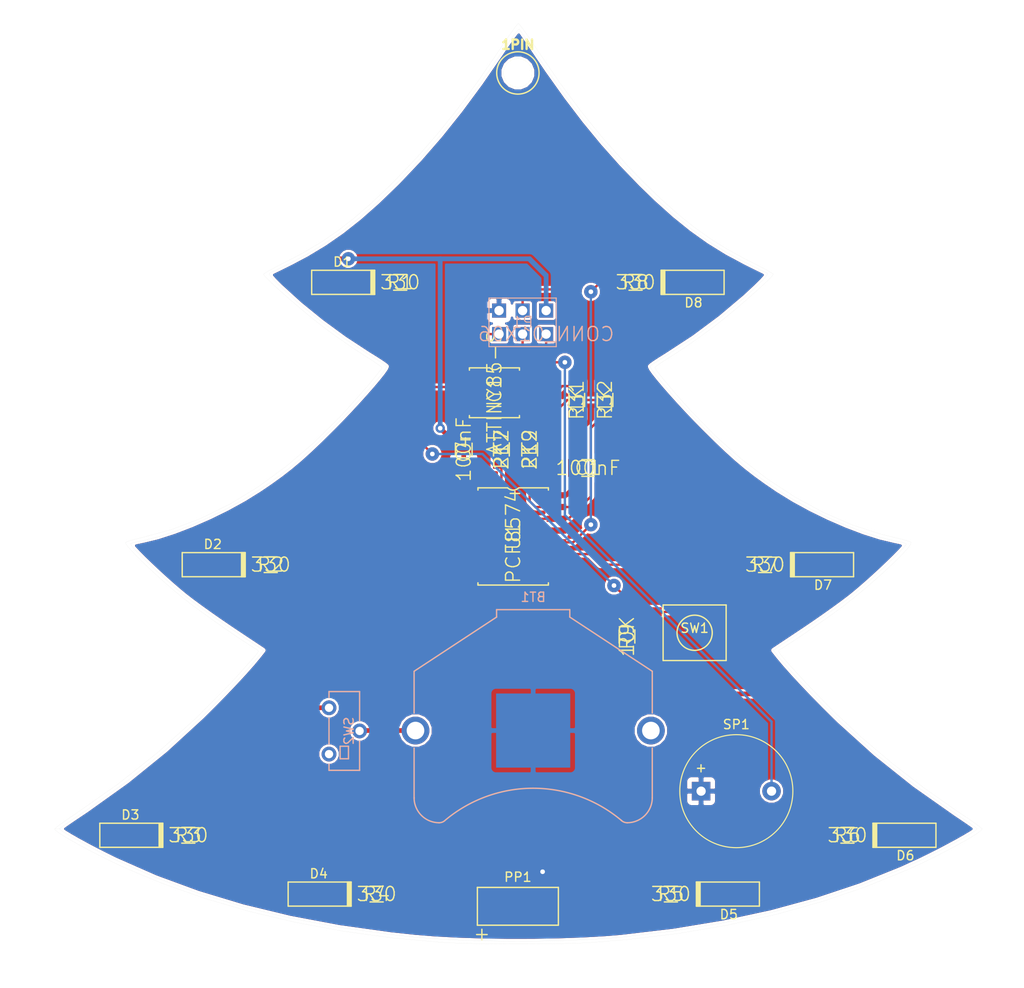
<source format=kicad_pcb>
(kicad_pcb (version 4) (host pcbnew 4.0.4-stable)

  (general
    (links 62)
    (no_connects 1)
    (area 95.25 46.99 205.740001 153.670001)
    (thickness 1.6)
    (drawings 0)
    (tracks 251)
    (zones 0)
    (modules 33)
    (nets 30)
  )

  (page A4)
  (layers
    (0 F.Cu signal)
    (31 B.Cu signal hide)
    (32 B.Adhes user)
    (33 F.Adhes user)
    (34 B.Paste user)
    (35 F.Paste user)
    (36 B.SilkS user)
    (37 F.SilkS user)
    (38 B.Mask user)
    (39 F.Mask user)
    (40 Dwgs.User user)
    (41 Cmts.User user)
    (42 Eco1.User user)
    (43 Eco2.User user)
    (44 Edge.Cuts user)
    (45 Margin user)
    (46 B.CrtYd user)
    (47 F.CrtYd user)
    (48 B.Fab user)
    (49 F.Fab user hide)
  )

  (setup
    (last_trace_width 0.254)
    (user_trace_width 0.254)
    (user_trace_width 0.508)
    (user_trace_width 1.016)
    (trace_clearance 0.254)
    (zone_clearance 0.254)
    (zone_45_only no)
    (trace_min 0.1524)
    (segment_width 0.2)
    (edge_width 0.15)
    (via_size 0.9144)
    (via_drill 0.6096)
    (via_min_size 0.6858)
    (via_min_drill 0.127)
    (user_via 0.6858 0.3302)
    (user_via 0.889 0.3302)
    (user_via 1 0.5)
    (uvia_size 0.508)
    (uvia_drill 0.1)
    (uvias_allowed no)
    (uvia_min_size 0.2)
    (uvia_min_drill 0.1)
    (pcb_text_width 0.3)
    (pcb_text_size 1.5 1.5)
    (mod_edge_width 0.15)
    (mod_text_size 1 1)
    (mod_text_width 0.15)
    (pad_size 1.3 1)
    (pad_drill 0)
    (pad_to_mask_clearance 0.2)
    (aux_axis_origin 0 0)
    (visible_elements 7FFCFFFF)
    (pcbplotparams
      (layerselection 0x000c0_80000001)
      (usegerberextensions false)
      (excludeedgelayer false)
      (linewidth 0.100000)
      (plotframeref false)
      (viasonmask true)
      (mode 1)
      (useauxorigin false)
      (hpglpennumber 1)
      (hpglpenspeed 20)
      (hpglpendiameter 15)
      (hpglpenoverlay 2)
      (psnegative false)
      (psa4output false)
      (plotreference true)
      (plotvalue true)
      (plotinvisibletext false)
      (padsonsilk false)
      (subtractmaskfromsilk false)
      (outputformat 4)
      (mirror false)
      (drillshape 1)
      (scaleselection 1)
      (outputdirectory pdfs/))
  )

  (net 0 "")
  (net 1 VCC)
  (net 2 GND)
  (net 3 "Net-(D1-Pad1)")
  (net 4 "Net-(D2-Pad1)")
  (net 5 "Net-(D3-Pad1)")
  (net 6 "Net-(D4-Pad1)")
  (net 7 "Net-(D5-Pad1)")
  (net 8 "Net-(D6-Pad1)")
  (net 9 "Net-(D7-Pad1)")
  (net 10 "Net-(D8-Pad1)")
  (net 11 /RESET)
  (net 12 /MOSI)
  (net 13 /MISO)
  (net 14 /SCK)
  (net 15 "Net-(R1-Pad1)")
  (net 16 "Net-(R2-Pad1)")
  (net 17 "Net-(R3-Pad1)")
  (net 18 "Net-(R4-Pad1)")
  (net 19 "Net-(R5-Pad1)")
  (net 20 "Net-(R6-Pad1)")
  (net 21 "Net-(R7-Pad1)")
  (net 22 "Net-(R8-Pad1)")
  (net 23 /SCL)
  (net 24 /SDA)
  (net 25 "Net-(IC1-Pad2)")
  (net 26 "Net-(IC1-Pad3)")
  (net 27 "Net-(U1-Pad13)")
  (net 28 "Net-(SW2-Pad2)")
  (net 29 "Net-(BT1-Pad1)")

  (net_class Default "Esta es la clase de red por defecto."
    (clearance 0.254)
    (trace_width 0.254)
    (via_dia 0.9144)
    (via_drill 0.6096)
    (uvia_dia 0.508)
    (uvia_drill 0.1)
    (add_net /MISO)
    (add_net /MOSI)
    (add_net /RESET)
    (add_net /SCK)
    (add_net /SCL)
    (add_net /SDA)
    (add_net GND)
    (add_net "Net-(BT1-Pad1)")
    (add_net "Net-(D1-Pad1)")
    (add_net "Net-(D2-Pad1)")
    (add_net "Net-(D3-Pad1)")
    (add_net "Net-(D4-Pad1)")
    (add_net "Net-(D5-Pad1)")
    (add_net "Net-(D6-Pad1)")
    (add_net "Net-(D7-Pad1)")
    (add_net "Net-(D8-Pad1)")
    (add_net "Net-(IC1-Pad2)")
    (add_net "Net-(IC1-Pad3)")
    (add_net "Net-(R1-Pad1)")
    (add_net "Net-(R2-Pad1)")
    (add_net "Net-(R3-Pad1)")
    (add_net "Net-(R4-Pad1)")
    (add_net "Net-(R5-Pad1)")
    (add_net "Net-(R6-Pad1)")
    (add_net "Net-(R7-Pad1)")
    (add_net "Net-(R8-Pad1)")
    (add_net "Net-(SW2-Pad2)")
    (add_net "Net-(U1-Pad13)")
    (add_net VCC)
  )

  (module Fran:Keystone_3009_1x2450-CoinCell (layer B.Cu) (tedit 57AF132A) (tstamp 5876F538)
    (at 152.781 125.857 180)
    (descr http://www.keyelco.com/product-pdf.cfm?p=787)
    (tags "Keystone type 3009 coin cell retainer")
    (path /5857B428)
    (fp_text reference BT1 (at 0 14.4 180) (layer B.SilkS)
      (effects (font (size 1 1) (thickness 0.15)) (justify mirror))
    )
    (fp_text value Battery (at 0 -14 180) (layer B.Fab)
      (effects (font (size 1 1) (thickness 0.15)) (justify mirror))
    )
    (fp_arc (start 0 0) (end 0 -12.8) (angle 41.7) (layer B.CrtYd) (width 0.05))
    (fp_arc (start 0 -21) (end 9.15 -10.05) (angle 3.2) (layer B.CrtYd) (width 0.05))
    (fp_arc (start 0 0) (end 0 -12.8) (angle -41.7) (layer B.CrtYd) (width 0.05))
    (fp_arc (start 0 -21) (end -9.15 -10.05) (angle -3.2) (layer B.CrtYd) (width 0.05))
    (fp_arc (start 10.15 -9) (end 10.15 -10.45) (angle -45) (layer B.CrtYd) (width 0.05))
    (fp_arc (start -10.15 -9) (end -10.15 -10.45) (angle 45) (layer B.CrtYd) (width 0.05))
    (fp_arc (start 10.15 -7.25) (end 10.15 -10.45) (angle 90) (layer B.CrtYd) (width 0.05))
    (fp_arc (start -10.15 -7.25) (end -10.15 -10.45) (angle -90) (layer B.CrtYd) (width 0.05))
    (fp_arc (start 12.7 0) (end 13.35 -1.95) (angle 143) (layer B.CrtYd) (width 0.05))
    (fp_arc (start -12.7 0) (end -13.35 -1.95) (angle -143) (layer B.CrtYd) (width 0.05))
    (fp_arc (start 0 -21) (end -9.55 -9.73) (angle -80) (layer B.SilkS) (width 0.15))
    (fp_arc (start 10.15 -9) (end 10.15 -9.95) (angle -45) (layer B.SilkS) (width 0.15))
    (fp_arc (start -10.15 -9) (end -10.15 -9.95) (angle 45) (layer B.SilkS) (width 0.15))
    (fp_arc (start 10.15 -9) (end 10.15 -9.8) (angle -45) (layer B.Fab) (width 0.15))
    (fp_arc (start -10.15 -9) (end -10.15 -9.8) (angle 45) (layer B.Fab) (width 0.15))
    (fp_arc (start 0 -21) (end -9.6 -9.58) (angle -80) (layer B.Fab) (width 0.15))
    (fp_arc (start -10.15 -7.25) (end -10.15 -9.95) (angle -90) (layer B.SilkS) (width 0.15))
    (fp_arc (start 10.15 -7.25) (end 10.15 -9.95) (angle 90) (layer B.SilkS) (width 0.15))
    (fp_line (start 12.85 -1.9) (end 12.85 -7.3) (layer B.SilkS) (width 0.15))
    (fp_line (start -12.85 -1.9) (end -12.85 -7.3) (layer B.SilkS) (width 0.15))
    (fp_arc (start 10.15 -7.25) (end 10.15 -9.8) (angle 90) (layer B.Fab) (width 0.15))
    (fp_arc (start -10.15 -7.25) (end -10.15 -9.8) (angle -90) (layer B.Fab) (width 0.15))
    (fp_circle (center 0 0) (end 12.25 0) (layer Dwgs.User) (width 0.15))
    (fp_line (start 12.85 6.4) (end 12.85 1.9) (layer B.SilkS) (width 0.15))
    (fp_line (start -12.85 6.4) (end -12.85 1.9) (layer B.SilkS) (width 0.15))
    (fp_line (start 13.35 6.7) (end 13.35 1.95) (layer B.CrtYd) (width 0.05))
    (fp_line (start -13.35 -1.95) (end -13.35 -7.3) (layer B.CrtYd) (width 0.05))
    (fp_line (start -13.35 6.7) (end -13.35 1.95) (layer B.CrtYd) (width 0.05))
    (fp_line (start 13.35 -1.95) (end 13.35 -7.3) (layer B.CrtYd) (width 0.05))
    (fp_line (start 12.7 6.35) (end 12.7 -7.3) (layer B.Fab) (width 0.15))
    (fp_line (start -12.7 6.35) (end -12.7 -7.3) (layer B.Fab) (width 0.15))
    (fp_line (start 4.45 13.55) (end 4.45 12.55) (layer B.CrtYd) (width 0.05))
    (fp_line (start -4.45 13.55) (end 4.45 13.55) (layer B.CrtYd) (width 0.05))
    (fp_line (start -4.45 13.55) (end -4.45 12.55) (layer B.CrtYd) (width 0.05))
    (fp_line (start 4.45 12.55) (end 13.35 6.7) (layer B.CrtYd) (width 0.05))
    (fp_line (start 3.95 12.25) (end 12.85 6.4) (layer B.SilkS) (width 0.15))
    (fp_line (start 3.95 13.05) (end 3.95 12.25) (layer B.SilkS) (width 0.15))
    (fp_line (start -3.95 13.05) (end 3.95 13.05) (layer B.SilkS) (width 0.15))
    (fp_line (start -3.95 13.05) (end -3.95 12.25) (layer B.SilkS) (width 0.15))
    (fp_line (start -3.95 12.25) (end -12.85 6.4) (layer B.SilkS) (width 0.15))
    (fp_line (start 3.8 12.2) (end 12.7 6.35) (layer B.Fab) (width 0.15))
    (fp_line (start -3.8 12.2) (end -12.7 6.35) (layer B.Fab) (width 0.15))
    (fp_line (start -3.8 12.9) (end -3.8 12.2) (layer B.Fab) (width 0.15))
    (fp_line (start 3.8 12.9) (end 3.8 12.2) (layer B.Fab) (width 0.15))
    (fp_line (start -3.8 12.9) (end 3.8 12.9) (layer B.Fab) (width 0.15))
    (fp_line (start -4.45 12.55) (end -13.35 6.7) (layer B.CrtYd) (width 0.05))
    (pad 1 thru_hole circle (at -12.7 0 180) (size 3 3) (drill 1.9) (layers *.Cu *.Mask)
      (net 29 "Net-(BT1-Pad1)"))
    (pad 1 thru_hole circle (at 12.7 0 180) (size 3 3) (drill 1.9) (layers *.Cu *.Mask)
      (net 29 "Net-(BT1-Pad1)"))
    (pad 2 smd rect (at 0 0 180) (size 8 8) (layers B.Cu B.Paste B.Mask)
      (net 2 GND))
    (model Battery_Holders.3dshapes/Keystone_3009_1x2450-CoinCell.wrl
      (at (xyz 0 0 0))
      (scale (xyz 1 1 1))
      (rotate (xyz 0 0 0))
    )
  )

  (module Fran:1pin (layer F.Cu) (tedit 55D0F8EE) (tstamp 5877E2DA)
    (at 151.13 54.864)
    (descr "module 1 pin (ou trou mecanique de percage)")
    (tags DEV)
    (fp_text reference 1PIN (at 0 -3.048) (layer F.SilkS)
      (effects (font (size 1.016 1.016) (thickness 0.254)))
    )
    (fp_text value P*** (at 0 2.794) (layer F.SilkS) hide
      (effects (font (size 1.016 1.016) (thickness 0.254)))
    )
    (fp_circle (center 0 0) (end 0 -2.286) (layer F.SilkS) (width 0.15))
    (pad "" np_thru_hole circle (at 0 0) (size 3.048 3.048) (drill 3.048) (layers *.Cu *.Mask F.SilkS))
  )

  (module FranSMD:CAPC1206 (layer F.Cu) (tedit 0) (tstamp 58F3CEA2)
    (at 158.6992 97.5106)
    (descr "Capacitor, Chip; 3.20 mm L X 1.60 mm W X 1.40 mm H body")
    (path /584AE703)
    (attr smd)
    (fp_text reference C1 (at 0 0) (layer F.SilkS)
      (effects (font (size 1.5 1.5) (thickness 0.15)))
    )
    (fp_text value 100nF (at 0 0) (layer F.SilkS)
      (effects (font (thickness 0.15)))
    )
    (fp_line (start -1.7 0.9) (end -1.7 -0.9) (layer F.Fab) (width 0.12))
    (fp_line (start -1.7 -0.9) (end 1.7 -0.9) (layer F.Fab) (width 0.12))
    (fp_line (start 1.7 -0.9) (end 1.7 0.9) (layer F.Fab) (width 0.12))
    (fp_line (start 1.7 0.9) (end -1.7 0.9) (layer F.Fab) (width 0.12))
    (fp_line (start -0.67 -0.9) (end 0.67 -0.9) (layer F.SilkS) (width 0.15))
    (fp_line (start -0.67 0.9) (end 0.67 0.9) (layer F.SilkS) (width 0.15))
    (fp_line (start -2.56 1.36) (end -2.56 -1.36) (layer F.CrtYd) (width 0.05))
    (fp_line (start -2.56 -1.36) (end 2.56 -1.36) (layer F.CrtYd) (width 0.05))
    (fp_line (start 2.56 -1.36) (end 2.56 1.36) (layer F.CrtYd) (width 0.05))
    (fp_line (start 2.56 1.36) (end -2.56 1.36) (layer F.CrtYd) (width 0.05))
    (fp_circle (center 0 0) (end 0 0.25) (layer F.CrtYd) (width 0.05))
    (fp_line (start 0.35 0) (end -0.35 0) (layer F.CrtYd) (width 0.05))
    (fp_line (start 0 -0.35) (end 0 0.35) (layer F.CrtYd) (width 0.05))
    (pad 1 smd rect (at -1.525 0) (size 1.26 1.92) (layers F.Cu F.Paste F.Mask)
      (net 1 VCC))
    (pad 2 smd rect (at 1.525 0) (size 1.26 1.92) (layers F.Cu F.Paste F.Mask)
      (net 2 GND))
  )

  (module FranSMD:CAPC1206 (layer F.Cu) (tedit 0) (tstamp 58F3CEA7)
    (at 145.288 95.504 270)
    (descr "Capacitor, Chip; 3.20 mm L X 1.60 mm W X 1.40 mm H body")
    (path /584AD5FC)
    (attr smd)
    (fp_text reference C4 (at 0 0 270) (layer F.SilkS)
      (effects (font (size 1.5 1.5) (thickness 0.15)))
    )
    (fp_text value 100nF (at 0 0 270) (layer F.SilkS)
      (effects (font (thickness 0.15)))
    )
    (fp_line (start -1.7 0.9) (end -1.7 -0.9) (layer F.Fab) (width 0.12))
    (fp_line (start -1.7 -0.9) (end 1.7 -0.9) (layer F.Fab) (width 0.12))
    (fp_line (start 1.7 -0.9) (end 1.7 0.9) (layer F.Fab) (width 0.12))
    (fp_line (start 1.7 0.9) (end -1.7 0.9) (layer F.Fab) (width 0.12))
    (fp_line (start -0.67 -0.9) (end 0.67 -0.9) (layer F.SilkS) (width 0.15))
    (fp_line (start -0.67 0.9) (end 0.67 0.9) (layer F.SilkS) (width 0.15))
    (fp_line (start -2.56 1.36) (end -2.56 -1.36) (layer F.CrtYd) (width 0.05))
    (fp_line (start -2.56 -1.36) (end 2.56 -1.36) (layer F.CrtYd) (width 0.05))
    (fp_line (start 2.56 -1.36) (end 2.56 1.36) (layer F.CrtYd) (width 0.05))
    (fp_line (start 2.56 1.36) (end -2.56 1.36) (layer F.CrtYd) (width 0.05))
    (fp_circle (center 0 0) (end 0 0.25) (layer F.CrtYd) (width 0.05))
    (fp_line (start 0.35 0) (end -0.35 0) (layer F.CrtYd) (width 0.05))
    (fp_line (start 0 -0.35) (end 0 0.35) (layer F.CrtYd) (width 0.05))
    (pad 1 smd rect (at -1.525 0 270) (size 1.26 1.92) (layers F.Cu F.Paste F.Mask)
      (net 1 VCC))
    (pad 2 smd rect (at 1.525 0 270) (size 1.26 1.92) (layers F.Cu F.Paste F.Mask)
      (net 2 GND))
  )

  (module FranSMD:KPT-3216EC-1206 (layer F.Cu) (tedit 584DC585) (tstamp 58F3CEAC)
    (at 132.08 77.47 180)
    (path /5803B583)
    (fp_text reference D1 (at -0.1 2.2 180) (layer F.SilkS)
      (effects (font (size 1 1) (thickness 0.15)))
    )
    (fp_text value LED (at -0.2 -3.2 180) (layer F.Fab)
      (effects (font (size 1 1) (thickness 0.15)))
    )
    (fp_line (start 3.2 1.3) (end -3.6 1.3) (layer F.SilkS) (width 0.15))
    (fp_line (start 3.2 -1.3) (end -3.6 -1.3) (layer F.SilkS) (width 0.15))
    (fp_line (start -3.5 1.3) (end -3.5 -1.3) (layer F.SilkS) (width 0.15))
    (fp_line (start -3.4 -1.3) (end -3.4 1.3) (layer F.SilkS) (width 0.15))
    (fp_line (start -3.2 1.3) (end -3.2 -1.3) (layer F.SilkS) (width 0.15))
    (fp_line (start -3.3 -1.3) (end -3.3 1.3) (layer F.SilkS) (width 0.15))
    (fp_line (start -3.6 -1.3) (end -3.6 1.3) (layer F.SilkS) (width 0.15))
    (fp_line (start 3.2 -1.3) (end 3.2 1.3) (layer F.SilkS) (width 0.15))
    (pad 1 smd rect (at -1.875 0 180) (size 1.75 1.5) (layers F.Cu F.Paste F.Mask)
      (net 3 "Net-(D1-Pad1)"))
    (pad 2 smd rect (at 1.875 0 180) (size 1.75 1.5) (layers F.Cu F.Paste F.Mask)
      (net 1 VCC))
  )

  (module FranSMD:KPT-3216EC-1206 (layer F.Cu) (tedit 584DC585) (tstamp 58F3CEB1)
    (at 118.11 107.95 180)
    (path /5803B654)
    (fp_text reference D2 (at -0.1 2.2 180) (layer F.SilkS)
      (effects (font (size 1 1) (thickness 0.15)))
    )
    (fp_text value LED (at -0.2 -3.2 180) (layer F.Fab)
      (effects (font (size 1 1) (thickness 0.15)))
    )
    (fp_line (start 3.2 1.3) (end -3.6 1.3) (layer F.SilkS) (width 0.15))
    (fp_line (start 3.2 -1.3) (end -3.6 -1.3) (layer F.SilkS) (width 0.15))
    (fp_line (start -3.5 1.3) (end -3.5 -1.3) (layer F.SilkS) (width 0.15))
    (fp_line (start -3.4 -1.3) (end -3.4 1.3) (layer F.SilkS) (width 0.15))
    (fp_line (start -3.2 1.3) (end -3.2 -1.3) (layer F.SilkS) (width 0.15))
    (fp_line (start -3.3 -1.3) (end -3.3 1.3) (layer F.SilkS) (width 0.15))
    (fp_line (start -3.6 -1.3) (end -3.6 1.3) (layer F.SilkS) (width 0.15))
    (fp_line (start 3.2 -1.3) (end 3.2 1.3) (layer F.SilkS) (width 0.15))
    (pad 1 smd rect (at -1.875 0 180) (size 1.75 1.5) (layers F.Cu F.Paste F.Mask)
      (net 4 "Net-(D2-Pad1)"))
    (pad 2 smd rect (at 1.875 0 180) (size 1.75 1.5) (layers F.Cu F.Paste F.Mask)
      (net 1 VCC))
  )

  (module FranSMD:KPT-3216EC-1206 (layer F.Cu) (tedit 584DC585) (tstamp 58F3CEB6)
    (at 109.22 137.16 180)
    (path /5803B66F)
    (fp_text reference D3 (at -0.1 2.2 180) (layer F.SilkS)
      (effects (font (size 1 1) (thickness 0.15)))
    )
    (fp_text value LED (at -0.2 -3.2 180) (layer F.Fab)
      (effects (font (size 1 1) (thickness 0.15)))
    )
    (fp_line (start 3.2 1.3) (end -3.6 1.3) (layer F.SilkS) (width 0.15))
    (fp_line (start 3.2 -1.3) (end -3.6 -1.3) (layer F.SilkS) (width 0.15))
    (fp_line (start -3.5 1.3) (end -3.5 -1.3) (layer F.SilkS) (width 0.15))
    (fp_line (start -3.4 -1.3) (end -3.4 1.3) (layer F.SilkS) (width 0.15))
    (fp_line (start -3.2 1.3) (end -3.2 -1.3) (layer F.SilkS) (width 0.15))
    (fp_line (start -3.3 -1.3) (end -3.3 1.3) (layer F.SilkS) (width 0.15))
    (fp_line (start -3.6 -1.3) (end -3.6 1.3) (layer F.SilkS) (width 0.15))
    (fp_line (start 3.2 -1.3) (end 3.2 1.3) (layer F.SilkS) (width 0.15))
    (pad 1 smd rect (at -1.875 0 180) (size 1.75 1.5) (layers F.Cu F.Paste F.Mask)
      (net 5 "Net-(D3-Pad1)"))
    (pad 2 smd rect (at 1.875 0 180) (size 1.75 1.5) (layers F.Cu F.Paste F.Mask)
      (net 1 VCC))
  )

  (module FranSMD:KPT-3216EC-1206 (layer F.Cu) (tedit 584DC585) (tstamp 58F3CEBB)
    (at 129.54 143.51 180)
    (path /5803B68C)
    (fp_text reference D4 (at -0.1 2.2 180) (layer F.SilkS)
      (effects (font (size 1 1) (thickness 0.15)))
    )
    (fp_text value LED (at -0.2 -3.2 180) (layer F.Fab)
      (effects (font (size 1 1) (thickness 0.15)))
    )
    (fp_line (start 3.2 1.3) (end -3.6 1.3) (layer F.SilkS) (width 0.15))
    (fp_line (start 3.2 -1.3) (end -3.6 -1.3) (layer F.SilkS) (width 0.15))
    (fp_line (start -3.5 1.3) (end -3.5 -1.3) (layer F.SilkS) (width 0.15))
    (fp_line (start -3.4 -1.3) (end -3.4 1.3) (layer F.SilkS) (width 0.15))
    (fp_line (start -3.2 1.3) (end -3.2 -1.3) (layer F.SilkS) (width 0.15))
    (fp_line (start -3.3 -1.3) (end -3.3 1.3) (layer F.SilkS) (width 0.15))
    (fp_line (start -3.6 -1.3) (end -3.6 1.3) (layer F.SilkS) (width 0.15))
    (fp_line (start 3.2 -1.3) (end 3.2 1.3) (layer F.SilkS) (width 0.15))
    (pad 1 smd rect (at -1.875 0 180) (size 1.75 1.5) (layers F.Cu F.Paste F.Mask)
      (net 6 "Net-(D4-Pad1)"))
    (pad 2 smd rect (at 1.875 0 180) (size 1.75 1.5) (layers F.Cu F.Paste F.Mask)
      (net 1 VCC))
  )

  (module FranSMD:KPT-3216EC-1206 (layer F.Cu) (tedit 584DC585) (tstamp 58F3CEC0)
    (at 173.99 143.51)
    (path /5803B6B5)
    (fp_text reference D5 (at -0.1 2.2) (layer F.SilkS)
      (effects (font (size 1 1) (thickness 0.15)))
    )
    (fp_text value LED (at -0.2 -3.2) (layer F.Fab)
      (effects (font (size 1 1) (thickness 0.15)))
    )
    (fp_line (start 3.2 1.3) (end -3.6 1.3) (layer F.SilkS) (width 0.15))
    (fp_line (start 3.2 -1.3) (end -3.6 -1.3) (layer F.SilkS) (width 0.15))
    (fp_line (start -3.5 1.3) (end -3.5 -1.3) (layer F.SilkS) (width 0.15))
    (fp_line (start -3.4 -1.3) (end -3.4 1.3) (layer F.SilkS) (width 0.15))
    (fp_line (start -3.2 1.3) (end -3.2 -1.3) (layer F.SilkS) (width 0.15))
    (fp_line (start -3.3 -1.3) (end -3.3 1.3) (layer F.SilkS) (width 0.15))
    (fp_line (start -3.6 -1.3) (end -3.6 1.3) (layer F.SilkS) (width 0.15))
    (fp_line (start 3.2 -1.3) (end 3.2 1.3) (layer F.SilkS) (width 0.15))
    (pad 1 smd rect (at -1.875 0) (size 1.75 1.5) (layers F.Cu F.Paste F.Mask)
      (net 7 "Net-(D5-Pad1)"))
    (pad 2 smd rect (at 1.875 0) (size 1.75 1.5) (layers F.Cu F.Paste F.Mask)
      (net 1 VCC))
  )

  (module FranSMD:KPT-3216EC-1206 (layer F.Cu) (tedit 584DC585) (tstamp 58F3CEC5)
    (at 193.04 137.16)
    (path /5803B6D8)
    (fp_text reference D6 (at -0.1 2.2) (layer F.SilkS)
      (effects (font (size 1 1) (thickness 0.15)))
    )
    (fp_text value LED (at -0.2 -3.2) (layer F.Fab)
      (effects (font (size 1 1) (thickness 0.15)))
    )
    (fp_line (start 3.2 1.3) (end -3.6 1.3) (layer F.SilkS) (width 0.15))
    (fp_line (start 3.2 -1.3) (end -3.6 -1.3) (layer F.SilkS) (width 0.15))
    (fp_line (start -3.5 1.3) (end -3.5 -1.3) (layer F.SilkS) (width 0.15))
    (fp_line (start -3.4 -1.3) (end -3.4 1.3) (layer F.SilkS) (width 0.15))
    (fp_line (start -3.2 1.3) (end -3.2 -1.3) (layer F.SilkS) (width 0.15))
    (fp_line (start -3.3 -1.3) (end -3.3 1.3) (layer F.SilkS) (width 0.15))
    (fp_line (start -3.6 -1.3) (end -3.6 1.3) (layer F.SilkS) (width 0.15))
    (fp_line (start 3.2 -1.3) (end 3.2 1.3) (layer F.SilkS) (width 0.15))
    (pad 1 smd rect (at -1.875 0) (size 1.75 1.5) (layers F.Cu F.Paste F.Mask)
      (net 8 "Net-(D6-Pad1)"))
    (pad 2 smd rect (at 1.875 0) (size 1.75 1.5) (layers F.Cu F.Paste F.Mask)
      (net 1 VCC))
  )

  (module FranSMD:KPT-3216EC-1206 (layer F.Cu) (tedit 584DC585) (tstamp 58F3CECA)
    (at 184.15 107.95)
    (path /5803B6FB)
    (fp_text reference D7 (at -0.1 2.2) (layer F.SilkS)
      (effects (font (size 1 1) (thickness 0.15)))
    )
    (fp_text value LED (at -0.2 -3.2) (layer F.Fab)
      (effects (font (size 1 1) (thickness 0.15)))
    )
    (fp_line (start 3.2 1.3) (end -3.6 1.3) (layer F.SilkS) (width 0.15))
    (fp_line (start 3.2 -1.3) (end -3.6 -1.3) (layer F.SilkS) (width 0.15))
    (fp_line (start -3.5 1.3) (end -3.5 -1.3) (layer F.SilkS) (width 0.15))
    (fp_line (start -3.4 -1.3) (end -3.4 1.3) (layer F.SilkS) (width 0.15))
    (fp_line (start -3.2 1.3) (end -3.2 -1.3) (layer F.SilkS) (width 0.15))
    (fp_line (start -3.3 -1.3) (end -3.3 1.3) (layer F.SilkS) (width 0.15))
    (fp_line (start -3.6 -1.3) (end -3.6 1.3) (layer F.SilkS) (width 0.15))
    (fp_line (start 3.2 -1.3) (end 3.2 1.3) (layer F.SilkS) (width 0.15))
    (pad 1 smd rect (at -1.875 0) (size 1.75 1.5) (layers F.Cu F.Paste F.Mask)
      (net 9 "Net-(D7-Pad1)"))
    (pad 2 smd rect (at 1.875 0) (size 1.75 1.5) (layers F.Cu F.Paste F.Mask)
      (net 1 VCC))
  )

  (module FranSMD:KPT-3216EC-1206 (layer F.Cu) (tedit 584DC585) (tstamp 58F3CECF)
    (at 170.18 77.47)
    (path /5803B720)
    (fp_text reference D8 (at -0.1 2.2) (layer F.SilkS)
      (effects (font (size 1 1) (thickness 0.15)))
    )
    (fp_text value LED (at -0.2 -3.2) (layer F.Fab)
      (effects (font (size 1 1) (thickness 0.15)))
    )
    (fp_line (start 3.2 1.3) (end -3.6 1.3) (layer F.SilkS) (width 0.15))
    (fp_line (start 3.2 -1.3) (end -3.6 -1.3) (layer F.SilkS) (width 0.15))
    (fp_line (start -3.5 1.3) (end -3.5 -1.3) (layer F.SilkS) (width 0.15))
    (fp_line (start -3.4 -1.3) (end -3.4 1.3) (layer F.SilkS) (width 0.15))
    (fp_line (start -3.2 1.3) (end -3.2 -1.3) (layer F.SilkS) (width 0.15))
    (fp_line (start -3.3 -1.3) (end -3.3 1.3) (layer F.SilkS) (width 0.15))
    (fp_line (start -3.6 -1.3) (end -3.6 1.3) (layer F.SilkS) (width 0.15))
    (fp_line (start 3.2 -1.3) (end 3.2 1.3) (layer F.SilkS) (width 0.15))
    (pad 1 smd rect (at -1.875 0) (size 1.75 1.5) (layers F.Cu F.Paste F.Mask)
      (net 10 "Net-(D8-Pad1)"))
    (pad 2 smd rect (at 1.875 0) (size 1.75 1.5) (layers F.Cu F.Paste F.Mask)
      (net 1 VCC))
  )

  (module FranSMD:SOIC-8_0.208i_Pitch1.27mm (layer F.Cu) (tedit 58F3B189) (tstamp 58F3CED4)
    (at 148.6 89.4 270)
    (descr "Small Outline IC (SOIC), 1.27 mm pitch; 8 pin, 5.24 mm L X 5.29 mm W X 2.16 mm H body")
    (path /5803B3C7)
    (attr smd)
    (fp_text reference IC1 (at 0 0 270) (layer F.SilkS)
      (effects (font (size 1.5 1.5) (thickness 0.15)))
    )
    (fp_text value ATTINY85-S (at 0 0 270) (layer F.SilkS)
      (effects (font (thickness 0.15)))
    )
    (fp_arc (start -3.2 0) (end -2.7 -0.5) (angle 90) (layer F.SilkS) (width 0.15))
    (fp_line (start -2.7 -0.5) (end -2.7 -2.7) (layer F.SilkS) (width 0.15))
    (fp_line (start -2.7 0.5) (end -2.7 2.7) (layer F.SilkS) (width 0.15))
    (fp_circle (center 0 0) (end 0 0.25) (layer F.CrtYd) (width 0.05))
    (fp_line (start 0 -0.35) (end 0 0.35) (layer F.CrtYd) (width 0.05))
    (fp_line (start -0.35 0) (end 0.35 0) (layer F.CrtYd) (width 0.05))
    (fp_line (start -2.68 2.7) (end -2.68 -2.7) (layer F.Fab) (width 0.12))
    (fp_line (start -2.68 -2.7) (end 2.68 -2.7) (layer F.Fab) (width 0.12))
    (fp_line (start 2.68 -2.7) (end 2.68 2.7) (layer F.Fab) (width 0.12))
    (fp_line (start 2.68 2.7) (end -2.68 2.7) (layer F.Fab) (width 0.12))
    (fp_line (start 3.08 3.1) (end 3.08 -3.1) (layer F.CrtYd) (width 0.05))
    (fp_line (start 3.08 -3.1) (end 2.625 -3.1) (layer F.CrtYd) (width 0.05))
    (fp_line (start 2.625 -3.1) (end 2.625 -5.09) (layer F.CrtYd) (width 0.05))
    (fp_line (start 2.625 -5.09) (end -2.625 -5.09) (layer F.CrtYd) (width 0.05))
    (fp_line (start -2.625 -5.09) (end -2.625 -3.1) (layer F.CrtYd) (width 0.05))
    (fp_line (start -2.625 -3.1) (end -3.08 -3.1) (layer F.CrtYd) (width 0.05))
    (fp_line (start -3.08 -3.1) (end -3.08 3.1) (layer F.CrtYd) (width 0.05))
    (fp_line (start -3.08 3.1) (end -2.625 3.1) (layer F.CrtYd) (width 0.05))
    (fp_line (start -2.625 3.1) (end -2.625 5.09) (layer F.CrtYd) (width 0.05))
    (fp_line (start -2.625 5.09) (end 2.625 5.09) (layer F.CrtYd) (width 0.05))
    (fp_line (start 2.625 5.09) (end 2.625 3.1) (layer F.CrtYd) (width 0.05))
    (fp_line (start 2.625 3.1) (end 3.08 3.1) (layer F.CrtYd) (width 0.05))
    (fp_line (start 2.45 2.7) (end 2.68 2.7) (layer F.SilkS) (width 0.15))
    (fp_line (start 2.68 2.7) (end 2.68 -2.7) (layer F.SilkS) (width 0.15))
    (fp_line (start 2.68 -2.7) (end 2.45 -2.7) (layer F.SilkS) (width 0.15))
    (fp_line (start -2.45 2.7) (end -2.68 2.7) (layer F.SilkS) (width 0.15))
    (fp_line (start -2.68 -2.7) (end -2.45 -2.7) (layer F.SilkS) (width 0.15))
    (pad 1 smd rect (at -1.905 3.68) (size 2.02 0.64) (layers F.Cu F.Paste F.Mask)
      (net 11 /RESET))
    (pad 2 smd rect (at -0.635 3.68) (size 2.02 0.64) (layers F.Cu F.Paste F.Mask)
      (net 25 "Net-(IC1-Pad2)"))
    (pad 3 smd rect (at 0.635 3.68) (size 2.02 0.64) (layers F.Cu F.Paste F.Mask)
      (net 26 "Net-(IC1-Pad3)"))
    (pad 4 smd rect (at 1.905 3.68) (size 2.02 0.64) (layers F.Cu F.Paste F.Mask)
      (net 2 GND))
    (pad 5 smd rect (at 1.905 -3.68) (size 2.02 0.64) (layers F.Cu F.Paste F.Mask)
      (net 12 /MOSI))
    (pad 6 smd rect (at 0.635 -3.68) (size 2.02 0.64) (layers F.Cu F.Paste F.Mask)
      (net 13 /MISO))
    (pad 7 smd rect (at -0.635 -3.68) (size 2.02 0.64) (layers F.Cu F.Paste F.Mask)
      (net 14 /SCK))
    (pad 8 smd rect (at -1.905 -3.68) (size 2.02 0.64) (layers F.Cu F.Paste F.Mask)
      (net 1 VCC))
  )

  (module FranPTH:Pin_Header_Straight_2x03_Pitch2.54mm (layer B.Cu) (tedit 0) (tstamp 58F3CEDF)
    (at 154.178 83.058 180)
    (descr "Header, Vertical Shrouded, 2.54 mm pitch; 0.61 mm lead width, 6 pins, 2 rows, 3 pins per row, 7.25 mm L X 5.23 mm W X 8.50 mm H body")
    (path /583B63C3)
    (fp_text reference P1 (at 2.54 1.27 180) (layer B.SilkS)
      (effects (font (size 1.2 1.2) (thickness 0.12)) (justify mirror))
    )
    (fp_text value CONN_01X06 (at 0 0 180) (layer B.SilkS)
      (effects (font (thickness 0.15)) (justify mirror))
    )
    (fp_line (start -1.09 -1.35) (end -1.09 3.89) (layer B.SilkS) (width 0.12))
    (fp_line (start -1.09 3.89) (end 6.17 3.89) (layer B.SilkS) (width 0.12))
    (fp_line (start 6.17 3.89) (end 6.17 -1.35) (layer B.SilkS) (width 0.12))
    (fp_line (start 6.17 -1.35) (end -1.09 -1.35) (layer B.SilkS) (width 0.12))
    (fp_line (start -1.34 -1.6) (end -1.34 4.14) (layer B.CrtYd) (width 0.05))
    (fp_line (start -1.34 4.14) (end 6.42 4.14) (layer B.CrtYd) (width 0.05))
    (fp_line (start 6.42 4.14) (end 6.42 -1.6) (layer B.CrtYd) (width 0.05))
    (fp_line (start 6.42 -1.6) (end -1.34 -1.6) (layer B.CrtYd) (width 0.05))
    (fp_circle (center 0 0) (end 0 -0.25) (layer B.CrtYd) (width 0.05))
    (fp_line (start 0.35 0) (end -0.35 0) (layer B.CrtYd) (width 0.05))
    (fp_line (start 0 0.35) (end 0 -0.35) (layer B.CrtYd) (width 0.05))
    (fp_line (start -1.09 -1.35) (end -1.09 3.89) (layer B.Fab) (width 0.12))
    (fp_line (start -1.09 3.89) (end 6.17 3.89) (layer B.Fab) (width 0.12))
    (fp_line (start 6.17 3.89) (end 6.17 -1.35) (layer B.Fab) (width 0.12))
    (fp_line (start 6.17 -1.35) (end -1.09 -1.35) (layer B.Fab) (width 0.12))
    (pad 1 thru_hole rect (at 0 0 180) (size 1.52 1.52) (drill 1.01) (layers *.Cu *.Mask)
      (net 13 /MISO))
    (pad 2 thru_hole rect (at 0 2.54 180) (size 1.52 1.52) (drill 1.01) (layers *.Cu *.Mask)
      (net 1 VCC))
    (pad 3 thru_hole rect (at 2.54 0 180) (size 1.52 1.52) (drill 1.01) (layers *.Cu *.Mask)
      (net 14 /SCK))
    (pad 4 thru_hole rect (at 2.54 2.54 180) (size 1.52 1.52) (drill 1.01) (layers *.Cu *.Mask)
      (net 12 /MOSI))
    (pad 5 thru_hole rect (at 5.08 0 180) (size 1.52 1.52) (drill 1.01) (layers *.Cu *.Mask)
      (net 11 /RESET))
    (pad 6 thru_hole rect (at 5.08 2.54 180) (size 1.52 1.52) (drill 1.01) (layers *.Cu *.Mask)
      (net 2 GND))
  )

  (module FranSMD:PowerPad (layer F.Cu) (tedit 584DC10B) (tstamp 58F3CEE8)
    (at 151.13 144.78 90)
    (descr "Pontet Goute de soudure")
    (path /584DD384)
    (attr virtual)
    (fp_text reference PP1 (at 3.1 0 180) (layer F.SilkS)
      (effects (font (size 1 1) (thickness 0.15)))
    )
    (fp_text value PowerPad (at 4.5 0 180) (layer F.Fab)
      (effects (font (size 1 1) (thickness 0.15)))
    )
    (fp_text user + (at -3.1 -4 90) (layer F.SilkS)
      (effects (font (size 1.5 1.5) (thickness 0.15)))
    )
    (fp_line (start -2.089 -4.37) (end -2.089 4.37) (layer F.SilkS) (width 0.15))
    (fp_line (start 1.989 -4.37) (end 1.989 4.37) (layer F.SilkS) (width 0.15))
    (fp_line (start 1.989 4.37) (end -2.089 4.37) (layer F.SilkS) (width 0.15))
    (fp_line (start -2.089 -4.37) (end 1.989 -4.37) (layer F.SilkS) (width 0.15))
    (pad 1 smd rect (at 0 -2.65 90) (size 2.95 2.3) (layers F.Cu F.Paste F.Mask)
      (net 1 VCC))
    (pad 2 smd rect (at 0 2.65 90) (size 2.95 2.3) (layers F.Cu F.Paste F.Mask)
      (net 2 GND))
  )

  (module FranSMD:RES1206 (layer F.Cu) (tedit 0) (tstamp 58F3CEED)
    (at 138.43 77.47 180)
    (descr "Resistor, Chip; 3.10 mm L X 1.55 mm W X 0.65 mm H body")
    (path /583B3E70)
    (attr smd)
    (fp_text reference R1 (at 0 0 180) (layer F.SilkS)
      (effects (font (size 1.5 1.5) (thickness 0.15)))
    )
    (fp_text value 330 (at 0 0 180) (layer F.SilkS)
      (effects (font (thickness 0.15)))
    )
    (fp_line (start -1.63 0.85) (end -1.63 -0.85) (layer F.Fab) (width 0.12))
    (fp_line (start -1.63 -0.85) (end 1.63 -0.85) (layer F.Fab) (width 0.12))
    (fp_line (start 1.63 -0.85) (end 1.63 0.85) (layer F.Fab) (width 0.12))
    (fp_line (start 1.63 0.85) (end -1.63 0.85) (layer F.Fab) (width 0.12))
    (fp_line (start -0.71 -0.85) (end 0.71 -0.85) (layer F.SilkS) (width 0.15))
    (fp_line (start -0.71 0.85) (end 0.71 0.85) (layer F.SilkS) (width 0.15))
    (fp_line (start -2.49 1.31) (end -2.49 -1.31) (layer F.CrtYd) (width 0.05))
    (fp_line (start -2.49 -1.31) (end 2.49 -1.31) (layer F.CrtYd) (width 0.05))
    (fp_line (start 2.49 -1.31) (end 2.49 1.31) (layer F.CrtYd) (width 0.05))
    (fp_line (start 2.49 1.31) (end -2.49 1.31) (layer F.CrtYd) (width 0.05))
    (fp_circle (center 0 0) (end 0 0.25) (layer F.CrtYd) (width 0.05))
    (fp_line (start 0.35 0) (end -0.35 0) (layer F.CrtYd) (width 0.05))
    (fp_line (start 0 -0.35) (end 0 0.35) (layer F.CrtYd) (width 0.05))
    (pad 1 smd rect (at -1.51 0 180) (size 1.15 1.82) (layers F.Cu F.Paste F.Mask)
      (net 15 "Net-(R1-Pad1)"))
    (pad 2 smd rect (at 1.51 0 180) (size 1.15 1.82) (layers F.Cu F.Paste F.Mask)
      (net 3 "Net-(D1-Pad1)"))
  )

  (module FranSMD:RES1206 (layer F.Cu) (tedit 0) (tstamp 58F3CEF2)
    (at 124.46 107.95 180)
    (descr "Resistor, Chip; 3.10 mm L X 1.55 mm W X 0.65 mm H body")
    (path /583B40C7)
    (attr smd)
    (fp_text reference R2 (at 0 0 180) (layer F.SilkS)
      (effects (font (size 1.5 1.5) (thickness 0.15)))
    )
    (fp_text value 330 (at 0 0 180) (layer F.SilkS)
      (effects (font (thickness 0.15)))
    )
    (fp_line (start -1.63 0.85) (end -1.63 -0.85) (layer F.Fab) (width 0.12))
    (fp_line (start -1.63 -0.85) (end 1.63 -0.85) (layer F.Fab) (width 0.12))
    (fp_line (start 1.63 -0.85) (end 1.63 0.85) (layer F.Fab) (width 0.12))
    (fp_line (start 1.63 0.85) (end -1.63 0.85) (layer F.Fab) (width 0.12))
    (fp_line (start -0.71 -0.85) (end 0.71 -0.85) (layer F.SilkS) (width 0.15))
    (fp_line (start -0.71 0.85) (end 0.71 0.85) (layer F.SilkS) (width 0.15))
    (fp_line (start -2.49 1.31) (end -2.49 -1.31) (layer F.CrtYd) (width 0.05))
    (fp_line (start -2.49 -1.31) (end 2.49 -1.31) (layer F.CrtYd) (width 0.05))
    (fp_line (start 2.49 -1.31) (end 2.49 1.31) (layer F.CrtYd) (width 0.05))
    (fp_line (start 2.49 1.31) (end -2.49 1.31) (layer F.CrtYd) (width 0.05))
    (fp_circle (center 0 0) (end 0 0.25) (layer F.CrtYd) (width 0.05))
    (fp_line (start 0.35 0) (end -0.35 0) (layer F.CrtYd) (width 0.05))
    (fp_line (start 0 -0.35) (end 0 0.35) (layer F.CrtYd) (width 0.05))
    (pad 1 smd rect (at -1.51 0 180) (size 1.15 1.82) (layers F.Cu F.Paste F.Mask)
      (net 16 "Net-(R2-Pad1)"))
    (pad 2 smd rect (at 1.51 0 180) (size 1.15 1.82) (layers F.Cu F.Paste F.Mask)
      (net 4 "Net-(D2-Pad1)"))
  )

  (module FranSMD:RES1206 (layer F.Cu) (tedit 0) (tstamp 58F3CEF7)
    (at 115.57 137.16 180)
    (descr "Resistor, Chip; 3.10 mm L X 1.55 mm W X 0.65 mm H body")
    (path /583B411B)
    (attr smd)
    (fp_text reference R3 (at 0 0 180) (layer F.SilkS)
      (effects (font (size 1.5 1.5) (thickness 0.15)))
    )
    (fp_text value 330 (at 0 0 180) (layer F.SilkS)
      (effects (font (thickness 0.15)))
    )
    (fp_line (start -1.63 0.85) (end -1.63 -0.85) (layer F.Fab) (width 0.12))
    (fp_line (start -1.63 -0.85) (end 1.63 -0.85) (layer F.Fab) (width 0.12))
    (fp_line (start 1.63 -0.85) (end 1.63 0.85) (layer F.Fab) (width 0.12))
    (fp_line (start 1.63 0.85) (end -1.63 0.85) (layer F.Fab) (width 0.12))
    (fp_line (start -0.71 -0.85) (end 0.71 -0.85) (layer F.SilkS) (width 0.15))
    (fp_line (start -0.71 0.85) (end 0.71 0.85) (layer F.SilkS) (width 0.15))
    (fp_line (start -2.49 1.31) (end -2.49 -1.31) (layer F.CrtYd) (width 0.05))
    (fp_line (start -2.49 -1.31) (end 2.49 -1.31) (layer F.CrtYd) (width 0.05))
    (fp_line (start 2.49 -1.31) (end 2.49 1.31) (layer F.CrtYd) (width 0.05))
    (fp_line (start 2.49 1.31) (end -2.49 1.31) (layer F.CrtYd) (width 0.05))
    (fp_circle (center 0 0) (end 0 0.25) (layer F.CrtYd) (width 0.05))
    (fp_line (start 0.35 0) (end -0.35 0) (layer F.CrtYd) (width 0.05))
    (fp_line (start 0 -0.35) (end 0 0.35) (layer F.CrtYd) (width 0.05))
    (pad 1 smd rect (at -1.51 0 180) (size 1.15 1.82) (layers F.Cu F.Paste F.Mask)
      (net 17 "Net-(R3-Pad1)"))
    (pad 2 smd rect (at 1.51 0 180) (size 1.15 1.82) (layers F.Cu F.Paste F.Mask)
      (net 5 "Net-(D3-Pad1)"))
  )

  (module FranSMD:RES1206 (layer F.Cu) (tedit 0) (tstamp 58F3CEFC)
    (at 135.89 143.51 180)
    (descr "Resistor, Chip; 3.10 mm L X 1.55 mm W X 0.65 mm H body")
    (path /583B4186)
    (attr smd)
    (fp_text reference R4 (at 0 0 180) (layer F.SilkS)
      (effects (font (size 1.5 1.5) (thickness 0.15)))
    )
    (fp_text value 330 (at 0 0 180) (layer F.SilkS)
      (effects (font (thickness 0.15)))
    )
    (fp_line (start -1.63 0.85) (end -1.63 -0.85) (layer F.Fab) (width 0.12))
    (fp_line (start -1.63 -0.85) (end 1.63 -0.85) (layer F.Fab) (width 0.12))
    (fp_line (start 1.63 -0.85) (end 1.63 0.85) (layer F.Fab) (width 0.12))
    (fp_line (start 1.63 0.85) (end -1.63 0.85) (layer F.Fab) (width 0.12))
    (fp_line (start -0.71 -0.85) (end 0.71 -0.85) (layer F.SilkS) (width 0.15))
    (fp_line (start -0.71 0.85) (end 0.71 0.85) (layer F.SilkS) (width 0.15))
    (fp_line (start -2.49 1.31) (end -2.49 -1.31) (layer F.CrtYd) (width 0.05))
    (fp_line (start -2.49 -1.31) (end 2.49 -1.31) (layer F.CrtYd) (width 0.05))
    (fp_line (start 2.49 -1.31) (end 2.49 1.31) (layer F.CrtYd) (width 0.05))
    (fp_line (start 2.49 1.31) (end -2.49 1.31) (layer F.CrtYd) (width 0.05))
    (fp_circle (center 0 0) (end 0 0.25) (layer F.CrtYd) (width 0.05))
    (fp_line (start 0.35 0) (end -0.35 0) (layer F.CrtYd) (width 0.05))
    (fp_line (start 0 -0.35) (end 0 0.35) (layer F.CrtYd) (width 0.05))
    (pad 1 smd rect (at -1.51 0 180) (size 1.15 1.82) (layers F.Cu F.Paste F.Mask)
      (net 18 "Net-(R4-Pad1)"))
    (pad 2 smd rect (at 1.51 0 180) (size 1.15 1.82) (layers F.Cu F.Paste F.Mask)
      (net 6 "Net-(D4-Pad1)"))
  )

  (module FranSMD:RES1206 (layer F.Cu) (tedit 0) (tstamp 58F3CF01)
    (at 167.64 143.51)
    (descr "Resistor, Chip; 3.10 mm L X 1.55 mm W X 0.65 mm H body")
    (path /583B41F9)
    (attr smd)
    (fp_text reference R5 (at 0 0) (layer F.SilkS)
      (effects (font (size 1.5 1.5) (thickness 0.15)))
    )
    (fp_text value 330 (at 0 0) (layer F.SilkS)
      (effects (font (thickness 0.15)))
    )
    (fp_line (start -1.63 0.85) (end -1.63 -0.85) (layer F.Fab) (width 0.12))
    (fp_line (start -1.63 -0.85) (end 1.63 -0.85) (layer F.Fab) (width 0.12))
    (fp_line (start 1.63 -0.85) (end 1.63 0.85) (layer F.Fab) (width 0.12))
    (fp_line (start 1.63 0.85) (end -1.63 0.85) (layer F.Fab) (width 0.12))
    (fp_line (start -0.71 -0.85) (end 0.71 -0.85) (layer F.SilkS) (width 0.15))
    (fp_line (start -0.71 0.85) (end 0.71 0.85) (layer F.SilkS) (width 0.15))
    (fp_line (start -2.49 1.31) (end -2.49 -1.31) (layer F.CrtYd) (width 0.05))
    (fp_line (start -2.49 -1.31) (end 2.49 -1.31) (layer F.CrtYd) (width 0.05))
    (fp_line (start 2.49 -1.31) (end 2.49 1.31) (layer F.CrtYd) (width 0.05))
    (fp_line (start 2.49 1.31) (end -2.49 1.31) (layer F.CrtYd) (width 0.05))
    (fp_circle (center 0 0) (end 0 0.25) (layer F.CrtYd) (width 0.05))
    (fp_line (start 0.35 0) (end -0.35 0) (layer F.CrtYd) (width 0.05))
    (fp_line (start 0 -0.35) (end 0 0.35) (layer F.CrtYd) (width 0.05))
    (pad 1 smd rect (at -1.51 0) (size 1.15 1.82) (layers F.Cu F.Paste F.Mask)
      (net 19 "Net-(R5-Pad1)"))
    (pad 2 smd rect (at 1.51 0) (size 1.15 1.82) (layers F.Cu F.Paste F.Mask)
      (net 7 "Net-(D5-Pad1)"))
  )

  (module FranSMD:RES1206 (layer F.Cu) (tedit 0) (tstamp 58F3CF06)
    (at 186.69 137.16)
    (descr "Resistor, Chip; 3.10 mm L X 1.55 mm W X 0.65 mm H body")
    (path /583B44AD)
    (attr smd)
    (fp_text reference R6 (at 0 0) (layer F.SilkS)
      (effects (font (size 1.5 1.5) (thickness 0.15)))
    )
    (fp_text value 330 (at 0 0) (layer F.SilkS)
      (effects (font (thickness 0.15)))
    )
    (fp_line (start -1.63 0.85) (end -1.63 -0.85) (layer F.Fab) (width 0.12))
    (fp_line (start -1.63 -0.85) (end 1.63 -0.85) (layer F.Fab) (width 0.12))
    (fp_line (start 1.63 -0.85) (end 1.63 0.85) (layer F.Fab) (width 0.12))
    (fp_line (start 1.63 0.85) (end -1.63 0.85) (layer F.Fab) (width 0.12))
    (fp_line (start -0.71 -0.85) (end 0.71 -0.85) (layer F.SilkS) (width 0.15))
    (fp_line (start -0.71 0.85) (end 0.71 0.85) (layer F.SilkS) (width 0.15))
    (fp_line (start -2.49 1.31) (end -2.49 -1.31) (layer F.CrtYd) (width 0.05))
    (fp_line (start -2.49 -1.31) (end 2.49 -1.31) (layer F.CrtYd) (width 0.05))
    (fp_line (start 2.49 -1.31) (end 2.49 1.31) (layer F.CrtYd) (width 0.05))
    (fp_line (start 2.49 1.31) (end -2.49 1.31) (layer F.CrtYd) (width 0.05))
    (fp_circle (center 0 0) (end 0 0.25) (layer F.CrtYd) (width 0.05))
    (fp_line (start 0.35 0) (end -0.35 0) (layer F.CrtYd) (width 0.05))
    (fp_line (start 0 -0.35) (end 0 0.35) (layer F.CrtYd) (width 0.05))
    (pad 1 smd rect (at -1.51 0) (size 1.15 1.82) (layers F.Cu F.Paste F.Mask)
      (net 20 "Net-(R6-Pad1)"))
    (pad 2 smd rect (at 1.51 0) (size 1.15 1.82) (layers F.Cu F.Paste F.Mask)
      (net 8 "Net-(D6-Pad1)"))
  )

  (module FranSMD:RES1206 (layer F.Cu) (tedit 0) (tstamp 58F3CF0B)
    (at 177.8 107.95)
    (descr "Resistor, Chip; 3.10 mm L X 1.55 mm W X 0.65 mm H body")
    (path /583B4526)
    (attr smd)
    (fp_text reference R7 (at 0 0) (layer F.SilkS)
      (effects (font (size 1.5 1.5) (thickness 0.15)))
    )
    (fp_text value 330 (at 0 0) (layer F.SilkS)
      (effects (font (thickness 0.15)))
    )
    (fp_line (start -1.63 0.85) (end -1.63 -0.85) (layer F.Fab) (width 0.12))
    (fp_line (start -1.63 -0.85) (end 1.63 -0.85) (layer F.Fab) (width 0.12))
    (fp_line (start 1.63 -0.85) (end 1.63 0.85) (layer F.Fab) (width 0.12))
    (fp_line (start 1.63 0.85) (end -1.63 0.85) (layer F.Fab) (width 0.12))
    (fp_line (start -0.71 -0.85) (end 0.71 -0.85) (layer F.SilkS) (width 0.15))
    (fp_line (start -0.71 0.85) (end 0.71 0.85) (layer F.SilkS) (width 0.15))
    (fp_line (start -2.49 1.31) (end -2.49 -1.31) (layer F.CrtYd) (width 0.05))
    (fp_line (start -2.49 -1.31) (end 2.49 -1.31) (layer F.CrtYd) (width 0.05))
    (fp_line (start 2.49 -1.31) (end 2.49 1.31) (layer F.CrtYd) (width 0.05))
    (fp_line (start 2.49 1.31) (end -2.49 1.31) (layer F.CrtYd) (width 0.05))
    (fp_circle (center 0 0) (end 0 0.25) (layer F.CrtYd) (width 0.05))
    (fp_line (start 0.35 0) (end -0.35 0) (layer F.CrtYd) (width 0.05))
    (fp_line (start 0 -0.35) (end 0 0.35) (layer F.CrtYd) (width 0.05))
    (pad 1 smd rect (at -1.51 0) (size 1.15 1.82) (layers F.Cu F.Paste F.Mask)
      (net 21 "Net-(R7-Pad1)"))
    (pad 2 smd rect (at 1.51 0) (size 1.15 1.82) (layers F.Cu F.Paste F.Mask)
      (net 9 "Net-(D7-Pad1)"))
  )

  (module FranSMD:RES1206 (layer F.Cu) (tedit 0) (tstamp 58F3CF10)
    (at 163.83 77.47)
    (descr "Resistor, Chip; 3.10 mm L X 1.55 mm W X 0.65 mm H body")
    (path /583B45A2)
    (attr smd)
    (fp_text reference R8 (at 0 0) (layer F.SilkS)
      (effects (font (size 1.5 1.5) (thickness 0.15)))
    )
    (fp_text value 330 (at 0 0) (layer F.SilkS)
      (effects (font (thickness 0.15)))
    )
    (fp_line (start -1.63 0.85) (end -1.63 -0.85) (layer F.Fab) (width 0.12))
    (fp_line (start -1.63 -0.85) (end 1.63 -0.85) (layer F.Fab) (width 0.12))
    (fp_line (start 1.63 -0.85) (end 1.63 0.85) (layer F.Fab) (width 0.12))
    (fp_line (start 1.63 0.85) (end -1.63 0.85) (layer F.Fab) (width 0.12))
    (fp_line (start -0.71 -0.85) (end 0.71 -0.85) (layer F.SilkS) (width 0.15))
    (fp_line (start -0.71 0.85) (end 0.71 0.85) (layer F.SilkS) (width 0.15))
    (fp_line (start -2.49 1.31) (end -2.49 -1.31) (layer F.CrtYd) (width 0.05))
    (fp_line (start -2.49 -1.31) (end 2.49 -1.31) (layer F.CrtYd) (width 0.05))
    (fp_line (start 2.49 -1.31) (end 2.49 1.31) (layer F.CrtYd) (width 0.05))
    (fp_line (start 2.49 1.31) (end -2.49 1.31) (layer F.CrtYd) (width 0.05))
    (fp_circle (center 0 0) (end 0 0.25) (layer F.CrtYd) (width 0.05))
    (fp_line (start 0.35 0) (end -0.35 0) (layer F.CrtYd) (width 0.05))
    (fp_line (start 0 -0.35) (end 0 0.35) (layer F.CrtYd) (width 0.05))
    (pad 1 smd rect (at -1.51 0) (size 1.15 1.82) (layers F.Cu F.Paste F.Mask)
      (net 22 "Net-(R8-Pad1)"))
    (pad 2 smd rect (at 1.51 0) (size 1.15 1.82) (layers F.Cu F.Paste F.Mask)
      (net 10 "Net-(D8-Pad1)"))
  )

  (module FranSMD:RES1206 (layer F.Cu) (tedit 0) (tstamp 58F3CF15)
    (at 149.352 95.504 90)
    (descr "Resistor, Chip; 3.10 mm L X 1.55 mm W X 0.65 mm H body")
    (path /583B5B93)
    (attr smd)
    (fp_text reference R17 (at 0 0 90) (layer F.SilkS)
      (effects (font (size 1.5 1.5) (thickness 0.15)))
    )
    (fp_text value 2K2 (at 0 0 90) (layer F.SilkS)
      (effects (font (thickness 0.15)))
    )
    (fp_line (start -1.63 0.85) (end -1.63 -0.85) (layer F.Fab) (width 0.12))
    (fp_line (start -1.63 -0.85) (end 1.63 -0.85) (layer F.Fab) (width 0.12))
    (fp_line (start 1.63 -0.85) (end 1.63 0.85) (layer F.Fab) (width 0.12))
    (fp_line (start 1.63 0.85) (end -1.63 0.85) (layer F.Fab) (width 0.12))
    (fp_line (start -0.71 -0.85) (end 0.71 -0.85) (layer F.SilkS) (width 0.15))
    (fp_line (start -0.71 0.85) (end 0.71 0.85) (layer F.SilkS) (width 0.15))
    (fp_line (start -2.49 1.31) (end -2.49 -1.31) (layer F.CrtYd) (width 0.05))
    (fp_line (start -2.49 -1.31) (end 2.49 -1.31) (layer F.CrtYd) (width 0.05))
    (fp_line (start 2.49 -1.31) (end 2.49 1.31) (layer F.CrtYd) (width 0.05))
    (fp_line (start 2.49 1.31) (end -2.49 1.31) (layer F.CrtYd) (width 0.05))
    (fp_circle (center 0 0) (end 0 0.25) (layer F.CrtYd) (width 0.05))
    (fp_line (start 0.35 0) (end -0.35 0) (layer F.CrtYd) (width 0.05))
    (fp_line (start 0 -0.35) (end 0 0.35) (layer F.CrtYd) (width 0.05))
    (pad 1 smd rect (at -1.51 0 90) (size 1.15 1.82) (layers F.Cu F.Paste F.Mask)
      (net 23 /SCL))
    (pad 2 smd rect (at 1.51 0 90) (size 1.15 1.82) (layers F.Cu F.Paste F.Mask)
      (net 1 VCC))
  )

  (module FranSMD:RES1206 (layer F.Cu) (tedit 0) (tstamp 58F3CF1A)
    (at 152.4 95.504 90)
    (descr "Resistor, Chip; 3.10 mm L X 1.55 mm W X 0.65 mm H body")
    (path /583B5C54)
    (attr smd)
    (fp_text reference R19 (at 0 0 90) (layer F.SilkS)
      (effects (font (size 1.5 1.5) (thickness 0.15)))
    )
    (fp_text value 2K2 (at 0 0 90) (layer F.SilkS)
      (effects (font (thickness 0.15)))
    )
    (fp_line (start -1.63 0.85) (end -1.63 -0.85) (layer F.Fab) (width 0.12))
    (fp_line (start -1.63 -0.85) (end 1.63 -0.85) (layer F.Fab) (width 0.12))
    (fp_line (start 1.63 -0.85) (end 1.63 0.85) (layer F.Fab) (width 0.12))
    (fp_line (start 1.63 0.85) (end -1.63 0.85) (layer F.Fab) (width 0.12))
    (fp_line (start -0.71 -0.85) (end 0.71 -0.85) (layer F.SilkS) (width 0.15))
    (fp_line (start -0.71 0.85) (end 0.71 0.85) (layer F.SilkS) (width 0.15))
    (fp_line (start -2.49 1.31) (end -2.49 -1.31) (layer F.CrtYd) (width 0.05))
    (fp_line (start -2.49 -1.31) (end 2.49 -1.31) (layer F.CrtYd) (width 0.05))
    (fp_line (start 2.49 -1.31) (end 2.49 1.31) (layer F.CrtYd) (width 0.05))
    (fp_line (start 2.49 1.31) (end -2.49 1.31) (layer F.CrtYd) (width 0.05))
    (fp_circle (center 0 0) (end 0 0.25) (layer F.CrtYd) (width 0.05))
    (fp_line (start 0.35 0) (end -0.35 0) (layer F.CrtYd) (width 0.05))
    (fp_line (start 0 -0.35) (end 0 0.35) (layer F.CrtYd) (width 0.05))
    (pad 1 smd rect (at -1.51 0 90) (size 1.15 1.82) (layers F.Cu F.Paste F.Mask)
      (net 24 /SDA))
    (pad 2 smd rect (at 1.51 0 90) (size 1.15 1.82) (layers F.Cu F.Paste F.Mask)
      (net 1 VCC))
  )

  (module FranSMD:RES1206 (layer F.Cu) (tedit 0) (tstamp 58F3CF1F)
    (at 157.48 90.17 270)
    (descr "Resistor, Chip; 3.10 mm L X 1.55 mm W X 0.65 mm H body")
    (path /583B7E79)
    (attr smd)
    (fp_text reference R31 (at 0 0 270) (layer F.SilkS)
      (effects (font (size 1.5 1.5) (thickness 0.15)))
    )
    (fp_text value 1K (at 0 0 270) (layer F.SilkS)
      (effects (font (thickness 0.15)))
    )
    (fp_line (start -1.63 0.85) (end -1.63 -0.85) (layer F.Fab) (width 0.12))
    (fp_line (start -1.63 -0.85) (end 1.63 -0.85) (layer F.Fab) (width 0.12))
    (fp_line (start 1.63 -0.85) (end 1.63 0.85) (layer F.Fab) (width 0.12))
    (fp_line (start 1.63 0.85) (end -1.63 0.85) (layer F.Fab) (width 0.12))
    (fp_line (start -0.71 -0.85) (end 0.71 -0.85) (layer F.SilkS) (width 0.15))
    (fp_line (start -0.71 0.85) (end 0.71 0.85) (layer F.SilkS) (width 0.15))
    (fp_line (start -2.49 1.31) (end -2.49 -1.31) (layer F.CrtYd) (width 0.05))
    (fp_line (start -2.49 -1.31) (end 2.49 -1.31) (layer F.CrtYd) (width 0.05))
    (fp_line (start 2.49 -1.31) (end 2.49 1.31) (layer F.CrtYd) (width 0.05))
    (fp_line (start 2.49 1.31) (end -2.49 1.31) (layer F.CrtYd) (width 0.05))
    (fp_circle (center 0 0) (end 0 0.25) (layer F.CrtYd) (width 0.05))
    (fp_line (start 0.35 0) (end -0.35 0) (layer F.CrtYd) (width 0.05))
    (fp_line (start 0 -0.35) (end 0 0.35) (layer F.CrtYd) (width 0.05))
    (pad 1 smd rect (at -1.51 0 270) (size 1.15 1.82) (layers F.Cu F.Paste F.Mask)
      (net 12 /MOSI))
    (pad 2 smd rect (at 1.51 0 270) (size 1.15 1.82) (layers F.Cu F.Paste F.Mask)
      (net 24 /SDA))
  )

  (module FranSMD:RES1206 (layer F.Cu) (tedit 0) (tstamp 58F3CF24)
    (at 160.528 90.17 270)
    (descr "Resistor, Chip; 3.10 mm L X 1.55 mm W X 0.65 mm H body")
    (path /583B7DB7)
    (attr smd)
    (fp_text reference R32 (at 0 0 270) (layer F.SilkS)
      (effects (font (size 1.5 1.5) (thickness 0.15)))
    )
    (fp_text value 1K (at 0 0 270) (layer F.SilkS)
      (effects (font (thickness 0.15)))
    )
    (fp_line (start -1.63 0.85) (end -1.63 -0.85) (layer F.Fab) (width 0.12))
    (fp_line (start -1.63 -0.85) (end 1.63 -0.85) (layer F.Fab) (width 0.12))
    (fp_line (start 1.63 -0.85) (end 1.63 0.85) (layer F.Fab) (width 0.12))
    (fp_line (start 1.63 0.85) (end -1.63 0.85) (layer F.Fab) (width 0.12))
    (fp_line (start -0.71 -0.85) (end 0.71 -0.85) (layer F.SilkS) (width 0.15))
    (fp_line (start -0.71 0.85) (end 0.71 0.85) (layer F.SilkS) (width 0.15))
    (fp_line (start -2.49 1.31) (end -2.49 -1.31) (layer F.CrtYd) (width 0.05))
    (fp_line (start -2.49 -1.31) (end 2.49 -1.31) (layer F.CrtYd) (width 0.05))
    (fp_line (start 2.49 -1.31) (end 2.49 1.31) (layer F.CrtYd) (width 0.05))
    (fp_line (start 2.49 1.31) (end -2.49 1.31) (layer F.CrtYd) (width 0.05))
    (fp_circle (center 0 0) (end 0 0.25) (layer F.CrtYd) (width 0.05))
    (fp_line (start 0.35 0) (end -0.35 0) (layer F.CrtYd) (width 0.05))
    (fp_line (start 0 -0.35) (end 0 0.35) (layer F.CrtYd) (width 0.05))
    (pad 1 smd rect (at -1.51 0 270) (size 1.15 1.82) (layers F.Cu F.Paste F.Mask)
      (net 14 /SCK))
    (pad 2 smd rect (at 1.51 0 270) (size 1.15 1.82) (layers F.Cu F.Paste F.Mask)
      (net 23 /SCL))
  )

  (module FranSMD:SOIC16_7.5mm_Pitch1.27mm (layer F.Cu) (tedit 58F3C7F0) (tstamp 58F3CF29)
    (at 150.622 104.902 270)
    (descr "Small Outline IC (SOIC), 1.27 mm pitch; 16 pin, 10.30 mm L X 7.50 mm W X 2.65 mm H body")
    (path /583B47ED)
    (attr smd)
    (fp_text reference U1 (at 0 0 270) (layer F.SilkS)
      (effects (font (size 1.5 1.5) (thickness 0.15)))
    )
    (fp_text value PCF8574 (at 0 0 270) (layer F.SilkS)
      (effects (font (thickness 0.15)))
    )
    (fp_line (start -5.25 -3.8) (end -5.25 -0.65) (layer F.SilkS) (width 0.15))
    (fp_line (start -5.25 3.8) (end -5.25 0.6) (layer F.SilkS) (width 0.15))
    (fp_arc (start -5.85 0) (end -5.25 -0.6) (angle 90) (layer F.SilkS) (width 0.15))
    (fp_circle (center 0 0) (end 0 0.25) (layer F.CrtYd) (width 0.05))
    (fp_line (start 0 -0.35) (end 0 0.35) (layer F.CrtYd) (width 0.05))
    (fp_line (start -0.35 0) (end 0.35 0) (layer F.CrtYd) (width 0.05))
    (fp_line (start -5.25 3.8) (end -5.25 -3.8) (layer F.Fab) (width 0.12))
    (fp_line (start -5.25 -3.8) (end 5.25 -3.8) (layer F.Fab) (width 0.12))
    (fp_line (start 5.25 -3.8) (end 5.25 3.8) (layer F.Fab) (width 0.12))
    (fp_line (start 5.25 3.8) (end -5.25 3.8) (layer F.Fab) (width 0.12))
    (fp_line (start 5.65 4.2) (end 5.65 -4.2) (layer F.CrtYd) (width 0.05))
    (fp_line (start 5.65 -4.2) (end 5.18 -4.2) (layer F.CrtYd) (width 0.05))
    (fp_line (start 5.18 -4.2) (end 5.18 -6.13) (layer F.CrtYd) (width 0.05))
    (fp_line (start 5.18 -6.13) (end -5.18 -6.13) (layer F.CrtYd) (width 0.05))
    (fp_line (start -5.18 -6.13) (end -5.18 -4.2) (layer F.CrtYd) (width 0.05))
    (fp_line (start -5.18 -4.2) (end -5.65 -4.2) (layer F.CrtYd) (width 0.05))
    (fp_line (start -5.65 -4.2) (end -5.65 4.2) (layer F.CrtYd) (width 0.05))
    (fp_line (start -5.65 4.2) (end -5.18 4.2) (layer F.CrtYd) (width 0.05))
    (fp_line (start -5.18 4.2) (end -5.18 6.13) (layer F.CrtYd) (width 0.05))
    (fp_line (start -5.18 6.13) (end 5.18 6.13) (layer F.CrtYd) (width 0.05))
    (fp_line (start 5.18 6.13) (end 5.18 4.2) (layer F.CrtYd) (width 0.05))
    (fp_line (start 5.18 4.2) (end 5.65 4.2) (layer F.CrtYd) (width 0.05))
    (fp_line (start 5.005 3.8) (end 5.25 3.8) (layer F.SilkS) (width 0.15))
    (fp_line (start 5.25 3.8) (end 5.25 -3.8) (layer F.SilkS) (width 0.15))
    (fp_line (start 5.25 -3.8) (end 5.005 -3.8) (layer F.SilkS) (width 0.15))
    (fp_line (start -5.005 3.8) (end -5.25 3.8) (layer F.SilkS) (width 0.15))
    (fp_line (start -5.25 -3.8) (end -5.005 -3.8) (layer F.SilkS) (width 0.15))
    (pad 1 smd rect (at -4.445 4.67) (size 2.12 0.67) (layers F.Cu F.Paste F.Mask)
      (net 2 GND))
    (pad 2 smd rect (at -3.175 4.67) (size 2.12 0.67) (layers F.Cu F.Paste F.Mask)
      (net 2 GND))
    (pad 3 smd rect (at -1.905 4.67) (size 2.12 0.67) (layers F.Cu F.Paste F.Mask)
      (net 2 GND))
    (pad 4 smd rect (at -0.635 4.67) (size 2.12 0.67) (layers F.Cu F.Paste F.Mask)
      (net 15 "Net-(R1-Pad1)"))
    (pad 5 smd rect (at 0.635 4.67) (size 2.12 0.67) (layers F.Cu F.Paste F.Mask)
      (net 16 "Net-(R2-Pad1)"))
    (pad 6 smd rect (at 1.905 4.67) (size 2.12 0.67) (layers F.Cu F.Paste F.Mask)
      (net 17 "Net-(R3-Pad1)"))
    (pad 7 smd rect (at 3.175 4.67) (size 2.12 0.67) (layers F.Cu F.Paste F.Mask)
      (net 18 "Net-(R4-Pad1)"))
    (pad 8 smd rect (at 4.445 4.67) (size 2.12 0.67) (layers F.Cu F.Paste F.Mask)
      (net 2 GND))
    (pad 9 smd rect (at 4.445 -4.67) (size 2.12 0.67) (layers F.Cu F.Paste F.Mask)
      (net 19 "Net-(R5-Pad1)"))
    (pad 10 smd rect (at 3.175 -4.67) (size 2.12 0.67) (layers F.Cu F.Paste F.Mask)
      (net 20 "Net-(R6-Pad1)"))
    (pad 11 smd rect (at 1.905 -4.67) (size 2.12 0.67) (layers F.Cu F.Paste F.Mask)
      (net 21 "Net-(R7-Pad1)"))
    (pad 12 smd rect (at 0.635 -4.67) (size 2.12 0.67) (layers F.Cu F.Paste F.Mask)
      (net 22 "Net-(R8-Pad1)"))
    (pad 13 smd rect (at -0.635 -4.67) (size 2.12 0.67) (layers F.Cu F.Paste F.Mask)
      (net 27 "Net-(U1-Pad13)"))
    (pad 14 smd rect (at -1.905 -4.67) (size 2.12 0.67) (layers F.Cu F.Paste F.Mask)
      (net 23 /SCL))
    (pad 15 smd rect (at -3.175 -4.67) (size 2.12 0.67) (layers F.Cu F.Paste F.Mask)
      (net 24 /SDA))
    (pad 16 smd rect (at -4.445 -4.67) (size 2.12 0.67) (layers F.Cu F.Paste F.Mask)
      (net 1 VCC))
  )

  (module FranSMD:RES1206 (layer F.Cu) (tedit 0) (tstamp 58F571DC)
    (at 162.9 115.7 270)
    (descr "Resistor, Chip; 3.10 mm L X 1.55 mm W X 0.65 mm H body")
    (path /58F47E46)
    (attr smd)
    (fp_text reference R9 (at 0 0 270) (layer F.SilkS)
      (effects (font (size 1.5 1.5) (thickness 0.15)))
    )
    (fp_text value 10K (at 0 0 270) (layer F.SilkS)
      (effects (font (thickness 0.15)))
    )
    (fp_line (start -1.63 0.85) (end -1.63 -0.85) (layer F.Fab) (width 0.12))
    (fp_line (start -1.63 -0.85) (end 1.63 -0.85) (layer F.Fab) (width 0.12))
    (fp_line (start 1.63 -0.85) (end 1.63 0.85) (layer F.Fab) (width 0.12))
    (fp_line (start 1.63 0.85) (end -1.63 0.85) (layer F.Fab) (width 0.12))
    (fp_line (start -0.71 -0.85) (end 0.71 -0.85) (layer F.SilkS) (width 0.15))
    (fp_line (start -0.71 0.85) (end 0.71 0.85) (layer F.SilkS) (width 0.15))
    (fp_line (start -2.49 1.31) (end -2.49 -1.31) (layer F.CrtYd) (width 0.05))
    (fp_line (start -2.49 -1.31) (end 2.49 -1.31) (layer F.CrtYd) (width 0.05))
    (fp_line (start 2.49 -1.31) (end 2.49 1.31) (layer F.CrtYd) (width 0.05))
    (fp_line (start 2.49 1.31) (end -2.49 1.31) (layer F.CrtYd) (width 0.05))
    (fp_circle (center 0 0) (end 0 0.25) (layer F.CrtYd) (width 0.05))
    (fp_line (start 0.35 0) (end -0.35 0) (layer F.CrtYd) (width 0.05))
    (fp_line (start 0 -0.35) (end 0 0.35) (layer F.CrtYd) (width 0.05))
    (pad 1 smd rect (at -1.51 0 270) (size 1.15 1.82) (layers F.Cu F.Paste F.Mask)
      (net 25 "Net-(IC1-Pad2)"))
    (pad 2 smd rect (at 1.51 0 270) (size 1.15 1.82) (layers F.Cu F.Paste F.Mask)
      (net 1 VCC))
  )

  (module FranPTH:Buzzer_12x8RM7.6 (layer F.Cu) (tedit 58B1A329) (tstamp 58F571E2)
    (at 170.9 132.4)
    (descr "Generic Buzzer, D12mm height 9.5mm with RM7.6mm")
    (tags buzzer)
    (path /58F47B3F)
    (fp_text reference SP1 (at 3.8 -7.2) (layer F.SilkS)
      (effects (font (size 1 1) (thickness 0.15)))
    )
    (fp_text value SPEAKER (at 3.8 7.4) (layer F.Fab)
      (effects (font (size 1 1) (thickness 0.15)))
    )
    (fp_text user + (at -0.01 -2.54) (layer F.Fab)
      (effects (font (size 1 1) (thickness 0.15)))
    )
    (fp_text user + (at -0.01 -2.54) (layer F.SilkS)
      (effects (font (size 1 1) (thickness 0.15)))
    )
    (fp_text user %R (at 3.8 -4) (layer F.Fab)
      (effects (font (size 1 1) (thickness 0.15)))
    )
    (fp_circle (center 3.8 0) (end 10.05 0) (layer F.CrtYd) (width 0.05))
    (fp_circle (center 3.8 0) (end 9.8 0) (layer F.Fab) (width 0.1))
    (fp_circle (center 3.8 0) (end 4.8 0) (layer F.Fab) (width 0.1))
    (fp_circle (center 3.8 0) (end 9.9 0) (layer F.SilkS) (width 0.12))
    (pad 1 thru_hole rect (at 0 0) (size 2 2) (drill 1) (layers *.Cu *.Mask)
      (net 2 GND))
    (pad 2 thru_hole circle (at 7.6 0) (size 2 2) (drill 1) (layers *.Cu *.Mask)
      (net 13 /MISO))
    (model Buzzers_Beepers.3dshapes/Buzzer_12x9.5RM7.6.wrl
      (at (xyz 0.15 0 0))
      (scale (xyz 4 4 4))
      (rotate (xyz 0 0 0))
    )
  )

  (module FranSMD:SW_TACTIL_SMD (layer F.Cu) (tedit 58F51D50) (tstamp 58F571F0)
    (at 170.2 115.3 180)
    (path /58F47D54)
    (fp_text reference SW1 (at 0 0.5 180) (layer F.SilkS)
      (effects (font (size 1 1) (thickness 0.15)))
    )
    (fp_text value SW_PUSH (at 0 -0.5 180) (layer F.Fab)
      (effects (font (size 1 1) (thickness 0.15)))
    )
    (fp_circle (center 0 0) (end 1.9 0.05) (layer F.SilkS) (width 0.15))
    (fp_line (start -3.4 -3) (end -3.4 3) (layer F.SilkS) (width 0.15))
    (fp_line (start 3.4 3) (end -3.4 3) (layer F.SilkS) (width 0.15))
    (fp_line (start 3.4 -3) (end 3.4 3) (layer F.SilkS) (width 0.15))
    (fp_line (start -3.4 -3) (end 3.4 -3) (layer F.SilkS) (width 0.15))
    (pad 1 smd rect (at -4.2 -2.25 180) (size 1.3 1) (layers F.Cu F.Paste F.Mask)
      (net 2 GND))
    (pad 3 smd rect (at 4.2 -2.25 180) (size 1.3 1) (layers F.Cu F.Paste F.Mask)
      (net 2 GND))
    (pad 2 smd rect (at -4.2 2.25 180) (size 1.3 1) (layers F.Cu F.Paste F.Mask)
      (net 25 "Net-(IC1-Pad2)"))
    (pad 4 smd rect (at 4.2 2.25 180) (size 1.3 1) (layers F.Cu F.Paste F.Mask)
      (net 25 "Net-(IC1-Pad2)"))
    (pad 5 smd rect (at -4.2 0 180) (size 1.3 1) (layers F.Cu F.Paste F.Mask)
      (net 2 GND))
  )

  (module FranPTH:SSSS213000_SPDT (layer B.Cu) (tedit 58F48649) (tstamp 58F57202)
    (at 132.4 125.9 270)
    (path /58F49B4B)
    (fp_text reference SW2 (at 0 -0.5 270) (layer B.SilkS)
      (effects (font (size 1 1) (thickness 0.15)) (justify mirror))
    )
    (fp_text value SPDT (at 0 0.5 270) (layer B.Fab)
      (effects (font (size 1 1) (thickness 0.15)) (justify mirror))
    )
    (fp_line (start 1.65 0.45) (end 3 0.45) (layer B.SilkS) (width 0.15))
    (fp_line (start 3 0.45) (end 3 -0.45) (layer B.SilkS) (width 0.15))
    (fp_line (start 3 -0.45) (end 1.65 -0.45) (layer B.SilkS) (width 0.15))
    (fp_line (start 1.65 0.45) (end 1.65 -0.45) (layer B.SilkS) (width 0.15))
    (fp_line (start 1.1 -1.65) (end 4.25 -1.65) (layer B.SilkS) (width 0.15))
    (fp_line (start -4.25 -1.65) (end -1.1 -1.65) (layer B.SilkS) (width 0.15))
    (fp_line (start 3.6 1.65) (end 4.25 1.65) (layer B.SilkS) (width 0.15))
    (fp_line (start -1.4 1.65) (end 1.4 1.65) (layer B.SilkS) (width 0.15))
    (fp_line (start -4.25 1.65) (end -3.6 1.65) (layer B.SilkS) (width 0.15))
    (fp_line (start 4.25 1.65) (end 4.25 -1.65) (layer B.SilkS) (width 0.15))
    (fp_line (start -4.25 1.65) (end -4.25 -1.65) (layer B.SilkS) (width 0.15))
    (pad 1 thru_hole circle (at -2.5 1.65 270) (size 1.6 1.6) (drill 0.9) (layers *.Cu *.Mask)
      (net 1 VCC))
    (pad 2 thru_hole circle (at 2.5 1.65 270) (size 1.6 1.6) (drill 0.9) (layers *.Cu *.Mask)
      (net 28 "Net-(SW2-Pad2)"))
    (pad 3 thru_hole circle (at 0 -1.65 270) (size 1.6 1.6) (drill 0.9) (layers *.Cu *.Mask)
      (net 29 "Net-(BT1-Pad1)"))
  )

  (module FranSMD:arbolNavidad.v3.edge (layer F.Cu) (tedit 0) (tstamp 5877993C)
    (at 151.1 99.3)
    (fp_text reference G*** (at 0 0) (layer F.SilkS) hide
      (effects (font (thickness 0.3)))
    )
    (fp_text value arbolNavidad.v3 (at 0.75 0) (layer F.SilkS) hide
      (effects (font (thickness 0.3)))
    )
    (fp_poly (pts (xy 0.224173 -49.642745) (xy 0.515096 -49.268514) (xy 0.925962 -48.697383) (xy 1.425854 -47.972448)
      (xy 1.983857 -47.136805) (xy 2.046464 -47.041491) (xy 4.464004 -43.497673) (xy 6.887521 -40.237542)
      (xy 9.357747 -37.210161) (xy 11.915418 -34.364594) (xy 13.448529 -32.783879) (xy 15.382067 -30.905679)
      (xy 17.200234 -29.275963) (xy 18.958489 -27.853389) (xy 20.712293 -26.596619) (xy 22.517105 -25.464311)
      (xy 24.428383 -24.415125) (xy 25.189735 -24.031789) (xy 26.003924 -23.621932) (xy 26.69957 -23.254725)
      (xy 27.225562 -22.958519) (xy 27.530793 -22.761666) (xy 27.586755 -22.702048) (xy 27.462564 -22.513908)
      (xy 27.115728 -22.147727) (xy 26.58485 -21.637431) (xy 25.908536 -21.016945) (xy 25.125388 -20.320195)
      (xy 24.274011 -19.581106) (xy 23.393009 -18.833604) (xy 22.520987 -18.111615) (xy 21.696547 -17.449063)
      (xy 20.981259 -16.897099) (xy 20.027253 -16.196927) (xy 18.980067 -15.455075) (xy 17.945698 -14.745029)
      (xy 17.030141 -14.140278) (xy 16.733908 -13.952416) (xy 16.027063 -13.503634) (xy 15.436452 -13.114277)
      (xy 15.014404 -12.81994) (xy 14.813248 -12.656221) (xy 14.803586 -12.639321) (xy 14.912313 -12.435535)
      (xy 15.216062 -12.020778) (xy 15.68343 -11.432905) (xy 16.283014 -10.709765) (xy 16.98341 -9.889212)
      (xy 17.753213 -9.009097) (xy 18.561021 -8.107272) (xy 18.591056 -8.074172) (xy 21.282554 -5.306064)
      (xy 24.084704 -2.803669) (xy 26.980101 -0.577839) (xy 29.951338 1.360577) (xy 32.981008 3.00073)
      (xy 36.051705 4.331768) (xy 39.146023 5.342842) (xy 40.746199 5.735846) (xy 41.441048 5.899661)
      (xy 42.013686 6.057903) (xy 42.382041 6.186757) (xy 42.46644 6.235048) (xy 42.43023 6.42468)
      (xy 42.163762 6.797444) (xy 41.69788 7.324324) (xy 41.063431 7.976303) (xy 40.291257 8.724368)
      (xy 39.412205 9.539503) (xy 38.457118 10.392691) (xy 37.456843 11.254918) (xy 36.442223 12.097168)
      (xy 35.444104 12.890426) (xy 35.156291 13.111622) (xy 34.480262 13.613931) (xy 33.643457 14.216069)
      (xy 32.703958 14.878214) (xy 31.719847 15.560544) (xy 30.749204 16.223237) (xy 29.850112 16.826469)
      (xy 29.080652 17.33042) (xy 28.498906 17.695266) (xy 28.310238 17.80547) (xy 28.217923 17.863043)
      (xy 28.169528 17.934713) (xy 28.186983 18.048491) (xy 28.292216 18.232386) (xy 28.507156 18.51441)
      (xy 28.853733 18.922571) (xy 29.353875 19.484881) (xy 30.029512 20.229349) (xy 30.902572 21.183986)
      (xy 31.265238 21.579928) (xy 34.025951 24.428123) (xy 37.064633 27.258003) (xy 40.324146 30.02151)
      (xy 43.747354 32.670585) (xy 47.277119 35.157171) (xy 47.898344 35.569942) (xy 48.656338 36.078092)
      (xy 49.303751 36.529321) (xy 49.792872 36.888988) (xy 50.07599 37.122452) (xy 50.127152 37.188202)
      (xy 49.981391 37.368341) (xy 49.570509 37.669417) (xy 48.934105 38.069798) (xy 48.111778 38.547853)
      (xy 47.143128 39.081948) (xy 46.067755 39.650453) (xy 44.925258 40.231734) (xy 43.755237 40.804161)
      (xy 42.597292 41.346101) (xy 42.130201 41.556696) (xy 37.590751 43.409597) (xy 32.818177 45.031252)
      (xy 27.826773 46.418372) (xy 22.630835 47.567669) (xy 17.244656 48.475854) (xy 11.682532 49.13964)
      (xy 7.824725 49.448594) (xy 6.810503 49.498696) (xy 5.522622 49.538186) (xy 4.022895 49.567124)
      (xy 2.373132 49.58557) (xy 0.635146 49.59358) (xy -1.129253 49.591216) (xy -2.858253 49.578534)
      (xy -4.490043 49.555595) (xy -5.962811 49.522457) (xy -7.214746 49.479179) (xy -8.074172 49.43346)
      (xy -13.487061 48.946849) (xy -18.786882 48.222119) (xy -23.946892 47.265486) (xy -28.940346 46.083166)
      (xy -33.7405 44.681374) (xy -38.320611 43.066329) (xy -41.961989 41.556696) (xy -43.10332 41.033735)
      (xy -44.273141 40.47132) (xy -45.431853 39.891084) (xy -46.539854 39.314658) (xy -47.557546 38.763675)
      (xy -48.44533 38.259767) (xy -49.163605 37.824565) (xy -49.672773 37.479701) (xy -49.933233 37.246808)
      (xy -49.958941 37.188202) (xy -49.932788 37.160946) (xy -49.415993 37.160946) (xy -49.297199 37.29705)
      (xy -48.919328 37.558397) (xy -48.32493 37.92123) (xy -47.556558 38.361791) (xy -46.656763 38.856323)
      (xy -45.668096 39.381069) (xy -44.633108 39.912271) (xy -43.594351 40.426171) (xy -43.398676 40.520567)
      (xy -39.065524 42.429197) (xy -34.483784 44.112562) (xy -29.655129 45.570232) (xy -24.581232 46.801775)
      (xy -19.263768 47.806759) (xy -13.704411 48.584752) (xy -11.017881 48.870962) (xy -8.829997 49.044528)
      (xy -6.384289 49.173517) (xy -3.756389 49.257932) (xy -1.021929 49.297776) (xy 1.743457 49.293053)
      (xy 4.464138 49.243765) (xy 7.06448 49.149914) (xy 9.468851 49.011506) (xy 11.186093 48.870076)
      (xy 16.815276 48.205277) (xy 22.213932 47.314194) (xy 27.377722 46.197946) (xy 32.30231 44.857651)
      (xy 36.983357 43.294428) (xy 41.416526 41.509394) (xy 43.566887 40.520567) (xy 44.601515 40.012685)
      (xy 45.640517 39.482956) (xy 46.641341 38.955137) (xy 47.561436 38.452984) (xy 48.358251 38.000256)
      (xy 48.989234 37.62071) (xy 49.411835 37.338104) (xy 49.583502 37.176194) (xy 49.584205 37.160946)
      (xy 49.435189 37.03189) (xy 49.052749 36.752633) (xy 48.485106 36.356984) (xy 47.780478 35.878747)
      (xy 47.267549 35.536769) (xy 42.817211 32.400686) (xy 38.63324 29.062192) (xy 34.70983 25.516619)
      (xy 34.249798 25.070707) (xy 33.045314 23.876267) (xy 31.857347 22.664643) (xy 30.731306 21.484191)
      (xy 29.712598 20.383268) (xy 28.846631 19.410233) (xy 28.178813 18.613441) (xy 28.136744 18.560574)
      (xy 27.609368 17.894708) (xy 30.920247 15.687704) (xy 31.997787 14.957922) (xy 33.107884 14.185812)
      (xy 34.176776 13.424115) (xy 35.130699 12.725571) (xy 35.89589 12.142924) (xy 36.060386 12.012464)
      (xy 36.784143 11.413748) (xy 37.574423 10.729807) (xy 38.394749 9.995575) (xy 39.20864 9.245985)
      (xy 39.979618 8.515971) (xy 40.671203 7.840468) (xy 41.246917 7.254409) (xy 41.67028 6.792728)
      (xy 41.904814 6.490358) (xy 41.933664 6.387979) (xy 41.709979 6.298315) (xy 41.255557 6.180139)
      (xy 40.707285 6.06654) (xy 39.135429 5.694144) (xy 37.373693 5.136122) (xy 35.490572 4.422308)
      (xy 33.554561 3.582536) (xy 31.634156 2.646641) (xy 29.797851 1.644455) (xy 28.114141 0.605814)
      (xy 28.007285 0.534864) (xy 26.778134 -0.303739) (xy 25.676742 -1.100681) (xy 24.644391 -1.905399)
      (xy 23.622364 -2.767328) (xy 22.551945 -3.735906) (xy 21.374417 -4.860568) (xy 20.094011 -6.127676)
      (xy 19.195945 -7.043003) (xy 18.291131 -7.993947) (xy 17.409766 -8.945975) (xy 16.582045 -9.864557)
      (xy 15.838165 -10.715161) (xy 15.208324 -11.463256) (xy 14.722717 -12.07431) (xy 14.411541 -12.513792)
      (xy 14.304994 -12.74717) (xy 14.305021 -12.747681) (xy 14.443255 -12.875992) (xy 14.815499 -13.138989)
      (xy 15.36654 -13.499512) (xy 16.041165 -13.920403) (xy 16.108709 -13.961589) (xy 19.034327 -15.874878)
      (xy 21.880614 -17.994709) (xy 24.544114 -20.241681) (xy 25.736424 -21.350861) (xy 26.373239 -21.981459)
      (xy 26.771027 -22.420864) (xy 26.949125 -22.693358) (xy 26.926868 -22.823222) (xy 26.913907 -22.829486)
      (xy 26.676994 -22.93928) (xy 26.202263 -23.169492) (xy 25.552448 -23.489374) (xy 24.790279 -23.868177)
      (xy 24.55894 -23.983786) (xy 22.553604 -25.06031) (xy 20.642774 -26.244584) (xy 18.774134 -27.575931)
      (xy 16.895368 -29.093671) (xy 14.954162 -30.837128) (xy 13.281758 -32.460103) (xy 11.191401 -34.629486)
      (xy 9.183237 -36.884996) (xy 7.215963 -39.277949) (xy 5.248278 -41.859666) (xy 3.238878 -44.681465)
      (xy 2.109006 -46.342384) (xy 1.540983 -47.186882) (xy 1.032799 -47.937158) (xy 0.615655 -48.547572)
      (xy 0.320749 -48.972486) (xy 0.179284 -49.16626) (xy 0.176054 -49.169861) (xy 0.048166 -49.079103)
      (xy -0.233047 -48.746344) (xy -0.637479 -48.211604) (xy -1.135027 -47.514904) (xy -1.695588 -46.696261)
      (xy -1.784563 -46.56345) (xy -4.002304 -43.345149) (xy -6.174126 -40.405313) (xy -8.338047 -37.696621)
      (xy -10.532086 -35.171752) (xy -12.794262 -32.783388) (xy -13.115681 -32.460103) (xy -15.148799 -30.499635)
      (xy -17.077555 -28.797424) (xy -18.954362 -27.314066) (xy -20.831635 -26.010156) (xy -22.761789 -24.846292)
      (xy -24.390729 -23.983786) (xy -25.173589 -23.593819) (xy -25.86216 -23.254072) (xy -26.393715 -22.995257)
      (xy -26.705527 -22.848085) (xy -26.745696 -22.830752) (xy -26.789083 -22.714087) (xy -26.633737 -22.456702)
      (xy -26.260296 -22.033905) (xy -25.649394 -21.421005) (xy -25.610259 -21.382978) (xy -23.500456 -19.463171)
      (xy -21.15645 -17.558472) (xy -18.675194 -15.743292) (xy -16.153642 -14.09204) (xy -15.940498 -13.961589)
      (xy -15.257126 -13.536948) (xy -14.692166 -13.169193) (xy -14.300831 -12.895484) (xy -14.138335 -12.752981)
      (xy -14.13681 -12.747681) (xy -14.242407 -12.515269) (xy -14.552762 -12.076605) (xy -15.03768 -11.466218)
      (xy -15.666962 -10.718642) (xy -16.410414 -9.868407) (xy -17.237837 -8.950045) (xy -18.119036 -7.998087)
      (xy -19.023813 -7.047064) (xy -19.921973 -6.131509) (xy -19.925799 -6.127676) (xy -21.260683 -4.807504)
      (xy -22.432306 -3.690693) (xy -23.499384 -2.727807) (xy -24.520635 -1.869409) (xy -25.554775 -1.066064)
      (xy -26.660522 -0.268334) (xy -27.839073 0.534864) (xy -29.509965 1.574895) (xy -31.338094 2.580493)
      (xy -33.254964 3.521823) (xy -35.192081 4.36905) (xy -37.080949 5.092341) (xy -38.853073 5.661861)
      (xy -40.439958 6.047777) (xy -40.539073 6.06654) (xy -41.118309 6.187325) (xy -41.562079 6.304568)
      (xy -41.765453 6.387979) (xy -41.701631 6.543479) (xy -41.420821 6.885257) (xy -40.9595 7.37838)
      (xy -40.354149 7.987914) (xy -39.641245 8.678924) (xy -38.857269 9.416477) (xy -38.038699 10.16564)
      (xy -37.222015 10.891477) (xy -36.443695 11.559056) (xy -35.892175 12.012464) (xy -35.190512 12.554826)
      (xy -34.280224 13.227307) (xy -33.235075 13.977166) (xy -32.128826 14.751662) (xy -31.035241 15.498053)
      (xy -30.752035 15.687704) (xy -27.441156 17.894708) (xy -27.968532 18.560574) (xy -28.61914 19.341726)
      (xy -29.471408 20.302861) (xy -30.479926 21.395621) (xy -31.599289 22.571649) (xy -32.784088 23.782588)
      (xy -33.988915 24.980082) (xy -34.081587 25.070707) (xy -37.973679 28.641804) (xy -42.125625 32.005252)
      (xy -46.543232 35.165722) (xy -47.099338 35.536769) (xy -47.867583 36.050792) (xy -48.530444 36.504383)
      (xy -49.039703 36.863735) (xy -49.347138 37.095043) (xy -49.415993 37.160946) (xy -49.932788 37.160946)
      (xy -49.825435 37.049066) (xy -49.456727 36.762525) (xy -48.900528 36.36322) (xy -48.204547 35.885794)
      (xy -47.730133 35.569942) (xy -43.15181 32.357065) (xy -38.793633 28.894341) (xy -34.665364 25.19034)
      (xy -30.776764 21.253633) (xy -28.415184 18.612295) (xy -28.096183 18.22625) (xy -27.979004 18.007621)
      (xy -28.040682 17.873521) (xy -28.185044 17.781601) (xy -28.730893 17.452419) (xy -29.490043 16.961126)
      (xy -30.406294 16.346974) (xy -31.423443 15.649219) (xy -32.485289 14.907115) (xy -33.535629 14.159917)
      (xy -34.518262 13.446879) (xy -35.376986 12.807256) (xy -36.015895 12.312093) (xy -36.894049 11.591775)
      (xy -37.804777 10.810947) (xy -38.714794 10.001698) (xy -39.590816 9.196118) (xy -40.399556 8.426296)
      (xy -41.107731 7.72432) (xy -41.682056 7.122281) (xy -42.089245 6.652266) (xy -42.296016 6.346365)
      (xy -42.305298 6.248615) (xy -42.075384 6.139039) (xy -41.598021 5.988693) (xy -40.955787 5.822092)
      (xy -40.577988 5.735846) (xy -37.353936 4.861941) (xy -34.182017 3.655841) (xy -31.062551 2.117763)
      (xy -27.995859 0.24792) (xy -24.98226 -1.95347) (xy -22.022073 -4.486194) (xy -19.11562 -7.350035)
      (xy -16.26322 -10.544779) (xy -16.093689 -10.747117) (xy -15.55858 -11.396851) (xy -15.111633 -11.95635)
      (xy -14.792636 -12.37452) (xy -14.641381 -12.600266) (xy -14.634437 -12.620875) (xy -14.769318 -12.751208)
      (xy -15.139003 -13.020529) (xy -15.691058 -13.392688) (xy -16.373049 -13.831531) (xy -16.565696 -13.952416)
      (xy -17.407867 -14.497531) (xy -18.409351 -15.176019) (xy -19.464153 -15.914393) (xy -20.466275 -16.639166)
      (xy -20.813047 -16.897099) (xy -21.554817 -17.46997) (xy -22.381479 -18.135066) (xy -23.254429 -18.858462)
      (xy -24.135063 -19.606232) (xy -24.984776 -20.34445) (xy -25.764965 -21.039191) (xy -26.437026 -21.65653)
      (xy -26.962354 -22.16254) (xy -27.302345 -22.523297) (xy -27.418543 -22.702048) (xy -27.275331 -22.823308)
      (xy -26.879765 -23.061447) (xy -26.282955 -23.388113) (xy -25.536009 -23.774953) (xy -25.021523 -24.031789)
      (xy -23.055578 -25.060328) (xy -21.217056 -26.156369) (xy -19.450497 -27.361251) (xy -17.700442 -28.716315)
      (xy -15.911432 -30.262902) (xy -14.028007 -32.042351) (xy -13.280317 -32.783879) (xy -10.917538 -35.255368)
      (xy -8.663604 -37.82712) (xy -6.473797 -40.555036) (xy -4.303396 -43.495014) (xy -2.107682 -46.702955)
      (xy -1.931677 -46.969672) (xy -1.360153 -47.825752) (xy -0.843544 -48.57656) (xy -0.412354 -49.179617)
      (xy -0.097085 -49.592441) (xy 0.07176 -49.772553) (xy 0.084106 -49.776982) (xy 0.224173 -49.642745)) (layer Edge.Cuts) (width 0.01))
  )

  (segment (start 142.748 74.93) (end 142.748 93.218) (width 0.508) (layer B.Cu) (net 1))
  (segment (start 143.51 93.98) (end 145.264 93.98) (width 0.508) (layer F.Cu) (net 1) (tstamp 58778D6A))
  (segment (start 142.748 93.218) (end 143.51 93.98) (width 0.508) (layer F.Cu) (net 1) (tstamp 58778D69))
  (via (at 142.748 93.218) (size 1) (drill 0.5) (layers F.Cu B.Cu) (net 1))
  (segment (start 142.748 74.93) (end 142.748 75.184) (width 0.508) (layer B.Cu) (net 1) (tstamp 58F76C6E))
  (segment (start 142.748 75.184) (end 142.748 74.93) (width 0.508) (layer B.Cu) (net 1) (tstamp 58F76C71))
  (segment (start 127.665 143.51) (end 120.904 143.51) (width 0.508) (layer F.Cu) (net 1))
  (segment (start 120.904 143.51) (end 116.332 138.938) (width 0.508) (layer F.Cu) (net 1) (tstamp 58F76A7D))
  (segment (start 162.9 117.21) (end 162.9 118.4) (width 0.508) (layer F.Cu) (net 1))
  (segment (start 166.4 121.9) (end 176.784 121.9) (width 0.508) (layer F.Cu) (net 1) (tstamp 58F5BB5D))
  (segment (start 162.9 118.4) (end 166.4 121.9) (width 0.508) (layer F.Cu) (net 1) (tstamp 58F5BB5C))
  (segment (start 116.332 138.938) (end 118.562 138.938) (width 0.508) (layer F.Cu) (net 1))
  (segment (start 118.562 138.938) (end 127.2 130.3) (width 0.508) (layer F.Cu) (net 1) (tstamp 58F51CCE))
  (segment (start 127.2 130.3) (end 127.2 124.5) (width 0.508) (layer F.Cu) (net 1) (tstamp 58F51CD2))
  (segment (start 127.2 124.5) (end 128.3 123.4) (width 0.508) (layer F.Cu) (net 1) (tstamp 58F51CD5))
  (segment (start 128.3 123.4) (end 130.75 123.4) (width 0.508) (layer F.Cu) (net 1) (tstamp 58F51CD6))
  (segment (start 115.57 134.747) (end 115.57 138.176) (width 0.508) (layer F.Cu) (net 1) (tstamp 58A61080))
  (segment (start 116.332 138.938) (end 115.57 138.176) (width 0.508) (layer F.Cu) (net 1))
  (segment (start 162.687 89.916) (end 162.687 81.534) (width 0.508) (layer F.Cu) (net 1))
  (segment (start 162.687 81.534) (end 164.465 79.756) (width 0.508) (layer F.Cu) (net 1) (tstamp 58A61151))
  (segment (start 178.181 105.41) (end 181.356 105.41) (width 0.508) (layer F.Cu) (net 1) (tstamp 58A61144))
  (segment (start 162.687 89.916) (end 178.181 105.41) (width 0.508) (layer F.Cu) (net 1) (tstamp 58A6114F))
  (segment (start 193.04 137.033) (end 194.788 137.033) (width 0.508) (layer F.Cu) (net 1))
  (segment (start 194.788 137.033) (end 194.915 137.16) (width 0.508) (layer F.Cu) (net 1) (tstamp 58A6110F))
  (segment (start 188.722 139.446) (end 191.77 139.446) (width 0.508) (layer F.Cu) (net 1))
  (segment (start 193.04 135.001) (end 192.405 134.366) (width 0.508) (layer F.Cu) (net 1) (tstamp 58A61100))
  (segment (start 193.04 138.176) (end 193.04 137.033) (width 0.508) (layer F.Cu) (net 1) (tstamp 58A610FF))
  (segment (start 193.04 137.033) (end 193.04 135.001) (width 0.508) (layer F.Cu) (net 1) (tstamp 58A6110D))
  (segment (start 191.77 139.446) (end 193.04 138.176) (width 0.508) (layer F.Cu) (net 1) (tstamp 58A610FE))
  (segment (start 117.983 106.045) (end 117.983 105.918) (width 0.508) (layer F.Cu) (net 1))
  (segment (start 117.983 105.918) (end 118.745 105.156) (width 0.508) (layer F.Cu) (net 1) (tstamp 58A610B1))
  (segment (start 117.983 107.95) (end 116.235 107.95) (width 0.508) (layer F.Cu) (net 1))
  (segment (start 119.634 110.236) (end 118.872 110.236) (width 0.508) (layer F.Cu) (net 1))
  (segment (start 117.983 109.347) (end 117.983 107.95) (width 0.508) (layer F.Cu) (net 1) (tstamp 58A6109D))
  (segment (start 117.983 107.95) (end 117.983 106.045) (width 0.508) (layer F.Cu) (net 1) (tstamp 58A610AB))
  (segment (start 118.872 110.236) (end 117.983 109.347) (width 0.508) (layer F.Cu) (net 1) (tstamp 58A6109C))
  (segment (start 115.57 134.747) (end 115.57 134.874) (width 0.508) (layer F.Cu) (net 1) (tstamp 58A61081))
  (segment (start 115.57 134.874) (end 115.57 134.747) (width 0.508) (layer F.Cu) (net 1) (tstamp 58A61083))
  (segment (start 122.174 105.156) (end 124.46 105.156) (width 0.508) (layer F.Cu) (net 1))
  (segment (start 130.205 78.643) (end 130.205 77.47) (width 0.508) (layer F.Cu) (net 1) (tstamp 58A6040D))
  (segment (start 131.318 79.756) (end 130.205 78.643) (width 0.508) (layer F.Cu) (net 1) (tstamp 58A6040B))
  (segment (start 136.398 79.756) (end 131.318 79.756) (width 0.508) (layer F.Cu) (net 1) (tstamp 58A6040A))
  (segment (start 118.745 105.156) (end 122.174 105.156) (width 0.508) (layer F.Cu) (net 1) (tstamp 58A610B4))
  (segment (start 138.938 88.392) (end 138.938 81.534) (width 0.508) (layer F.Cu) (net 1) (tstamp 58A60FFD))
  (segment (start 138.938 81.534) (end 138.938 80.772) (width 0.508) (layer F.Cu) (net 1) (tstamp 58A61000))
  (segment (start 138.938 80.772) (end 137.922 79.756) (width 0.508) (layer F.Cu) (net 1) (tstamp 58A61003))
  (segment (start 137.922 79.756) (end 136.398 79.756) (width 0.508) (layer F.Cu) (net 1) (tstamp 58A61007))
  (segment (start 124.46 105.156) (end 138.938 90.678) (width 0.508) (layer F.Cu) (net 1) (tstamp 58A6100F))
  (segment (start 138.938 90.678) (end 138.938 88.392) (width 0.508) (layer F.Cu) (net 1) (tstamp 58A61012))
  (segment (start 176.784 118.11) (end 176.784 121.9) (width 0.508) (layer F.Cu) (net 1))
  (segment (start 176.784 121.9) (end 176.784 121.92) (width 0.508) (layer F.Cu) (net 1) (tstamp 58F5BB61))
  (segment (start 176.784 118.11) (end 176.784 112.268) (width 0.508) (layer F.Cu) (net 1) (tstamp 58A606EF))
  (segment (start 176.784 112.268) (end 178.562 110.49) (width 0.508) (layer F.Cu) (net 1) (tstamp 58A606F9))
  (segment (start 178.562 110.49) (end 185.166 110.49) (width 0.508) (layer F.Cu) (net 1) (tstamp 58A606FE))
  (segment (start 185.166 110.49) (end 186.025 109.631) (width 0.508) (layer F.Cu) (net 1) (tstamp 58A606FF))
  (segment (start 186.025 109.631) (end 186.025 107.95) (width 0.508) (layer F.Cu) (net 1) (tstamp 58A60704))
  (segment (start 176.784 121.92) (end 189.23 134.366) (width 0.508) (layer F.Cu) (net 1) (tstamp 58A60F94))
  (segment (start 189.23 134.366) (end 192.405 134.366) (width 0.508) (layer F.Cu) (net 1) (tstamp 58A60F95))
  (segment (start 130.556 145.542) (end 129.54 144.526) (width 0.508) (layer F.Cu) (net 1))
  (segment (start 129.286 143.51) (end 127.665 143.51) (width 0.508) (layer F.Cu) (net 1) (tstamp 58A60F76))
  (segment (start 129.54 143.764) (end 129.286 143.51) (width 0.508) (layer F.Cu) (net 1) (tstamp 58A60F75))
  (segment (start 129.54 144.526) (end 129.54 143.764) (width 0.508) (layer F.Cu) (net 1) (tstamp 58A60F74))
  (segment (start 176.022 141.224) (end 176.022 143.353) (width 0.508) (layer F.Cu) (net 1))
  (segment (start 176.022 143.353) (end 175.865 143.51) (width 0.508) (layer F.Cu) (net 1) (tstamp 58A60F66))
  (segment (start 148.48 144.78) (end 148.48 145.94) (width 0.508) (layer F.Cu) (net 1))
  (segment (start 148.48 145.94) (end 149.86 147.32) (width 0.508) (layer F.Cu) (net 1) (tstamp 58A60F4C))
  (segment (start 168.656 141.224) (end 176.022 141.224) (width 0.508) (layer F.Cu) (net 1) (tstamp 58A60F5A))
  (segment (start 176.022 141.224) (end 180.34 141.224) (width 0.508) (layer F.Cu) (net 1) (tstamp 58A60F64))
  (segment (start 167.64 142.24) (end 168.656 141.224) (width 0.508) (layer F.Cu) (net 1) (tstamp 58A60F59))
  (segment (start 167.64 144.526) (end 167.64 142.24) (width 0.508) (layer F.Cu) (net 1) (tstamp 58A60F57))
  (segment (start 166.37 145.796) (end 167.64 144.526) (width 0.508) (layer F.Cu) (net 1) (tstamp 58A60F56))
  (segment (start 157.734 145.796) (end 166.37 145.796) (width 0.508) (layer F.Cu) (net 1) (tstamp 58A60F54))
  (segment (start 156.21 147.32) (end 157.734 145.796) (width 0.508) (layer F.Cu) (net 1) (tstamp 58A60F4F))
  (segment (start 149.86 147.32) (end 156.21 147.32) (width 0.508) (layer F.Cu) (net 1) (tstamp 58A60F4D))
  (segment (start 164.465 79.756) (end 165.862 79.756) (width 0.508) (layer F.Cu) (net 1) (tstamp 58A61155))
  (segment (start 107.345 137.16) (end 107.345 136.368) (width 0.508) (layer F.Cu) (net 1) (status 10))
  (segment (start 108.966 134.747) (end 115.57 134.747) (width 0.508) (layer F.Cu) (net 1) (tstamp 58A6086C))
  (segment (start 107.345 136.368) (end 108.966 134.747) (width 0.508) (layer F.Cu) (net 1) (tstamp 58A60867))
  (segment (start 124.333 111.887) (end 122.682 110.236) (width 0.508) (layer F.Cu) (net 1) (tstamp 58A6080D))
  (segment (start 125.349 129.667) (end 125.349 119.253) (width 0.508) (layer F.Cu) (net 1) (tstamp 58A60874))
  (segment (start 120.269 134.747) (end 125.349 129.667) (width 0.508) (layer F.Cu) (net 1) (tstamp 58A6086F))
  (segment (start 115.57 134.747) (end 120.269 134.747) (width 0.508) (layer F.Cu) (net 1) (tstamp 58A61084))
  (segment (start 124.333 111.887) (end 125.349 112.903) (width 0.508) (layer F.Cu) (net 1))
  (segment (start 125.349 112.903) (end 125.349 119.253) (width 0.508) (layer F.Cu) (net 1) (tstamp 58A60819))
  (segment (start 122.682 110.236) (end 119.634 110.236) (width 0.508) (layer F.Cu) (net 1) (tstamp 58A6080E))
  (segment (start 186.025 107.95) (end 186.025 107.031) (width 0.508) (layer F.Cu) (net 1))
  (segment (start 172.055 79.151) (end 172.055 77.47) (width 0.508) (layer F.Cu) (net 1) (tstamp 58A6071B))
  (segment (start 165.862 79.756) (end 171.45 79.756) (width 0.508) (layer F.Cu) (net 1) (tstamp 58A60718))
  (segment (start 171.45 79.756) (end 172.055 79.151) (width 0.508) (layer F.Cu) (net 1) (tstamp 58A6071A))
  (segment (start 184.404 105.41) (end 181.356 105.41) (width 0.508) (layer F.Cu) (net 1) (tstamp 58A6070B))
  (segment (start 186.025 107.031) (end 184.404 105.41) (width 0.508) (layer F.Cu) (net 1) (tstamp 58A60709))
  (segment (start 182.118 139.446) (end 188.722 139.446) (width 0.508) (layer F.Cu) (net 1) (tstamp 58A606E1))
  (segment (start 180.34 141.224) (end 182.118 139.446) (width 0.508) (layer F.Cu) (net 1) (tstamp 58A60F60))
  (segment (start 130.205 77.47) (end 130.205 75.789) (width 0.508) (layer F.Cu) (net 1))
  (segment (start 130.205 75.789) (end 131.064 74.93) (width 0.508) (layer F.Cu) (net 1) (tstamp 58A60418))
  (segment (start 141.224 145.542) (end 147.718 145.542) (width 0.508) (layer F.Cu) (net 1) (tstamp 58A6083C))
  (segment (start 147.718 145.542) (end 148.48 144.78) (width 0.508) (layer F.Cu) (net 1) (tstamp 58A603E9))
  (segment (start 107.345 137.16) (end 107.345 137.317) (width 0.508) (layer F.Cu) (net 1) (status 30))
  (segment (start 155.346 100.457) (end 156.337 100.457) (width 0.254) (layer F.Cu) (net 1))
  (segment (start 157.226 99.568) (end 157.226 97.766) (width 0.508) (layer F.Cu) (net 1) (tstamp 58774697))
  (segment (start 156.337 100.457) (end 157.226 99.568) (width 0.508) (layer F.Cu) (net 1) (tstamp 58774696))
  (segment (start 148.48 146.194) (end 148.48 144.78) (width 0.254) (layer F.Cu) (net 1) (tstamp 58774363))
  (segment (start 152.4 94.004) (end 154.456 94.004) (width 0.508) (layer F.Cu) (net 1))
  (segment (start 155.346 94.894) (end 155.346 100.457) (width 0.508) (layer F.Cu) (net 1) (tstamp 5877423A))
  (segment (start 154.456 94.004) (end 155.346 94.894) (width 0.508) (layer F.Cu) (net 1) (tstamp 58774239))
  (segment (start 148.59 144.67) (end 148.48 144.78) (width 0.254) (layer F.Cu) (net 1) (tstamp 587740C1))
  (segment (start 147.718 145.542) (end 148.48 144.78) (width 0.254) (layer F.Cu) (net 1) (tstamp 587841DC))
  (segment (start 107.3658 137.1808) (end 107.345 137.16) (width 0.254) (layer F.Cu) (net 1) (tstamp 58774304) (status 30))
  (segment (start 107.376912 137.191912) (end 107.345 137.16) (width 0.254) (layer F.Cu) (net 1) (tstamp 587841B0) (status 30))
  (segment (start 175.768 143.607) (end 175.865 143.51) (width 0.254) (layer F.Cu) (net 1) (tstamp 58774349))
  (segment (start 194.947716 137.192716) (end 194.915 137.16) (width 0.254) (layer F.Cu) (net 1) (tstamp 587743A3))
  (segment (start 132.842 74.93) (end 142.748 74.93) (width 0.508) (layer B.Cu) (net 1))
  (segment (start 142.748 74.93) (end 152.4 74.93) (width 0.508) (layer B.Cu) (net 1) (tstamp 58F76C72))
  (segment (start 154.178 76.708) (end 154.178 80.518) (width 0.508) (layer B.Cu) (net 1) (tstamp 58A60727))
  (segment (start 152.4 74.93) (end 154.178 76.708) (width 0.508) (layer B.Cu) (net 1) (tstamp 58A60721))
  (via (at 132.842 74.93) (size 1.45) (drill 0.5) (layers F.Cu B.Cu) (net 1))
  (segment (start 132.842 74.93) (end 142.24 74.93) (width 0.254) (layer B.Cu) (net 1) (tstamp 58778D64))
  (segment (start 131.064 74.93) (end 132.842 74.93) (width 0.508) (layer F.Cu) (net 1) (tstamp 58A60419))
  (segment (start 154.178 80.518) (end 154.178 76.962) (width 0.254) (layer B.Cu) (net 1))
  (segment (start 152.146 74.93) (end 142.24 74.93) (width 0.254) (layer B.Cu) (net 1) (tstamp 58778C23))
  (segment (start 154.178 76.962) (end 152.146 74.93) (width 0.254) (layer B.Cu) (net 1) (tstamp 58778C1B))
  (segment (start 149.352 94.004) (end 147.32 94.004) (width 0.508) (layer F.Cu) (net 1))
  (segment (start 149.352 94.004) (end 152.4 94.004) (width 0.508) (layer F.Cu) (net 1))
  (segment (start 147.32 94.004) (end 147.32 88.9) (width 0.508) (layer F.Cu) (net 1))
  (segment (start 147.32 88.9) (end 148.717 87.503) (width 0.508) (layer F.Cu) (net 1) (tstamp 58774609))
  (segment (start 145.264 93.98) (end 145.288 94.004) (width 0.254) (layer F.Cu) (net 1) (tstamp 58778D6B))
  (segment (start 147.32 94.004) (end 145.288 94.004) (width 0.508) (layer F.Cu) (net 1) (tstamp 58774607))
  (segment (start 148.717 87.503) (end 152.23 87.503) (width 0.508) (layer F.Cu) (net 1) (tstamp 5877460B))
  (segment (start 130.556 145.542) (end 141.224 145.542) (width 0.508) (layer F.Cu) (net 1) (tstamp 58A60F72))
  (segment (start 152.781 125.857) (end 152.781 140.081) (width 0.508) (layer B.Cu) (net 2))
  (segment (start 153.78 141.114) (end 153.78 144.78) (width 0.508) (layer F.Cu) (net 2) (tstamp 58A6084A))
  (segment (start 153.797 141.097) (end 153.78 141.114) (width 0.508) (layer F.Cu) (net 2) (tstamp 58A60849))
  (via (at 153.797 141.097) (size 1.45) (drill 0.5) (layers F.Cu B.Cu) (net 2))
  (segment (start 152.781 140.081) (end 153.797 141.097) (width 0.508) (layer B.Cu) (net 2) (tstamp 58A60843))
  (segment (start 133.955 77.47) (end 136.93 77.47) (width 0.254) (layer F.Cu) (net 3))
  (segment (start 119.985 107.95) (end 122.96 107.95) (width 0.254) (layer F.Cu) (net 4))
  (segment (start 111.095 137.16) (end 114.07 137.16) (width 0.254) (layer F.Cu) (net 5) (status 20))
  (segment (start 131.415 143.51) (end 134.39 143.51) (width 0.254) (layer F.Cu) (net 6))
  (segment (start 169.14 143.51) (end 172.115 143.51) (width 0.254) (layer F.Cu) (net 7))
  (segment (start 188.19 137.16) (end 191.165 137.16) (width 0.254) (layer F.Cu) (net 8))
  (segment (start 179.3 107.95) (end 182.275 107.95) (width 0.254) (layer F.Cu) (net 9))
  (segment (start 165.33 77.47) (end 168.305 77.47) (width 0.254) (layer F.Cu) (net 10))
  (segment (start 149.098 83.058) (end 146.304 83.058) (width 0.254) (layer F.Cu) (net 11))
  (segment (start 144.95 84.412) (end 144.95 87.503) (width 0.254) (layer F.Cu) (net 11) (tstamp 58774612))
  (segment (start 146.304 83.058) (end 144.95 84.412) (width 0.254) (layer F.Cu) (net 11) (tstamp 5877460F))
  (segment (start 151.638 78.74) (end 152.146 78.232) (width 0.254) (layer F.Cu) (net 12) (tstamp 58778D26))
  (segment (start 152.146 78.232) (end 156.972 78.232) (width 0.254) (layer F.Cu) (net 12) (tstamp 58778D29))
  (segment (start 156.972 78.232) (end 157.48 78.74) (width 0.254) (layer F.Cu) (net 12) (tstamp 58778D2A))
  (segment (start 151.638 78.74) (end 151.638 80.518) (width 0.254) (layer F.Cu) (net 12))
  (segment (start 157.48 88.67) (end 157.48 78.74) (width 0.254) (layer F.Cu) (net 12))
  (segment (start 152.23 91.313) (end 154.051 91.313) (width 0.254) (layer F.Cu) (net 12))
  (segment (start 155.932 88.67) (end 157.48 88.67) (width 0.254) (layer F.Cu) (net 12) (tstamp 587746D8))
  (segment (start 155.448 89.154) (end 155.932 88.67) (width 0.254) (layer F.Cu) (net 12) (tstamp 587746D7))
  (segment (start 155.448 89.916) (end 155.448 89.154) (width 0.254) (layer F.Cu) (net 12) (tstamp 587746D1))
  (segment (start 154.051 91.313) (end 155.448 89.916) (width 0.254) (layer F.Cu) (net 12) (tstamp 587746CD))
  (segment (start 156.5 102.9) (end 156.2 102.6) (width 0.254) (layer B.Cu) (net 13))
  (segment (start 178.5 124.9) (end 156.5 102.9) (width 0.254) (layer B.Cu) (net 13) (tstamp 58F5BB6D))
  (segment (start 178.5 132.4) (end 178.5 124.9) (width 0.254) (layer B.Cu) (net 13))
  (segment (start 155.2 86.1) (end 154.686 86.614) (width 0.254) (layer F.Cu) (net 13) (tstamp 58F5BBAB))
  (segment (start 156.2 86.1) (end 155.2 86.1) (width 0.254) (layer F.Cu) (net 13) (tstamp 58F5BBAA))
  (via (at 156.2 86.1) (size 1.45) (drill 0.5) (layers F.Cu B.Cu) (net 13))
  (segment (start 156.2 86.3) (end 156.2 86.1) (width 0.254) (layer B.Cu) (net 13) (tstamp 58F5BBA5))
  (segment (start 156.2 102.6) (end 156.2 86.3) (width 0.254) (layer B.Cu) (net 13) (tstamp 58F5BBA4))
  (segment (start 154.178 83.058) (end 154.178 86.1) (width 0.254) (layer F.Cu) (net 13))
  (segment (start 154.178 86.1) (end 154.178 86.106) (width 0.254) (layer F.Cu) (net 13) (tstamp 58F5BB77))
  (segment (start 154.051 90.043) (end 152.23 90.043) (width 0.254) (layer F.Cu) (net 13) (tstamp 5877459A))
  (segment (start 154.686 89.408) (end 154.051 90.043) (width 0.254) (layer F.Cu) (net 13) (tstamp 58774599))
  (segment (start 154.686 86.614) (end 154.686 89.408) (width 0.254) (layer F.Cu) (net 13) (tstamp 58774598))
  (segment (start 154.178 86.106) (end 154.686 86.614) (width 0.254) (layer F.Cu) (net 13) (tstamp 58774597))
  (segment (start 152.23 88.773) (end 151.257 88.773) (width 0.254) (layer F.Cu) (net 14))
  (segment (start 150.368 92.202) (end 150.876 92.71) (width 0.254) (layer F.Cu) (net 14) (tstamp 587746E0))
  (segment (start 150.368 89.662) (end 150.368 92.202) (width 0.254) (layer F.Cu) (net 14) (tstamp 587746DE))
  (segment (start 151.257 88.773) (end 150.368 89.662) (width 0.254) (layer F.Cu) (net 14) (tstamp 587746DC))
  (segment (start 153.543 88.773) (end 152.23 88.773) (width 0.254) (layer F.Cu) (net 14) (tstamp 58774594))
  (segment (start 153.924 88.392) (end 153.543 88.773) (width 0.254) (layer F.Cu) (net 14) (tstamp 58774593))
  (segment (start 153.924 86.868) (end 153.924 88.392) (width 0.254) (layer F.Cu) (net 14) (tstamp 58774592))
  (segment (start 153.162 86.106) (end 153.924 86.868) (width 0.254) (layer F.Cu) (net 14) (tstamp 58774591))
  (segment (start 152.146 86.106) (end 153.162 86.106) (width 0.254) (layer F.Cu) (net 14) (tstamp 58774590))
  (segment (start 150.876 92.71) (end 153.924 92.71) (width 0.254) (layer F.Cu) (net 14) (tstamp 587746E2))
  (segment (start 151.638 85.598) (end 152.146 86.106) (width 0.254) (layer F.Cu) (net 14) (tstamp 5877458F))
  (segment (start 153.924 92.71) (end 156.464 90.17) (width 0.254) (layer F.Cu) (net 14) (tstamp 587746E4))
  (segment (start 151.638 83.058) (end 151.638 85.598) (width 0.254) (layer F.Cu) (net 14))
  (segment (start 160.528 89.662) (end 160.528 88.67) (width 0.254) (layer F.Cu) (net 14) (tstamp 587746EA))
  (segment (start 160.02 90.17) (end 160.528 89.662) (width 0.254) (layer F.Cu) (net 14) (tstamp 587746E9))
  (segment (start 156.464 90.17) (end 160.02 90.17) (width 0.254) (layer F.Cu) (net 14) (tstamp 587746E7))
  (segment (start 139.93 77.47) (end 139.93 102.846) (width 0.254) (layer F.Cu) (net 15))
  (segment (start 141.351 104.267) (end 145.898 104.267) (width 0.254) (layer F.Cu) (net 15) (tstamp 58A60780))
  (segment (start 139.93 102.846) (end 141.351 104.267) (width 0.254) (layer F.Cu) (net 15) (tstamp 58A6077C))
  (segment (start 125.96 107.95) (end 126.238 107.95) (width 0.254) (layer F.Cu) (net 16))
  (segment (start 126.238 107.95) (end 128.651 105.537) (width 0.254) (layer F.Cu) (net 16) (tstamp 587743DB))
  (segment (start 128.651 105.537) (end 145.898 105.537) (width 0.254) (layer F.Cu) (net 16) (tstamp 587743E0))
  (segment (start 117.07 137.16) (end 119.126 137.16) (width 0.254) (layer F.Cu) (net 17) (status 10))
  (segment (start 129.667 106.807) (end 145.898 106.807) (width 0.254) (layer F.Cu) (net 17) (tstamp 587743F3))
  (segment (start 126.238 110.236) (end 129.667 106.807) (width 0.254) (layer F.Cu) (net 17) (tstamp 587743ED))
  (segment (start 126.238 130.048) (end 126.238 110.236) (width 0.254) (layer F.Cu) (net 17) (tstamp 587743EA))
  (segment (start 119.126 137.16) (end 126.238 130.048) (width 0.254) (layer F.Cu) (net 17) (tstamp 587743E6))
  (segment (start 145.952 108.077) (end 134.223 108.077) (width 0.254) (layer F.Cu) (net 18))
  (segment (start 132.4 138.51) (end 132.4 109.9) (width 0.254) (layer F.Cu) (net 18) (tstamp 58F51C9B))
  (segment (start 132.4 138.51) (end 137.4 143.51) (width 0.254) (layer F.Cu) (net 18))
  (segment (start 134.223 108.077) (end 132.4 109.9) (width 0.254) (layer F.Cu) (net 18) (tstamp 58F51CB1))
  (segment (start 166.14 143.51) (end 159.004 143.51) (width 0.254) (layer F.Cu) (net 19))
  (segment (start 157.099 109.347) (end 155.346 109.347) (width 0.254) (layer F.Cu) (net 19) (tstamp 58774453))
  (segment (start 158.242 110.49) (end 157.099 109.347) (width 0.254) (layer F.Cu) (net 19) (tstamp 58774450))
  (segment (start 158.242 142.748) (end 158.242 110.49) (width 0.254) (layer F.Cu) (net 19) (tstamp 5877444A))
  (segment (start 159.004 143.51) (end 158.242 142.748) (width 0.254) (layer F.Cu) (net 19) (tstamp 5877443A))
  (segment (start 185.19 137.16) (end 160.528 137.16) (width 0.254) (layer F.Cu) (net 20))
  (segment (start 157.861 108.077) (end 155.346 108.077) (width 0.254) (layer F.Cu) (net 20) (tstamp 5877446D))
  (segment (start 159.258 109.474) (end 157.861 108.077) (width 0.254) (layer F.Cu) (net 20) (tstamp 5877446B))
  (segment (start 159.258 135.89) (end 159.258 109.474) (width 0.254) (layer F.Cu) (net 20) (tstamp 58774465))
  (segment (start 160.528 137.16) (end 159.258 135.89) (width 0.254) (layer F.Cu) (net 20) (tstamp 58774460))
  (segment (start 176.3 107.95) (end 160.02 107.95) (width 0.254) (layer F.Cu) (net 21))
  (segment (start 158.877 106.807) (end 155.346 106.807) (width 0.254) (layer F.Cu) (net 21) (tstamp 5877447F))
  (segment (start 160.02 107.95) (end 158.877 106.807) (width 0.254) (layer F.Cu) (net 21) (tstamp 5877447B))
  (segment (start 162.33 77.47) (end 160.02 77.47) (width 0.254) (layer F.Cu) (net 22))
  (segment (start 157.099 105.537) (end 155.346 105.537) (width 0.254) (layer F.Cu) (net 22) (tstamp 58778DE1))
  (segment (start 159.004 103.632) (end 157.099 105.537) (width 0.254) (layer F.Cu) (net 22) (tstamp 58778DE0))
  (via (at 159.004 103.632) (size 1.45) (drill 0.5) (layers F.Cu B.Cu) (net 22))
  (segment (start 159.004 78.486) (end 159.004 103.632) (width 0.254) (layer B.Cu) (net 22) (tstamp 58778DDD))
  (via (at 159.004 78.486) (size 1.45) (drill 0.5) (layers F.Cu B.Cu) (net 22))
  (segment (start 160.02 77.47) (end 159.004 78.486) (width 0.254) (layer F.Cu) (net 22) (tstamp 58778DCA))
  (segment (start 160.528 91.67) (end 159.004 93.194) (width 0.254) (layer F.Cu) (net 23))
  (segment (start 156.591 102.997) (end 155.346 102.997) (width 0.254) (layer F.Cu) (net 23) (tstamp 58778C85))
  (segment (start 159.004 100.584) (end 156.591 102.997) (width 0.254) (layer F.Cu) (net 23) (tstamp 58778C7F))
  (segment (start 159.004 93.194) (end 159.004 100.584) (width 0.254) (layer F.Cu) (net 23) (tstamp 58778C7A))
  (segment (start 149.352 97.004) (end 149.352 102.108) (width 0.254) (layer F.Cu) (net 23))
  (segment (start 150.241 102.997) (end 155.346 102.997) (width 0.254) (layer F.Cu) (net 23) (tstamp 58774233))
  (segment (start 149.352 102.108) (end 150.241 102.997) (width 0.254) (layer F.Cu) (net 23) (tstamp 58774231))
  (segment (start 157.48 92.456) (end 157.48 91.67) (width 0.254) (layer F.Cu) (net 24) (tstamp 58778C9E))
  (segment (start 158.242 93.218) (end 157.48 92.456) (width 0.254) (layer F.Cu) (net 24))
  (segment (start 155.346 101.727) (end 156.8196 101.727) (width 0.254) (layer F.Cu) (net 24))
  (segment (start 158.242 100.3046) (end 158.242 93.218) (width 0.254) (layer F.Cu) (net 24) (tstamp 58774B1F))
  (segment (start 156.8196 101.727) (end 158.242 100.3046) (width 0.254) (layer F.Cu) (net 24) (tstamp 58774B1B))
  (segment (start 152.4 97.004) (end 152.4 101.092) (width 0.254) (layer F.Cu) (net 24))
  (segment (start 153.035 101.727) (end 155.346 101.727) (width 0.254) (layer F.Cu) (net 24) (tstamp 5877422E))
  (segment (start 152.4 101.092) (end 153.035 101.727) (width 0.254) (layer F.Cu) (net 24) (tstamp 5877422D))
  (segment (start 162.9 114.19) (end 162.9 111.6) (width 0.254) (layer F.Cu) (net 25))
  (segment (start 141.835 88.765) (end 144.92 88.765) (width 0.254) (layer F.Cu) (net 25) (tstamp 58F5BB87))
  (segment (start 140.9 89.7) (end 141.835 88.765) (width 0.254) (layer F.Cu) (net 25) (tstamp 58F5BB86))
  (segment (start 140.9 95) (end 140.9 89.7) (width 0.254) (layer F.Cu) (net 25) (tstamp 58F5BB85))
  (segment (start 141.9 96) (end 140.9 95) (width 0.254) (layer F.Cu) (net 25) (tstamp 58F5BB84))
  (via (at 141.9 96) (size 1.45) (drill 0.5) (layers F.Cu B.Cu) (net 25))
  (segment (start 147.3 96) (end 141.9 96) (width 0.254) (layer B.Cu) (net 25) (tstamp 58F5BB7D))
  (segment (start 161.5 110.2) (end 147.3 96) (width 0.254) (layer B.Cu) (net 25) (tstamp 58F5BB7C))
  (via (at 161.5 110.2) (size 1.45) (drill 0.5) (layers F.Cu B.Cu) (net 25))
  (segment (start 162.9 111.6) (end 161.5 110.2) (width 0.254) (layer F.Cu) (net 25) (tstamp 58F5BB79))
  (segment (start 162.9 114.19) (end 165.41 114.19) (width 0.254) (layer F.Cu) (net 25))
  (segment (start 166 113.6) (end 166 113.05) (width 0.254) (layer F.Cu) (net 25) (tstamp 58F5BB51))
  (segment (start 165.41 114.19) (end 166 113.6) (width 0.254) (layer F.Cu) (net 25) (tstamp 58F5BB50))
  (segment (start 174.4 113.05) (end 166 113.05) (width 0.254) (layer F.Cu) (net 25))
  (segment (start 140.081 125.857) (end 134.093 125.857) (width 0.508) (layer F.Cu) (net 29))
  (segment (start 134.093 125.857) (end 134.05 125.9) (width 0.508) (layer F.Cu) (net 29) (tstamp 58F51C90))

  (zone (net 2) (net_name GND) (layer B.Cu) (tstamp 58778E1E) (hatch edge 0.508)
    (connect_pads (clearance 0.254))
    (min_thickness 0.254)
    (fill yes (arc_segments 16) (thermal_gap 0.508) (thermal_bridge_width 0.508))
    (polygon
      (pts
        (xy 95.25 46.99) (xy 205.74 46.99) (xy 205.74 153.67) (xy 95.25 153.67)
      )
    )
    (filled_polygon
      (pts
        (xy 151.39777 50.971396) (xy 151.813664 51.579981) (xy 152.321081 52.329126) (xy 152.888717 53.173048) (xy 152.889449 53.173776)
        (xy 152.889852 53.174726) (xy 154.019724 54.835645) (xy 154.022726 54.838598) (xy 154.024452 54.842437) (xy 156.033852 57.664236)
        (xy 156.038482 57.668598) (xy 156.041279 57.674317) (xy 158.008964 60.256034) (xy 158.014381 60.260816) (xy 158.017791 60.267182)
        (xy 159.985064 62.660135) (xy 159.991034 62.665026) (xy 159.994944 62.671682) (xy 162.003109 64.927192) (xy 162.00927 64.931847)
        (xy 162.013442 64.938348) (xy 164.103799 67.10773) (xy 164.109201 67.111486) (xy 164.112939 67.116903) (xy 165.785343 68.739878)
        (xy 165.7917 68.743989) (xy 165.796238 68.75005) (xy 167.737445 70.493507) (xy 167.746246 70.498728) (xy 167.752803 70.506593)
        (xy 169.631569 72.024333) (xy 169.642046 72.02983) (xy 169.650155 72.03844) (xy 171.518794 73.369787) (xy 171.530251 73.37494)
        (xy 171.53943 73.383512) (xy 173.45026 74.567787) (xy 173.461649 74.572054) (xy 173.471032 74.579783) (xy 175.476368 75.656307)
        (xy 175.481855 75.657982) (xy 175.486388 75.661499) (xy 175.717727 75.777108) (xy 175.718142 75.777221) (xy 175.718483 75.777485)
        (xy 176.480652 76.156288) (xy 176.481375 76.156484) (xy 176.48197 76.15694) (xy 177.131785 76.476822) (xy 177.13291 76.477123)
        (xy 177.133838 76.477825) (xy 177.536765 76.673217) (xy 177.194155 77.051672) (xy 176.569088 77.670636) (xy 175.388054 78.769326)
        (xy 172.740664 81.002707) (xy 169.913209 83.108513) (xy 167.002533 85.01203) (xy 166.940208 85.050033) (xy 166.938728 85.051395)
        (xy 166.936847 85.052106) (xy 166.262222 85.472997) (xy 166.259136 85.475896) (xy 166.255209 85.477478) (xy 165.704168 85.838002)
        (xy 165.699168 85.842906) (xy 165.692765 85.845756) (xy 165.320522 86.108753) (xy 165.3027 86.127529) (xy 165.280655 86.1411)
        (xy 165.142421 86.269411) (xy 165.133339 86.281966) (xy 165.122514 86.28977) (xy 165.093425 86.336849) (xy 165.056695 86.385992)
        (xy 165.05594 86.388959) (xy 165.054146 86.391439) (xy 165.050672 86.40604) (xy 165.043348 86.417894) (xy 165.034154 86.474586)
        (xy 165.019559 86.531952) (xy 165.019532 86.532463) (xy 165.019934 86.535246) (xy 165.019289 86.537959) (xy 165.021571 86.552179)
        (xy 165.019239 86.566561) (xy 165.032701 86.623561) (xy 165.04108 86.681524) (xy 165.042792 86.684405) (xy 165.043155 86.686665)
        (xy 165.050374 86.698391) (xy 165.053857 86.713139) (xy 165.160404 86.946517) (xy 165.181684 86.976035) (xy 165.196514 87.009264)
        (xy 165.50769 87.448745) (xy 165.515562 87.456202) (xy 165.520523 87.465845) (xy 166.006129 88.076899) (xy 166.010364 88.080487)
        (xy 166.013042 88.08535) (xy 166.642883 88.833444) (xy 166.645763 88.835747) (xy 166.647603 88.838945) (xy 167.391483 89.689549)
        (xy 167.393796 89.691329) (xy 167.395288 89.693835) (xy 168.223009 90.612417) (xy 168.225128 90.613998) (xy 168.226513 90.616254)
        (xy 169.107878 91.568282) (xy 169.110053 91.56986) (xy 169.111489 91.572129) (xy 170.016303 92.523073) (xy 170.018766 92.524809)
        (xy 170.020416 92.52733) (xy 170.918483 93.442657) (xy 170.920874 93.444288) (xy 170.922496 93.446688) (xy 172.202902 94.713796)
        (xy 172.205811 94.715718) (xy 172.207812 94.718569) (xy 173.38534 95.843231) (xy 173.389802 95.846067) (xy 173.392957 95.850313)
        (xy 174.463376 96.818891) (xy 174.469245 96.822402) (xy 174.473512 96.827746) (xy 175.49554 97.689676) (xy 175.502148 97.693323)
        (xy 175.507083 97.699037) (xy 176.539434 98.503754) (xy 176.545695 98.506901) (xy 176.550464 98.51204) (xy 177.651856 99.308982)
        (xy 177.656789 99.311244) (xy 177.660589 99.315119) (xy 178.88974 100.153722) (xy 178.892017 100.154691) (xy 178.89377 100.156434)
        (xy 179.000626 100.227384) (xy 179.006686 100.229874) (xy 179.011484 100.234335) (xy 180.695194 101.272976) (xy 180.704947 101.276607)
        (xy 180.712934 101.283279) (xy 182.549239 102.285465) (xy 182.557861 102.288163) (xy 182.565054 102.293629) (xy 184.485459 103.229524)
        (xy 184.493835 103.231726) (xy 184.500956 103.236657) (xy 186.436968 104.076429) (xy 186.445957 104.078372) (xy 186.453755 104.083247)
        (xy 188.336876 104.797061) (xy 188.347604 104.798858) (xy 188.357136 104.804104) (xy 190.118873 105.362126) (xy 190.13327 105.363722)
        (xy 190.146443 105.369747) (xy 191.718299 105.742143) (xy 191.723854 105.742345) (xy 191.728971 105.744512) (xy 192.267771 105.856148)
        (xy 192.425812 105.897248) (xy 192.066902 106.288642) (xy 191.498638 106.867117) (xy 190.812029 107.537761) (xy 190.045215 108.263832)
        (xy 189.235315 109.009747) (xy 188.41937 109.740058) (xy 187.634799 110.419058) (xy 186.917403 111.012512) (xy 186.759019 111.138125)
        (xy 185.999756 111.716258) (xy 185.050744 112.411206) (xy 183.985674 113.17018) (xy 182.879321 113.939686) (xy 181.804965 114.667311)
        (xy 178.49527 116.873525) (xy 178.483945 116.884825) (xy 178.469712 116.892118) (xy 178.430984 116.937671) (xy 178.388657 116.979906)
        (xy 178.38252 116.994676) (xy 178.372158 117.006864) (xy 178.353808 117.063777) (xy 178.330868 117.118988) (xy 178.33085 117.134983)
        (xy 178.325942 117.150207) (xy 178.330769 117.209806) (xy 178.330703 117.269597) (xy 178.336808 117.284382) (xy 178.338099 117.300325)
        (xy 178.365362 117.353533) (xy 178.388185 117.408806) (xy 178.399485 117.420131) (xy 178.406778 117.434364) (xy 178.934153 118.10023)
        (xy 178.934498 118.100523) (xy 178.934704 118.100923) (xy 178.976773 118.15379) (xy 178.980581 118.157013) (xy 178.982979 118.161389)
        (xy 179.650797 118.958181) (xy 179.655336 118.961828) (xy 179.658285 118.966851) (xy 180.524252 119.939886) (xy 180.527291 119.942183)
        (xy 180.529281 119.945427) (xy 181.547989 121.04635) (xy 181.550404 121.048103) (xy 181.552002 121.050621) (xy 182.678043 122.231074)
        (xy 182.68025 122.232625) (xy 182.681726 122.234882) (xy 183.869694 123.446507) (xy 183.871973 123.448062) (xy 183.873516 123.450351)
        (xy 185.078 124.64479) (xy 185.079866 124.646025) (xy 185.081141 124.647871) (xy 185.541174 125.093783) (xy 185.546932 125.097502)
        (xy 185.551025 125.103004) (xy 189.474435 128.648577) (xy 189.484745 128.654736) (xy 189.49249 128.663913) (xy 193.67646 132.002406)
        (xy 193.686822 132.007763) (xy 193.694864 132.016214) (xy 198.145201 135.152296) (xy 198.149836 135.154352) (xy 198.153424 135.157933)
        (xy 198.665003 135.499011) (xy 199.366343 135.975016) (xy 199.928524 136.366857) (xy 200.069323 136.469668) (xy 199.882347 136.594705)
        (xy 199.263399 136.967012) (xy 198.473633 137.415734) (xy 197.558822 137.915004) (xy 196.562783 138.440299) (xy 195.52881 138.967464)
        (xy 194.501174 139.471914) (xy 192.363727 140.454802) (xy 187.950018 142.232002) (xy 183.290408 143.788066) (xy 178.386207 145.122812)
        (xy 173.241674 146.234898) (xy 167.861181 147.122983) (xy 162.247591 147.785941) (xy 160.541895 147.926419) (xy 158.146434 148.064314)
        (xy 155.55369 148.157891) (xy 152.839584 148.207059) (xy 150.080579 148.211772) (xy 147.35262 148.172022) (xy 144.732062 148.087843)
        (xy 142.295442 147.959333) (xy 140.117837 147.786583) (xy 137.442795 147.501597) (xy 131.898847 146.72576) (xy 126.600202 145.724333)
        (xy 121.54624 144.497628) (xy 116.738667 143.046323) (xy 112.178981 141.371061) (xy 107.863022 139.470004) (xy 107.675136 139.379366)
        (xy 106.640589 138.867549) (xy 105.610549 138.338886) (xy 104.626682 137.816688) (xy 103.732418 137.325195) (xy 102.971657 136.888999)
        (xy 102.39119 136.53467) (xy 102.296719 136.469331) (xy 102.789843 136.121364) (xy 103.448676 135.67053) (xy 104.215079 135.157739)
        (xy 104.771006 134.786811) (xy 104.775533 134.78229) (xy 104.781363 134.779654) (xy 107.708157 132.68575) (xy 169.265 132.68575)
        (xy 169.265 133.52631) (xy 169.361673 133.759699) (xy 169.540302 133.938327) (xy 169.773691 134.035) (xy 170.61425 134.035)
        (xy 170.773 133.87625) (xy 170.773 132.527) (xy 171.027 132.527) (xy 171.027 133.87625) (xy 171.18575 134.035)
        (xy 172.026309 134.035) (xy 172.259698 133.938327) (xy 172.438327 133.759699) (xy 172.535 133.52631) (xy 172.535 132.68575)
        (xy 172.37625 132.527) (xy 171.027 132.527) (xy 170.773 132.527) (xy 169.42375 132.527) (xy 169.265 132.68575)
        (xy 107.708157 132.68575) (xy 109.19897 131.619184) (xy 109.206983 131.610642) (xy 109.217348 131.605186) (xy 109.626556 131.27369)
        (xy 169.265 131.27369) (xy 169.265 132.11425) (xy 169.42375 132.273) (xy 170.773 132.273) (xy 170.773 130.92375)
        (xy 171.027 130.92375) (xy 171.027 132.273) (xy 172.37625 132.273) (xy 172.535 132.11425) (xy 172.535 131.27369)
        (xy 172.438327 131.040301) (xy 172.259698 130.861673) (xy 172.026309 130.765) (xy 171.18575 130.765) (xy 171.027 130.92375)
        (xy 170.773 130.92375) (xy 170.61425 130.765) (xy 169.773691 130.765) (xy 169.540302 130.861673) (xy 169.361673 131.040301)
        (xy 169.265 131.27369) (xy 109.626556 131.27369) (xy 112.885214 128.633885) (xy 129.568796 128.633885) (xy 129.748213 129.068109)
        (xy 130.080144 129.400619) (xy 130.514054 129.580794) (xy 130.983885 129.581204) (xy 131.418109 129.401787) (xy 131.750619 129.069856)
        (xy 131.930794 128.635946) (xy 131.931204 128.166115) (xy 131.751787 127.731891) (xy 131.419856 127.399381) (xy 130.985946 127.219206)
        (xy 130.516115 127.218796) (xy 130.081891 127.398213) (xy 129.749381 127.730144) (xy 129.569206 128.164054) (xy 129.568796 128.633885)
        (xy 112.885214 128.633885) (xy 113.369294 128.241737) (xy 113.376991 128.232479) (xy 113.387284 128.226224) (xy 115.667696 126.133885)
        (xy 132.868796 126.133885) (xy 133.048213 126.568109) (xy 133.380144 126.900619) (xy 133.814054 127.080794) (xy 134.283885 127.081204)
        (xy 134.718109 126.901787) (xy 135.050619 126.569856) (xy 135.191941 126.229513) (xy 138.199674 126.229513) (xy 138.485436 126.921109)
        (xy 139.014108 127.450704) (xy 139.705204 127.737673) (xy 140.453513 127.738326) (xy 141.145109 127.452564) (xy 141.674704 126.923892)
        (xy 141.961673 126.232796) (xy 141.961751 126.14275) (xy 148.146 126.14275) (xy 148.146 129.98331) (xy 148.242673 130.216699)
        (xy 148.421302 130.395327) (xy 148.654691 130.492) (xy 152.49525 130.492) (xy 152.654 130.33325) (xy 152.654 125.984)
        (xy 152.908 125.984) (xy 152.908 130.33325) (xy 153.06675 130.492) (xy 156.907309 130.492) (xy 157.140698 130.395327)
        (xy 157.319327 130.216699) (xy 157.416 129.98331) (xy 157.416 126.229513) (xy 163.599674 126.229513) (xy 163.885436 126.921109)
        (xy 164.414108 127.450704) (xy 165.105204 127.737673) (xy 165.853513 127.738326) (xy 166.545109 127.452564) (xy 167.074704 126.923892)
        (xy 167.361673 126.232796) (xy 167.362326 125.484487) (xy 167.076564 124.792891) (xy 166.547892 124.263296) (xy 165.856796 123.976327)
        (xy 165.108487 123.975674) (xy 164.416891 124.261436) (xy 163.887296 124.790108) (xy 163.600327 125.481204) (xy 163.599674 126.229513)
        (xy 157.416 126.229513) (xy 157.416 126.14275) (xy 157.25725 125.984) (xy 152.908 125.984) (xy 152.654 125.984)
        (xy 148.30475 125.984) (xy 148.146 126.14275) (xy 141.961751 126.14275) (xy 141.962326 125.484487) (xy 141.676564 124.792891)
        (xy 141.147892 124.263296) (xy 140.456796 123.976327) (xy 139.708487 123.975674) (xy 139.016891 124.261436) (xy 138.487296 124.790108)
        (xy 138.200327 125.481204) (xy 138.199674 126.229513) (xy 135.191941 126.229513) (xy 135.230794 126.135946) (xy 135.231204 125.666115)
        (xy 135.051787 125.231891) (xy 134.719856 124.899381) (xy 134.285946 124.719206) (xy 133.816115 124.718796) (xy 133.381891 124.898213)
        (xy 133.049381 125.230144) (xy 132.869206 125.664054) (xy 132.868796 126.133885) (xy 115.667696 126.133885) (xy 117.279376 124.655126)
        (xy 117.283063 124.65009) (xy 117.288291 124.646681) (xy 117.380964 124.556056) (xy 117.381866 124.554739) (xy 117.383194 124.553857)
        (xy 118.308799 123.633885) (xy 129.568796 123.633885) (xy 129.748213 124.068109) (xy 130.080144 124.400619) (xy 130.514054 124.580794)
        (xy 130.983885 124.581204) (xy 131.418109 124.401787) (xy 131.750619 124.069856) (xy 131.930794 123.635946) (xy 131.931204 123.166115)
        (xy 131.751787 122.731891) (xy 131.419856 122.399381) (xy 130.985946 122.219206) (xy 130.516115 122.218796) (xy 130.081891 122.398213)
        (xy 129.749381 122.730144) (xy 129.569206 123.164054) (xy 129.568796 123.633885) (xy 118.308799 123.633885) (xy 118.588021 123.356363)
        (xy 118.589552 123.354086) (xy 118.591817 123.352537) (xy 119.776616 122.141598) (xy 119.778095 122.139331) (xy 119.780307 122.137773)
        (xy 120.167775 121.73069) (xy 148.146 121.73069) (xy 148.146 125.57125) (xy 148.30475 125.73) (xy 152.654 125.73)
        (xy 152.654 121.38075) (xy 152.908 121.38075) (xy 152.908 125.73) (xy 157.25725 125.73) (xy 157.416 125.57125)
        (xy 157.416 121.73069) (xy 157.319327 121.497301) (xy 157.140698 121.318673) (xy 156.907309 121.222) (xy 153.06675 121.222)
        (xy 152.908 121.38075) (xy 152.654 121.38075) (xy 152.49525 121.222) (xy 148.654691 121.222) (xy 148.421302 121.318673)
        (xy 148.242673 121.497301) (xy 148.146 121.73069) (xy 120.167775 121.73069) (xy 120.89967 120.961745) (xy 120.901287 120.95919)
        (xy 120.903732 120.957411) (xy 121.91225 119.864651) (xy 121.914289 119.861318) (xy 121.917401 119.858957) (xy 122.769669 118.897822)
        (xy 122.772735 118.892578) (xy 122.777459 118.888758) (xy 123.428067 118.107606) (xy 123.430376 118.10336) (xy 123.434058 118.10023)
        (xy 123.961434 117.434364) (xy 123.968729 117.420127) (xy 123.980026 117.408805) (xy 124.002845 117.353543) (xy 124.030113 117.300325)
        (xy 124.031404 117.28438) (xy 124.037509 117.269596) (xy 124.037443 117.209806) (xy 124.04227 117.150207) (xy 124.037362 117.134983)
        (xy 124.037344 117.118987) (xy 124.0144 117.063768) (xy 123.996053 117.006864) (xy 123.985693 116.994678) (xy 123.979555 116.979906)
        (xy 123.937228 116.937671) (xy 123.8985 116.892118) (xy 123.884265 116.884824) (xy 123.872941 116.873525) (xy 120.562065 114.666522)
        (xy 120.280995 114.478301) (xy 119.190673 113.734138) (xy 118.088157 112.962256) (xy 117.04694 112.215217) (xy 116.142209 111.546841)
        (xy 115.448472 111.010606) (xy 114.904547 110.563442) (xy 114.131844 109.900679) (xy 113.319861 109.17902) (xy 112.505281 108.43351)
        (xy 111.725358 107.69977) (xy 111.01714 107.013302) (xy 110.418452 106.410477) (xy 109.969549 105.930629) (xy 109.941971 105.897063)
        (xy 110.070445 105.863121) (xy 110.636224 105.745141) (xy 110.731838 105.727041) (xy 110.741185 105.72327) (xy 110.751255 105.722845)
        (xy 112.338141 105.336929) (xy 112.350972 105.330968) (xy 112.365029 105.32935) (xy 114.137153 104.75983) (xy 114.146523 104.754622)
        (xy 114.157085 104.752816) (xy 116.045953 104.029525) (xy 116.053677 104.02466) (xy 116.062595 104.022704) (xy 117.999712 103.175477)
        (xy 118.006814 103.170527) (xy 118.015183 103.1683) (xy 119.932053 102.22697) (xy 119.939278 102.221445) (xy 119.947945 102.218702)
        (xy 121.776073 101.213105) (xy 121.784143 101.206318) (xy 121.794011 101.202599) (xy 123.464903 100.162568) (xy 123.470831 100.157011)
        (xy 123.478309 100.153833) (xy 124.65686 99.350635) (xy 124.660541 99.346886) (xy 124.665316 99.344704) (xy 125.771064 98.546974)
        (xy 125.775803 98.541881) (xy 125.782025 98.538767) (xy 126.816165 97.735422) (xy 126.821112 97.729713) (xy 126.82773 97.726075)
        (xy 127.848981 96.867677) (xy 127.853291 96.862297) (xy 127.859209 96.858768) (xy 128.56817 96.219032) (xy 140.793808 96.219032)
        (xy 140.961832 96.62568) (xy 141.272683 96.937075) (xy 141.679038 97.105808) (xy 142.119032 97.106192) (xy 142.52568 96.938168)
        (xy 142.837075 96.627317) (xy 142.88662 96.508) (xy 147.08958 96.508) (xy 160.443022 109.861443) (xy 160.394192 109.979038)
        (xy 160.393808 110.419032) (xy 160.561832 110.82568) (xy 160.872683 111.137075) (xy 161.279038 111.305808) (xy 161.719032 111.306192)
        (xy 162.12568 111.138168) (xy 162.437075 110.827317) (xy 162.605808 110.420962) (xy 162.606192 109.980968) (xy 162.438168 109.57432)
        (xy 162.127317 109.262925) (xy 161.720962 109.094192) (xy 161.280968 109.093808) (xy 161.161565 109.143144) (xy 147.65921 95.64079)
        (xy 147.494403 95.530669) (xy 147.3 95.492) (xy 142.886793 95.492) (xy 142.838168 95.37432) (xy 142.527317 95.062925)
        (xy 142.120962 94.894192) (xy 141.680968 94.893808) (xy 141.27432 95.061832) (xy 140.962925 95.372683) (xy 140.794192 95.779038)
        (xy 140.793808 96.219032) (xy 128.56817 96.219032) (xy 128.926288 95.895882) (xy 128.929493 95.89158) (xy 128.934023 95.888708)
        (xy 130.105646 94.771897) (xy 130.107727 94.768939) (xy 130.110744 94.766947) (xy 131.445628 93.446775) (xy 131.446338 93.445725)
        (xy 131.447394 93.445018) (xy 131.45122 93.441184) (xy 131.452166 93.439765) (xy 131.453575 93.438804) (xy 132.351735 92.523249)
        (xy 132.353383 92.52073) (xy 132.355845 92.518995) (xy 133.260622 91.567972) (xy 133.262058 91.565702) (xy 133.264232 91.564125)
        (xy 134.145431 90.612167) (xy 134.146815 90.609912) (xy 134.148935 90.60833) (xy 134.976358 89.689968) (xy 134.977852 89.687459)
        (xy 134.980166 89.685678) (xy 135.723618 88.835443) (xy 135.72546 88.832241) (xy 135.728343 88.829935) (xy 136.357625 88.08236)
        (xy 136.360309 88.077487) (xy 136.364553 88.073889) (xy 136.849471 87.463502) (xy 136.854449 87.453822) (xy 136.862347 87.446335)
        (xy 137.172702 87.007671) (xy 137.187632 86.974185) (xy 137.20902 86.944403) (xy 137.314617 86.711991) (xy 137.322161 86.679787)
        (xy 137.327181 86.671092) (xy 137.330342 86.647079) (xy 137.346748 86.595665) (xy 137.34546 86.580331) (xy 137.348969 86.565351)
        (xy 137.344604 86.53874) (xy 137.346838 86.521771) (xy 137.337663 86.487531) (xy 137.334139 86.445583) (xy 137.332615 86.440284)
        (xy 137.326517 86.428471) (xy 137.324591 86.416728) (xy 137.314206 86.399989) (xy 137.307857 86.376294) (xy 137.282577 86.343349)
        (xy 137.263531 86.306452) (xy 137.248074 86.293391) (xy 137.245193 86.288747) (xy 137.235139 86.281526) (xy 137.216171 86.256807)
        (xy 137.053674 86.114304) (xy 137.035179 86.103626) (xy 137.020403 86.088207) (xy 136.629068 85.814498) (xy 136.623087 85.81187)
        (xy 136.618413 85.807307) (xy 136.053453 85.439552) (xy 136.049618 85.438017) (xy 136.046602 85.435194) (xy 135.36323 85.010553)
        (xy 135.361983 85.010084) (xy 135.361003 85.009179) (xy 135.1529 84.881814) (xy 132.64464 83.239266) (xy 130.179375 81.435785)
        (xy 127.851335 79.54406) (xy 125.75421 77.635789) (xy 125.72183 77.604326) (xy 125.121315 77.001848) (xy 124.83072 76.672846)
        (xy 124.871043 76.653814) (xy 124.872958 76.652396) (xy 124.875263 76.651791) (xy 125.406819 76.392976) (xy 125.40764 76.392352)
        (xy 125.408637 76.392085) (xy 126.097208 76.052338) (xy 126.0978 76.051884) (xy 126.098519 76.051688) (xy 126.881379 75.661721)
        (xy 126.885232 75.65874) (xy 126.889896 75.657345) (xy 127.849902 75.149032) (xy 131.735808 75.149032) (xy 131.903832 75.55568)
        (xy 132.214683 75.867075) (xy 132.621038 76.035808) (xy 133.061032 76.036192) (xy 133.46768 75.868168) (xy 133.771379 75.565)
        (xy 142.113 75.565) (xy 142.113 92.607056) (xy 142.00156 92.718302) (xy 141.867153 93.041989) (xy 141.866847 93.392473)
        (xy 142.000689 93.716395) (xy 142.248302 93.96444) (xy 142.571989 94.098847) (xy 142.922473 94.099153) (xy 143.246395 93.965311)
        (xy 143.49444 93.717698) (xy 143.628847 93.394011) (xy 143.629153 93.043527) (xy 143.495311 92.719605) (xy 143.383 92.607098)
        (xy 143.383 86.319032) (xy 155.093808 86.319032) (xy 155.261832 86.72568) (xy 155.572683 87.037075) (xy 155.692 87.08662)
        (xy 155.692 102.6) (xy 155.730669 102.794403) (xy 155.84079 102.95921) (xy 156.14079 103.25921) (xy 177.992 125.110421)
        (xy 177.992 131.115658) (xy 177.718749 131.228563) (xy 177.329928 131.616705) (xy 177.119241 132.124097) (xy 177.118761 132.673493)
        (xy 177.328563 133.181251) (xy 177.716705 133.570072) (xy 178.224097 133.780759) (xy 178.773493 133.781239) (xy 179.281251 133.571437)
        (xy 179.670072 133.183295) (xy 179.880759 132.675903) (xy 179.881239 132.126507) (xy 179.671437 131.618749) (xy 179.283295 131.229928)
        (xy 179.008 131.115616) (xy 179.008 124.9) (xy 178.972038 124.719206) (xy 178.969331 124.705596) (xy 178.85921 124.540789)
        (xy 159.056467 104.738047) (xy 159.223032 104.738192) (xy 159.62968 104.570168) (xy 159.941075 104.259317) (xy 160.109808 103.852962)
        (xy 160.110192 103.412968) (xy 159.942168 103.00632) (xy 159.631317 102.694925) (xy 159.512 102.64538) (xy 159.512 79.472793)
        (xy 159.62968 79.424168) (xy 159.941075 79.113317) (xy 160.109808 78.706962) (xy 160.110192 78.266968) (xy 159.942168 77.86032)
        (xy 159.631317 77.548925) (xy 159.224962 77.380192) (xy 158.784968 77.379808) (xy 158.37832 77.547832) (xy 158.066925 77.858683)
        (xy 157.898192 78.265038) (xy 157.897808 78.705032) (xy 158.065832 79.11168) (xy 158.376683 79.423075) (xy 158.496 79.47262)
        (xy 158.496 102.645207) (xy 158.37832 102.693832) (xy 158.066925 103.004683) (xy 157.898192 103.411038) (xy 157.898045 103.579625)
        (xy 156.708 102.38958) (xy 156.708 87.086793) (xy 156.82568 87.038168) (xy 157.137075 86.727317) (xy 157.305808 86.320962)
        (xy 157.306192 85.880968) (xy 157.138168 85.47432) (xy 156.827317 85.162925) (xy 156.420962 84.994192) (xy 155.980968 84.993808)
        (xy 155.57432 85.161832) (xy 155.262925 85.472683) (xy 155.094192 85.879038) (xy 155.093808 86.319032) (xy 143.383 86.319032)
        (xy 143.383 80.80375) (xy 147.703 80.80375) (xy 147.703 81.40431) (xy 147.799673 81.637699) (xy 147.978302 81.816327)
        (xy 148.211691 81.913) (xy 148.319591 81.913) (xy 148.19681 81.936103) (xy 148.067135 82.019546) (xy 147.980141 82.146866)
        (xy 147.949536 82.298) (xy 147.949536 83.818) (xy 147.976103 83.95919) (xy 148.059546 84.088865) (xy 148.186866 84.175859)
        (xy 148.338 84.206464) (xy 149.858 84.206464) (xy 149.99919 84.179897) (xy 150.128865 84.096454) (xy 150.215859 83.969134)
        (xy 150.246464 83.818) (xy 150.246464 82.298) (xy 150.489536 82.298) (xy 150.489536 83.818) (xy 150.516103 83.95919)
        (xy 150.599546 84.088865) (xy 150.726866 84.175859) (xy 150.878 84.206464) (xy 152.398 84.206464) (xy 152.53919 84.179897)
        (xy 152.668865 84.096454) (xy 152.755859 83.969134) (xy 152.786464 83.818) (xy 152.786464 82.298) (xy 153.029536 82.298)
        (xy 153.029536 83.818) (xy 153.056103 83.95919) (xy 153.139546 84.088865) (xy 153.266866 84.175859) (xy 153.418 84.206464)
        (xy 154.938 84.206464) (xy 155.07919 84.179897) (xy 155.208865 84.096454) (xy 155.295859 83.969134) (xy 155.326464 83.818)
        (xy 155.326464 82.298) (xy 155.299897 82.15681) (xy 155.216454 82.027135) (xy 155.089134 81.940141) (xy 154.938 81.909536)
        (xy 153.418 81.909536) (xy 153.27681 81.936103) (xy 153.147135 82.019546) (xy 153.060141 82.146866) (xy 153.029536 82.298)
        (xy 152.786464 82.298) (xy 152.759897 82.15681) (xy 152.676454 82.027135) (xy 152.549134 81.940141) (xy 152.398 81.909536)
        (xy 150.878 81.909536) (xy 150.73681 81.936103) (xy 150.607135 82.019546) (xy 150.520141 82.146866) (xy 150.489536 82.298)
        (xy 150.246464 82.298) (xy 150.219897 82.15681) (xy 150.136454 82.027135) (xy 150.009134 81.940141) (xy 149.875106 81.913)
        (xy 149.984309 81.913) (xy 150.217698 81.816327) (xy 150.396327 81.637699) (xy 150.493 81.40431) (xy 150.493 81.296409)
        (xy 150.516103 81.41919) (xy 150.599546 81.548865) (xy 150.726866 81.635859) (xy 150.878 81.666464) (xy 152.398 81.666464)
        (xy 152.53919 81.639897) (xy 152.668865 81.556454) (xy 152.755859 81.429134) (xy 152.786464 81.278) (xy 152.786464 79.758)
        (xy 152.759897 79.61681) (xy 152.676454 79.487135) (xy 152.549134 79.400141) (xy 152.398 79.369536) (xy 150.878 79.369536)
        (xy 150.73681 79.396103) (xy 150.607135 79.479546) (xy 150.520141 79.606866) (xy 150.493 79.740894) (xy 150.493 79.63169)
        (xy 150.396327 79.398301) (xy 150.217698 79.219673) (xy 149.984309 79.123) (xy 149.38375 79.123) (xy 149.225 79.28175)
        (xy 149.225 80.391) (xy 149.245 80.391) (xy 149.245 80.645) (xy 149.225 80.645) (xy 149.225 80.665)
        (xy 148.971 80.665) (xy 148.971 80.645) (xy 147.86175 80.645) (xy 147.703 80.80375) (xy 143.383 80.80375)
        (xy 143.383 79.63169) (xy 147.703 79.63169) (xy 147.703 80.23225) (xy 147.86175 80.391) (xy 148.971 80.391)
        (xy 148.971 79.28175) (xy 148.81225 79.123) (xy 148.211691 79.123) (xy 147.978302 79.219673) (xy 147.799673 79.398301)
        (xy 147.703 79.63169) (xy 143.383 79.63169) (xy 143.383 75.565) (xy 152.06258 75.565) (xy 153.543 77.04542)
        (xy 153.543 79.369536) (xy 153.418 79.369536) (xy 153.27681 79.396103) (xy 153.147135 79.479546) (xy 153.060141 79.606866)
        (xy 153.029536 79.758) (xy 153.029536 81.278) (xy 153.056103 81.41919) (xy 153.139546 81.548865) (xy 153.266866 81.635859)
        (xy 153.418 81.666464) (xy 154.938 81.666464) (xy 155.07919 81.639897) (xy 155.208865 81.556454) (xy 155.295859 81.429134)
        (xy 155.326464 81.278) (xy 155.326464 79.758) (xy 155.299897 79.61681) (xy 155.216454 79.487135) (xy 155.089134 79.400141)
        (xy 154.938 79.369536) (xy 154.813 79.369536) (xy 154.813 76.708) (xy 154.764664 76.464996) (xy 154.627013 76.258987)
        (xy 152.849013 74.480987) (xy 152.643004 74.343336) (xy 152.4 74.295) (xy 133.770864 74.295) (xy 133.469317 73.992925)
        (xy 133.062962 73.824192) (xy 132.622968 73.823808) (xy 132.21632 73.991832) (xy 131.904925 74.302683) (xy 131.736192 74.709038)
        (xy 131.735808 75.149032) (xy 127.849902 75.149032) (xy 128.518836 74.794839) (xy 128.527285 74.787961) (xy 128.537533 74.784263)
        (xy 130.467687 73.620399) (xy 130.477006 73.611907) (xy 130.488566 73.606873) (xy 132.365839 72.302963) (xy 132.374227 72.294267)
        (xy 132.384986 72.288768) (xy 134.261793 70.80541) (xy 134.26868 70.797326) (xy 134.277862 70.791986) (xy 136.206618 69.089775)
        (xy 136.211859 69.082901) (xy 136.219135 69.078228) (xy 138.252253 67.11776) (xy 138.254617 67.114358) (xy 138.258051 67.112049)
        (xy 138.57947 66.788764) (xy 138.582102 66.7848) (xy 138.585984 66.782051) (xy 140.84816 64.393687) (xy 140.852636 64.386578)
        (xy 140.859277 64.381434) (xy 143.053316 61.856565) (xy 143.057336 61.849529) (xy 143.063533 61.844305) (xy 145.227454 59.135613)
        (xy 145.23086 59.129034) (xy 145.236342 59.124047) (xy 147.408164 56.184211) (xy 147.410912 56.178372) (xy 147.415538 56.173877)
        (xy 148.058203 55.241265) (xy 149.22467 55.241265) (xy 149.514078 55.941686) (xy 150.049495 56.478039) (xy 150.74941 56.768668)
        (xy 151.507265 56.76933) (xy 152.207686 56.479922) (xy 152.744039 55.944505) (xy 153.034668 55.24459) (xy 153.03533 54.486735)
        (xy 152.745922 53.786314) (xy 152.210505 53.249961) (xy 151.51059 52.959332) (xy 150.752735 52.95867) (xy 150.052314 53.248078)
        (xy 149.515961 53.783495) (xy 149.225332 54.48341) (xy 149.22467 55.241265) (xy 148.058203 55.241265) (xy 149.633279 52.955576)
        (xy 149.634299 52.953211) (xy 149.636124 52.95139) (xy 149.723999 52.82022) (xy 150.281306 52.006328) (xy 150.773581 51.317013)
        (xy 151.168509 50.794839) (xy 151.227108 50.725498)
      )
    )
  )
  (zone (net 2) (net_name GND) (layer F.Cu) (tstamp 58778E59) (hatch edge 0.508)
    (connect_pads (clearance 0.254))
    (min_thickness 0.254)
    (fill yes (arc_segments 16) (thermal_gap 0.508) (thermal_bridge_width 0.508))
    (polygon
      (pts
        (xy 95.25 46.99) (xy 205.74 46.99) (xy 205.74 153.67) (xy 95.25 153.67)
      )
    )
    (filled_polygon
      (pts
        (xy 151.39777 50.971396) (xy 151.813664 51.579981) (xy 152.321081 52.329126) (xy 152.888717 53.173048) (xy 152.889449 53.173776)
        (xy 152.889852 53.174726) (xy 154.019724 54.835645) (xy 154.022726 54.838598) (xy 154.024452 54.842437) (xy 156.033852 57.664236)
        (xy 156.038482 57.668598) (xy 156.041279 57.674317) (xy 158.008964 60.256034) (xy 158.014381 60.260816) (xy 158.017791 60.267182)
        (xy 159.985064 62.660135) (xy 159.991034 62.665026) (xy 159.994944 62.671682) (xy 162.003109 64.927192) (xy 162.00927 64.931847)
        (xy 162.013442 64.938348) (xy 164.103799 67.10773) (xy 164.109201 67.111486) (xy 164.112939 67.116903) (xy 165.785343 68.739878)
        (xy 165.7917 68.743989) (xy 165.796238 68.75005) (xy 167.737445 70.493507) (xy 167.746246 70.498728) (xy 167.752803 70.506593)
        (xy 169.631569 72.024333) (xy 169.642046 72.02983) (xy 169.650155 72.03844) (xy 171.518794 73.369787) (xy 171.530251 73.37494)
        (xy 171.53943 73.383512) (xy 173.45026 74.567787) (xy 173.461649 74.572054) (xy 173.471032 74.579783) (xy 175.476368 75.656307)
        (xy 175.481855 75.657982) (xy 175.486388 75.661499) (xy 175.717727 75.777108) (xy 175.718142 75.777221) (xy 175.718483 75.777485)
        (xy 176.480652 76.156288) (xy 176.481375 76.156484) (xy 176.48197 76.15694) (xy 177.131785 76.476822) (xy 177.13291 76.477123)
        (xy 177.133838 76.477825) (xy 177.536765 76.673217) (xy 177.194155 77.051672) (xy 176.569088 77.670636) (xy 175.388054 78.769326)
        (xy 172.740664 81.002707) (xy 169.913209 83.108513) (xy 167.002533 85.01203) (xy 166.940208 85.050033) (xy 166.938728 85.051395)
        (xy 166.936847 85.052106) (xy 166.262222 85.472997) (xy 166.259136 85.475896) (xy 166.255209 85.477478) (xy 165.704168 85.838002)
        (xy 165.699168 85.842906) (xy 165.692765 85.845756) (xy 165.320522 86.108753) (xy 165.3027 86.127529) (xy 165.280655 86.1411)
        (xy 165.142421 86.269411) (xy 165.133339 86.281966) (xy 165.122514 86.28977) (xy 165.093425 86.336849) (xy 165.056695 86.385992)
        (xy 165.05594 86.388959) (xy 165.054146 86.391439) (xy 165.050672 86.40604) (xy 165.043348 86.417894) (xy 165.034154 86.474586)
        (xy 165.019559 86.531952) (xy 165.019532 86.532463) (xy 165.019934 86.535246) (xy 165.019289 86.537959) (xy 165.021571 86.552179)
        (xy 165.019239 86.566561) (xy 165.032701 86.623561) (xy 165.04108 86.681524) (xy 165.042792 86.684405) (xy 165.043155 86.686665)
        (xy 165.050374 86.698391) (xy 165.053857 86.713139) (xy 165.160404 86.946517) (xy 165.181684 86.976035) (xy 165.196514 87.009264)
        (xy 165.50769 87.448745) (xy 165.515562 87.456202) (xy 165.520523 87.465845) (xy 166.006129 88.076899) (xy 166.010364 88.080487)
        (xy 166.013042 88.08535) (xy 166.642883 88.833444) (xy 166.645763 88.835747) (xy 166.647603 88.838945) (xy 167.391483 89.689549)
        (xy 167.393796 89.691329) (xy 167.395288 89.693835) (xy 168.223009 90.612417) (xy 168.225128 90.613998) (xy 168.226513 90.616254)
        (xy 169.107878 91.568282) (xy 169.110053 91.56986) (xy 169.111489 91.572129) (xy 170.016303 92.523073) (xy 170.018766 92.524809)
        (xy 170.020416 92.52733) (xy 170.918483 93.442657) (xy 170.920874 93.444288) (xy 170.922496 93.446688) (xy 172.202902 94.713796)
        (xy 172.205811 94.715718) (xy 172.207812 94.718569) (xy 173.38534 95.843231) (xy 173.389802 95.846067) (xy 173.392957 95.850313)
        (xy 174.463376 96.818891) (xy 174.469245 96.822402) (xy 174.473512 96.827746) (xy 175.49554 97.689676) (xy 175.502148 97.693323)
        (xy 175.507083 97.699037) (xy 176.539434 98.503754) (xy 176.545695 98.506901) (xy 176.550464 98.51204) (xy 177.651856 99.308982)
        (xy 177.656789 99.311244) (xy 177.660589 99.315119) (xy 178.88974 100.153722) (xy 178.892017 100.154691) (xy 178.89377 100.156434)
        (xy 179.000626 100.227384) (xy 179.006686 100.229874) (xy 179.011484 100.234335) (xy 180.695194 101.272976) (xy 180.704947 101.276607)
        (xy 180.712934 101.283279) (xy 182.549239 102.285465) (xy 182.557861 102.288163) (xy 182.565054 102.293629) (xy 184.485459 103.229524)
        (xy 184.493835 103.231726) (xy 184.500956 103.236657) (xy 186.436968 104.076429) (xy 186.445957 104.078372) (xy 186.453755 104.083247)
        (xy 188.336876 104.797061) (xy 188.347604 104.798858) (xy 188.357136 104.804104) (xy 190.118873 105.362126) (xy 190.13327 105.363722)
        (xy 190.146443 105.369747) (xy 191.718299 105.742143) (xy 191.723854 105.742345) (xy 191.728971 105.744512) (xy 192.267771 105.856148)
        (xy 192.425812 105.897248) (xy 192.066902 106.288642) (xy 191.498638 106.867117) (xy 190.812029 107.537761) (xy 190.045215 108.263832)
        (xy 189.235315 109.009747) (xy 188.41937 109.740058) (xy 187.634799 110.419058) (xy 186.917403 111.012512) (xy 186.759019 111.138125)
        (xy 185.999756 111.716258) (xy 185.050744 112.411206) (xy 183.985674 113.17018) (xy 182.879321 113.939686) (xy 181.804965 114.667311)
        (xy 178.49527 116.873525) (xy 178.483945 116.884825) (xy 178.469712 116.892118) (xy 178.430984 116.937671) (xy 178.388657 116.979906)
        (xy 178.38252 116.994676) (xy 178.372158 117.006864) (xy 178.353808 117.063777) (xy 178.330868 117.118988) (xy 178.33085 117.134983)
        (xy 178.325942 117.150207) (xy 178.330769 117.209806) (xy 178.330703 117.269597) (xy 178.336808 117.284382) (xy 178.338099 117.300325)
        (xy 178.365362 117.353533) (xy 178.388185 117.408806) (xy 178.399485 117.420131) (xy 178.406778 117.434364) (xy 178.934153 118.10023)
        (xy 178.934498 118.100523) (xy 178.934704 118.100923) (xy 178.976773 118.15379) (xy 178.980581 118.157013) (xy 178.982979 118.161389)
        (xy 179.650797 118.958181) (xy 179.655336 118.961828) (xy 179.658285 118.966851) (xy 180.524252 119.939886) (xy 180.527291 119.942183)
        (xy 180.529281 119.945427) (xy 181.547989 121.04635) (xy 181.550404 121.048103) (xy 181.552002 121.050621) (xy 182.678043 122.231074)
        (xy 182.68025 122.232625) (xy 182.681726 122.234882) (xy 183.869694 123.446507) (xy 183.871973 123.448062) (xy 183.873516 123.450351)
        (xy 185.078 124.64479) (xy 185.079866 124.646025) (xy 185.081141 124.647871) (xy 185.541174 125.093783) (xy 185.546932 125.097502)
        (xy 185.551025 125.103004) (xy 189.474435 128.648577) (xy 189.484745 128.654736) (xy 189.49249 128.663913) (xy 193.67646 132.002406)
        (xy 193.686822 132.007763) (xy 193.694864 132.016214) (xy 198.145201 135.152296) (xy 198.149836 135.154352) (xy 198.153424 135.157933)
        (xy 198.665003 135.499011) (xy 199.366343 135.975016) (xy 199.928524 136.366857) (xy 200.069323 136.469668) (xy 199.882347 136.594705)
        (xy 199.263399 136.967012) (xy 198.473633 137.415734) (xy 197.558822 137.915004) (xy 196.562783 138.440299) (xy 195.52881 138.967464)
        (xy 194.501174 139.471914) (xy 192.363727 140.454802) (xy 187.950018 142.232002) (xy 183.290408 143.788066) (xy 178.386207 145.122812)
        (xy 173.241674 146.234898) (xy 167.861181 147.122983) (xy 162.247591 147.785941) (xy 160.541895 147.926419) (xy 158.146434 148.064314)
        (xy 155.55369 148.157891) (xy 152.839584 148.207059) (xy 150.080579 148.211772) (xy 147.35262 148.172022) (xy 144.732062 148.087843)
        (xy 142.295442 147.959333) (xy 140.117837 147.786583) (xy 137.442795 147.501597) (xy 131.898847 146.72576) (xy 126.600202 145.724333)
        (xy 121.54624 144.497628) (xy 116.738667 143.046323) (xy 112.178981 141.371061) (xy 107.863022 139.470004) (xy 107.675136 139.379366)
        (xy 106.640589 138.867549) (xy 105.610549 138.338886) (xy 104.626682 137.816688) (xy 103.732418 137.325195) (xy 102.971657 136.888999)
        (xy 102.39119 136.53467) (xy 102.296719 136.469331) (xy 102.3808 136.41) (xy 106.081536 136.41) (xy 106.081536 137.91)
        (xy 106.108103 138.05119) (xy 106.191546 138.180865) (xy 106.318866 138.267859) (xy 106.47 138.298464) (xy 108.22 138.298464)
        (xy 108.36119 138.271897) (xy 108.490865 138.188454) (xy 108.577859 138.061134) (xy 108.608464 137.91) (xy 108.608464 136.41)
        (xy 108.581897 136.26881) (xy 108.498454 136.139135) (xy 108.482673 136.128353) (xy 109.229026 135.382) (xy 114.935 135.382)
        (xy 114.935 136.012619) (xy 114.913454 135.979135) (xy 114.786134 135.892141) (xy 114.635 135.861536) (xy 113.485 135.861536)
        (xy 113.34381 135.888103) (xy 113.214135 135.971546) (xy 113.127141 136.098866) (xy 113.096536 136.25) (xy 113.096536 136.652)
        (xy 112.358464 136.652) (xy 112.358464 136.41) (xy 112.331897 136.26881) (xy 112.248454 136.139135) (xy 112.121134 136.052141)
        (xy 111.97 136.021536) (xy 110.22 136.021536) (xy 110.07881 136.048103) (xy 109.949135 136.131546) (xy 109.862141 136.258866)
        (xy 109.831536 136.41) (xy 109.831536 137.91) (xy 109.858103 138.05119) (xy 109.941546 138.180865) (xy 110.068866 138.267859)
        (xy 110.22 138.298464) (xy 111.97 138.298464) (xy 112.11119 138.271897) (xy 112.240865 138.188454) (xy 112.327859 138.061134)
        (xy 112.358464 137.91) (xy 112.358464 137.668) (xy 113.096536 137.668) (xy 113.096536 138.07) (xy 113.123103 138.21119)
        (xy 113.206546 138.340865) (xy 113.333866 138.427859) (xy 113.485 138.458464) (xy 114.635 138.458464) (xy 114.77619 138.431897)
        (xy 114.905865 138.348454) (xy 114.954999 138.276544) (xy 114.983336 138.419004) (xy 115.120987 138.625013) (xy 120.454987 143.959013)
        (xy 120.660995 144.096664) (xy 120.904 144.145) (xy 126.401536 144.145) (xy 126.401536 144.26) (xy 126.428103 144.40119)
        (xy 126.511546 144.530865) (xy 126.638866 144.617859) (xy 126.79 144.648464) (xy 128.54 144.648464) (xy 128.68119 144.621897)
        (xy 128.810865 144.538454) (xy 128.897859 144.411134) (xy 128.905 144.37587) (xy 128.905 144.526) (xy 128.953336 144.769004)
        (xy 129.090987 144.975013) (xy 130.106987 145.991013) (xy 130.312996 146.128664) (xy 130.556 146.177) (xy 146.941536 146.177)
        (xy 146.941536 146.255) (xy 146.968103 146.39619) (xy 147.051546 146.525865) (xy 147.178866 146.612859) (xy 147.33 146.643464)
        (xy 148.255864 146.643464) (xy 148.285597 146.663331) (xy 148.310199 146.668225) (xy 149.410987 147.769013) (xy 149.616996 147.906664)
        (xy 149.86 147.955) (xy 156.21 147.955) (xy 156.453004 147.906664) (xy 156.659013 147.769013) (xy 157.997025 146.431)
        (xy 166.37 146.431) (xy 166.613004 146.382664) (xy 166.819013 146.245013) (xy 168.089013 144.975013) (xy 168.226664 144.769004)
        (xy 168.255038 144.626359) (xy 168.296546 144.690865) (xy 168.423866 144.777859) (xy 168.575 144.808464) (xy 169.725 144.808464)
        (xy 169.86619 144.781897) (xy 169.995865 144.698454) (xy 170.082859 144.571134) (xy 170.113464 144.42) (xy 170.113464 144.018)
        (xy 170.851536 144.018) (xy 170.851536 144.26) (xy 170.878103 144.40119) (xy 170.961546 144.530865) (xy 171.088866 144.617859)
        (xy 171.24 144.648464) (xy 172.99 144.648464) (xy 173.13119 144.621897) (xy 173.260865 144.538454) (xy 173.347859 144.411134)
        (xy 173.378464 144.26) (xy 173.378464 142.76) (xy 173.351897 142.61881) (xy 173.268454 142.489135) (xy 173.141134 142.402141)
        (xy 172.99 142.371536) (xy 171.24 142.371536) (xy 171.09881 142.398103) (xy 170.969135 142.481546) (xy 170.882141 142.608866)
        (xy 170.851536 142.76) (xy 170.851536 143.002) (xy 170.113464 143.002) (xy 170.113464 142.6) (xy 170.086897 142.45881)
        (xy 170.003454 142.329135) (xy 169.876134 142.242141) (xy 169.725 142.211536) (xy 168.575 142.211536) (xy 168.564518 142.213508)
        (xy 168.919026 141.859) (xy 175.387 141.859) (xy 175.387 142.371536) (xy 174.99 142.371536) (xy 174.84881 142.398103)
        (xy 174.719135 142.481546) (xy 174.632141 142.608866) (xy 174.601536 142.76) (xy 174.601536 144.26) (xy 174.628103 144.40119)
        (xy 174.711546 144.530865) (xy 174.838866 144.617859) (xy 174.99 144.648464) (xy 176.74 144.648464) (xy 176.88119 144.621897)
        (xy 177.010865 144.538454) (xy 177.097859 144.411134) (xy 177.128464 144.26) (xy 177.128464 142.76) (xy 177.101897 142.61881)
        (xy 177.018454 142.489135) (xy 176.891134 142.402141) (xy 176.74 142.371536) (xy 176.657 142.371536) (xy 176.657 141.859)
        (xy 180.34 141.859) (xy 180.583004 141.810664) (xy 180.789013 141.673013) (xy 182.381026 140.081) (xy 191.77 140.081)
        (xy 192.013004 140.032664) (xy 192.219013 139.895013) (xy 193.489013 138.625013) (xy 193.626664 138.419004) (xy 193.675 138.176)
        (xy 193.675 138.034699) (xy 193.678103 138.05119) (xy 193.761546 138.180865) (xy 193.888866 138.267859) (xy 194.04 138.298464)
        (xy 195.79 138.298464) (xy 195.93119 138.271897) (xy 196.060865 138.188454) (xy 196.147859 138.061134) (xy 196.178464 137.91)
        (xy 196.178464 136.41) (xy 196.151897 136.26881) (xy 196.068454 136.139135) (xy 195.941134 136.052141) (xy 195.79 136.021536)
        (xy 194.04 136.021536) (xy 193.89881 136.048103) (xy 193.769135 136.131546) (xy 193.682141 136.258866) (xy 193.675 136.29413)
        (xy 193.675 135.001005) (xy 193.675001 135.001) (xy 193.626664 134.757996) (xy 193.489013 134.551987) (xy 192.854013 133.916987)
        (xy 192.648004 133.779336) (xy 192.405 133.731) (xy 189.493026 133.731) (xy 177.419 121.656974) (xy 177.419 112.531026)
        (xy 178.825026 111.125) (xy 185.166 111.125) (xy 185.409004 111.076664) (xy 185.615013 110.939013) (xy 186.47401 110.080015)
        (xy 186.474013 110.080013) (xy 186.567451 109.940174) (xy 186.611664 109.874005) (xy 186.66 109.631) (xy 186.66 109.088464)
        (xy 186.9 109.088464) (xy 187.04119 109.061897) (xy 187.170865 108.978454) (xy 187.257859 108.851134) (xy 187.288464 108.7)
        (xy 187.288464 107.2) (xy 187.261897 107.05881) (xy 187.178454 106.929135) (xy 187.051134 106.842141) (xy 186.9 106.811536)
        (xy 186.616346 106.811536) (xy 186.611664 106.787996) (xy 186.474013 106.581987) (xy 184.853013 104.960987) (xy 184.647004 104.823336)
        (xy 184.404 104.775) (xy 178.444026 104.775) (xy 163.322 89.652974) (xy 163.322 81.797026) (xy 164.728026 80.391)
        (xy 171.45 80.391) (xy 171.693004 80.342664) (xy 171.899013 80.205013) (xy 172.504013 79.600013) (xy 172.641664 79.394004)
        (xy 172.69 79.151) (xy 172.69 78.608464) (xy 172.93 78.608464) (xy 173.07119 78.581897) (xy 173.200865 78.498454)
        (xy 173.287859 78.371134) (xy 173.318464 78.22) (xy 173.318464 76.72) (xy 173.291897 76.57881) (xy 173.208454 76.449135)
        (xy 173.081134 76.362141) (xy 172.93 76.331536) (xy 171.18 76.331536) (xy 171.03881 76.358103) (xy 170.909135 76.441546)
        (xy 170.822141 76.568866) (xy 170.791536 76.72) (xy 170.791536 78.22) (xy 170.818103 78.36119) (xy 170.901546 78.490865)
        (xy 171.028866 78.577859) (xy 171.18 78.608464) (xy 171.42 78.608464) (xy 171.42 78.887974) (xy 171.186974 79.121)
        (xy 164.465 79.121) (xy 164.221996 79.169336) (xy 164.015987 79.306987) (xy 162.237987 81.084987) (xy 162.100336 81.290996)
        (xy 162.052 81.534) (xy 162.052 89.916) (xy 162.100336 90.159004) (xy 162.237987 90.365013) (xy 177.731987 105.859013)
        (xy 177.937996 105.996664) (xy 178.181 106.045) (xy 184.140974 106.045) (xy 184.963338 106.867364) (xy 184.879135 106.921546)
        (xy 184.792141 107.048866) (xy 184.761536 107.2) (xy 184.761536 108.7) (xy 184.788103 108.84119) (xy 184.871546 108.970865)
        (xy 184.998866 109.057859) (xy 185.15 109.088464) (xy 185.39 109.088464) (xy 185.39 109.367975) (xy 184.902974 109.855)
        (xy 178.562 109.855) (xy 178.318996 109.903336) (xy 178.112987 110.040987) (xy 176.334987 111.818987) (xy 176.197336 112.024996)
        (xy 176.149 112.268) (xy 176.149 121.265) (xy 166.663025 121.265) (xy 163.57149 118.173464) (xy 163.81 118.173464)
        (xy 163.95119 118.146897) (xy 164.080865 118.063454) (xy 164.167859 117.936134) (xy 164.188187 117.83575) (xy 164.715 117.83575)
        (xy 164.715 118.17631) (xy 164.811673 118.409699) (xy 164.990302 118.588327) (xy 165.223691 118.685) (xy 165.71425 118.685)
        (xy 165.873 118.52625) (xy 165.873 117.677) (xy 166.127 117.677) (xy 166.127 118.52625) (xy 166.28575 118.685)
        (xy 166.776309 118.685) (xy 167.009698 118.588327) (xy 167.188327 118.409699) (xy 167.285 118.17631) (xy 167.285 117.83575)
        (xy 173.115 117.83575) (xy 173.115 118.17631) (xy 173.211673 118.409699) (xy 173.390302 118.588327) (xy 173.623691 118.685)
        (xy 174.11425 118.685) (xy 174.273 118.52625) (xy 174.273 117.677) (xy 174.527 117.677) (xy 174.527 118.52625)
        (xy 174.68575 118.685) (xy 175.176309 118.685) (xy 175.409698 118.588327) (xy 175.588327 118.409699) (xy 175.685 118.17631)
        (xy 175.685 117.83575) (xy 175.52625 117.677) (xy 174.527 117.677) (xy 174.273 117.677) (xy 173.27375 117.677)
        (xy 173.115 117.83575) (xy 167.285 117.83575) (xy 167.12625 117.677) (xy 166.127 117.677) (xy 165.873 117.677)
        (xy 164.87375 117.677) (xy 164.715 117.83575) (xy 164.188187 117.83575) (xy 164.198464 117.785) (xy 164.198464 116.92369)
        (xy 164.715 116.92369) (xy 164.715 117.26425) (xy 164.87375 117.423) (xy 165.873 117.423) (xy 165.873 116.57375)
        (xy 166.127 116.57375) (xy 166.127 117.423) (xy 167.12625 117.423) (xy 167.285 117.26425) (xy 167.285 116.92369)
        (xy 167.188327 116.690301) (xy 167.009698 116.511673) (xy 166.776309 116.415) (xy 166.28575 116.415) (xy 166.127 116.57375)
        (xy 165.873 116.57375) (xy 165.71425 116.415) (xy 165.223691 116.415) (xy 164.990302 116.511673) (xy 164.811673 116.690301)
        (xy 164.715 116.92369) (xy 164.198464 116.92369) (xy 164.198464 116.635) (xy 164.171897 116.49381) (xy 164.088454 116.364135)
        (xy 163.961134 116.277141) (xy 163.81 116.246536) (xy 161.99 116.246536) (xy 161.84881 116.273103) (xy 161.719135 116.356546)
        (xy 161.632141 116.483866) (xy 161.601536 116.635) (xy 161.601536 117.785) (xy 161.628103 117.92619) (xy 161.711546 118.055865)
        (xy 161.838866 118.142859) (xy 161.99 118.173464) (xy 162.265 118.173464) (xy 162.265 118.4) (xy 162.313336 118.643004)
        (xy 162.450987 118.849013) (xy 165.950985 122.34901) (xy 165.950987 122.349013) (xy 166.07448 122.431528) (xy 166.156995 122.486664)
        (xy 166.4 122.535) (xy 176.500974 122.535) (xy 188.780987 134.815013) (xy 188.986996 134.952664) (xy 189.23 135.001)
        (xy 192.141974 135.001) (xy 192.405 135.264026) (xy 192.405 136.285301) (xy 192.401897 136.26881) (xy 192.318454 136.139135)
        (xy 192.191134 136.052141) (xy 192.04 136.021536) (xy 190.29 136.021536) (xy 190.14881 136.048103) (xy 190.019135 136.131546)
        (xy 189.932141 136.258866) (xy 189.901536 136.41) (xy 189.901536 136.652) (xy 189.163464 136.652) (xy 189.163464 136.25)
        (xy 189.136897 136.10881) (xy 189.053454 135.979135) (xy 188.926134 135.892141) (xy 188.775 135.861536) (xy 187.625 135.861536)
        (xy 187.48381 135.888103) (xy 187.354135 135.971546) (xy 187.267141 136.098866) (xy 187.236536 136.25) (xy 187.236536 138.07)
        (xy 187.263103 138.21119) (xy 187.346546 138.340865) (xy 187.473866 138.427859) (xy 187.625 138.458464) (xy 188.775 138.458464)
        (xy 188.91619 138.431897) (xy 189.045865 138.348454) (xy 189.132859 138.221134) (xy 189.163464 138.07) (xy 189.163464 137.668)
        (xy 189.901536 137.668) (xy 189.901536 137.91) (xy 189.928103 138.05119) (xy 190.011546 138.180865) (xy 190.138866 138.267859)
        (xy 190.29 138.298464) (xy 192.01951 138.298464) (xy 191.506974 138.811) (xy 182.118 138.811) (xy 181.874996 138.859336)
        (xy 181.668987 138.996987) (xy 180.076974 140.589) (xy 168.656 140.589) (xy 168.412996 140.637336) (xy 168.206987 140.774987)
        (xy 167.190987 141.790987) (xy 167.053336 141.996996) (xy 167.005 142.24) (xy 167.005 142.362619) (xy 166.983454 142.329135)
        (xy 166.856134 142.242141) (xy 166.705 142.211536) (xy 165.555 142.211536) (xy 165.41381 142.238103) (xy 165.284135 142.321546)
        (xy 165.197141 142.448866) (xy 165.166536 142.6) (xy 165.166536 143.002) (xy 159.21442 143.002) (xy 158.75 142.53758)
        (xy 158.75 135.89) (xy 158.788669 136.084403) (xy 158.89879 136.24921) (xy 160.16879 137.51921) (xy 160.333596 137.629331)
        (xy 160.342123 137.631027) (xy 160.528 137.668) (xy 184.216536 137.668) (xy 184.216536 138.07) (xy 184.243103 138.21119)
        (xy 184.326546 138.340865) (xy 184.453866 138.427859) (xy 184.605 138.458464) (xy 185.755 138.458464) (xy 185.89619 138.431897)
        (xy 186.025865 138.348454) (xy 186.112859 138.221134) (xy 186.143464 138.07) (xy 186.143464 136.25) (xy 186.116897 136.10881)
        (xy 186.033454 135.979135) (xy 185.906134 135.892141) (xy 185.755 135.861536) (xy 184.605 135.861536) (xy 184.46381 135.888103)
        (xy 184.334135 135.971546) (xy 184.247141 136.098866) (xy 184.216536 136.25) (xy 184.216536 136.652) (xy 160.73842 136.652)
        (xy 159.766 135.67958) (xy 159.766 132.68575) (xy 169.265 132.68575) (xy 169.265 133.52631) (xy 169.361673 133.759699)
        (xy 169.540302 133.938327) (xy 169.773691 134.035) (xy 170.61425 134.035) (xy 170.773 133.87625) (xy 170.773 132.527)
        (xy 171.027 132.527) (xy 171.027 133.87625) (xy 171.18575 134.035) (xy 172.026309 134.035) (xy 172.259698 133.938327)
        (xy 172.438327 133.759699) (xy 172.535 133.52631) (xy 172.535 132.68575) (xy 172.522743 132.673493) (xy 177.118761 132.673493)
        (xy 177.328563 133.181251) (xy 177.716705 133.570072) (xy 178.224097 133.780759) (xy 178.773493 133.781239) (xy 179.281251 133.571437)
        (xy 179.670072 133.183295) (xy 179.880759 132.675903) (xy 179.881239 132.126507) (xy 179.671437 131.618749) (xy 179.283295 131.229928)
        (xy 178.775903 131.019241) (xy 178.226507 131.018761) (xy 177.718749 131.228563) (xy 177.329928 131.616705) (xy 177.119241 132.124097)
        (xy 177.118761 132.673493) (xy 172.522743 132.673493) (xy 172.37625 132.527) (xy 171.027 132.527) (xy 170.773 132.527)
        (xy 169.42375 132.527) (xy 169.265 132.68575) (xy 159.766 132.68575) (xy 159.766 131.27369) (xy 169.265 131.27369)
        (xy 169.265 132.11425) (xy 169.42375 132.273) (xy 170.773 132.273) (xy 170.773 130.92375) (xy 171.027 130.92375)
        (xy 171.027 132.273) (xy 172.37625 132.273) (xy 172.535 132.11425) (xy 172.535 131.27369) (xy 172.438327 131.040301)
        (xy 172.259698 130.861673) (xy 172.026309 130.765) (xy 171.18575 130.765) (xy 171.027 130.92375) (xy 170.773 130.92375)
        (xy 170.61425 130.765) (xy 169.773691 130.765) (xy 169.540302 130.861673) (xy 169.361673 131.040301) (xy 169.265 131.27369)
        (xy 159.766 131.27369) (xy 159.766 126.229513) (xy 163.599674 126.229513) (xy 163.885436 126.921109) (xy 164.414108 127.450704)
        (xy 165.105204 127.737673) (xy 165.853513 127.738326) (xy 166.545109 127.452564) (xy 167.074704 126.923892) (xy 167.361673 126.232796)
        (xy 167.362326 125.484487) (xy 167.076564 124.792891) (xy 166.547892 124.263296) (xy 165.856796 123.976327) (xy 165.108487 123.975674)
        (xy 164.416891 124.261436) (xy 163.887296 124.790108) (xy 163.600327 125.481204) (xy 163.599674 126.229513) (xy 159.766 126.229513)
        (xy 159.766 115.58575) (xy 173.115 115.58575) (xy 173.115 115.92631) (xy 173.211673 116.159699) (xy 173.390302 116.338327)
        (xy 173.599549 116.425) (xy 173.390302 116.511673) (xy 173.211673 116.690301) (xy 173.115 116.92369) (xy 173.115 117.26425)
        (xy 173.27375 117.423) (xy 174.273 117.423) (xy 174.273 116.57375) (xy 174.12425 116.425) (xy 174.273 116.27625)
        (xy 174.273 115.427) (xy 174.527 115.427) (xy 174.527 116.27625) (xy 174.67575 116.425) (xy 174.527 116.57375)
        (xy 174.527 117.423) (xy 175.52625 117.423) (xy 175.685 117.26425) (xy 175.685 116.92369) (xy 175.588327 116.690301)
        (xy 175.409698 116.511673) (xy 175.200451 116.425) (xy 175.409698 116.338327) (xy 175.588327 116.159699) (xy 175.685 115.92631)
        (xy 175.685 115.58575) (xy 175.52625 115.427) (xy 174.527 115.427) (xy 174.273 115.427) (xy 173.27375 115.427)
        (xy 173.115 115.58575) (xy 159.766 115.58575) (xy 159.766 110.419032) (xy 160.393808 110.419032) (xy 160.561832 110.82568)
        (xy 160.872683 111.137075) (xy 161.279038 111.305808) (xy 161.719032 111.306192) (xy 161.838435 111.256855) (xy 162.392 111.81042)
        (xy 162.392 113.226536) (xy 161.99 113.226536) (xy 161.84881 113.253103) (xy 161.719135 113.336546) (xy 161.632141 113.463866)
        (xy 161.601536 113.615) (xy 161.601536 114.765) (xy 161.628103 114.90619) (xy 161.711546 115.035865) (xy 161.838866 115.122859)
        (xy 161.99 115.153464) (xy 163.81 115.153464) (xy 163.95119 115.126897) (xy 164.080865 115.043454) (xy 164.167859 114.916134)
        (xy 164.198464 114.765) (xy 164.198464 114.698) (xy 165.41 114.698) (xy 165.532215 114.67369) (xy 173.115 114.67369)
        (xy 173.115 115.01425) (xy 173.27375 115.173) (xy 174.273 115.173) (xy 174.273 114.32375) (xy 174.527 114.32375)
        (xy 174.527 115.173) (xy 175.52625 115.173) (xy 175.685 115.01425) (xy 175.685 114.67369) (xy 175.588327 114.440301)
        (xy 175.409698 114.261673) (xy 175.176309 114.165) (xy 174.68575 114.165) (xy 174.527 114.32375) (xy 174.273 114.32375)
        (xy 174.11425 114.165) (xy 173.623691 114.165) (xy 173.390302 114.261673) (xy 173.211673 114.440301) (xy 173.115 114.67369)
        (xy 165.532215 114.67369) (xy 165.604403 114.659331) (xy 165.76921 114.54921) (xy 166.35921 113.95921) (xy 166.373072 113.938464)
        (xy 166.65 113.938464) (xy 166.79119 113.911897) (xy 166.920865 113.828454) (xy 167.007859 113.701134) (xy 167.036844 113.558)
        (xy 173.363041 113.558) (xy 173.388103 113.69119) (xy 173.471546 113.820865) (xy 173.598866 113.907859) (xy 173.75 113.938464)
        (xy 175.05 113.938464) (xy 175.19119 113.911897) (xy 175.320865 113.828454) (xy 175.407859 113.701134) (xy 175.438464 113.55)
        (xy 175.438464 112.55) (xy 175.411897 112.40881) (xy 175.328454 112.279135) (xy 175.201134 112.192141) (xy 175.05 112.161536)
        (xy 173.75 112.161536) (xy 173.60881 112.188103) (xy 173.479135 112.271546) (xy 173.392141 112.398866) (xy 173.363156 112.542)
        (xy 167.036959 112.542) (xy 167.011897 112.40881) (xy 166.928454 112.279135) (xy 166.801134 112.192141) (xy 166.65 112.161536)
        (xy 165.35 112.161536) (xy 165.20881 112.188103) (xy 165.079135 112.271546) (xy 164.992141 112.398866) (xy 164.961536 112.55)
        (xy 164.961536 113.55) (xy 164.986374 113.682) (xy 164.198464 113.682) (xy 164.198464 113.615) (xy 164.171897 113.47381)
        (xy 164.088454 113.344135) (xy 163.961134 113.257141) (xy 163.81 113.226536) (xy 163.408 113.226536) (xy 163.408 111.6)
        (xy 163.369331 111.405597) (xy 163.25921 111.24079) (xy 162.556978 110.538558) (xy 162.605808 110.420962) (xy 162.606192 109.980968)
        (xy 162.438168 109.57432) (xy 162.127317 109.262925) (xy 161.720962 109.094192) (xy 161.280968 109.093808) (xy 160.87432 109.261832)
        (xy 160.562925 109.572683) (xy 160.394192 109.979038) (xy 160.393808 110.419032) (xy 159.766 110.419032) (xy 159.766 109.474)
        (xy 159.727331 109.279597) (xy 159.727331 109.279596) (xy 159.61721 109.11479) (xy 158.22021 107.71779) (xy 158.055403 107.607669)
        (xy 157.861 107.569) (xy 156.693428 107.569) (xy 156.630454 107.471135) (xy 156.588574 107.44252) (xy 156.622865 107.420454)
        (xy 156.694919 107.315) (xy 158.66658 107.315) (xy 159.66079 108.30921) (xy 159.825596 108.419331) (xy 160.02 108.458)
        (xy 175.326536 108.458) (xy 175.326536 108.86) (xy 175.353103 109.00119) (xy 175.436546 109.130865) (xy 175.563866 109.217859)
        (xy 175.715 109.248464) (xy 176.865 109.248464) (xy 177.00619 109.221897) (xy 177.135865 109.138454) (xy 177.222859 109.011134)
        (xy 177.253464 108.86) (xy 177.253464 107.04) (xy 178.346536 107.04) (xy 178.346536 108.86) (xy 178.373103 109.00119)
        (xy 178.456546 109.130865) (xy 178.583866 109.217859) (xy 178.735 109.248464) (xy 179.885 109.248464) (xy 180.02619 109.221897)
        (xy 180.155865 109.138454) (xy 180.242859 109.011134) (xy 180.273464 108.86) (xy 180.273464 108.458) (xy 181.011536 108.458)
        (xy 181.011536 108.7) (xy 181.038103 108.84119) (xy 181.121546 108.970865) (xy 181.248866 109.057859) (xy 181.4 109.088464)
        (xy 183.15 109.088464) (xy 183.29119 109.061897) (xy 183.420865 108.978454) (xy 183.507859 108.851134) (xy 183.538464 108.7)
        (xy 183.538464 107.2) (xy 183.511897 107.05881) (xy 183.428454 106.929135) (xy 183.301134 106.842141) (xy 183.15 106.811536)
        (xy 181.4 106.811536) (xy 181.25881 106.838103) (xy 181.129135 106.921546) (xy 181.042141 107.048866) (xy 181.011536 107.2)
        (xy 181.011536 107.442) (xy 180.273464 107.442) (xy 180.273464 107.04) (xy 180.246897 106.89881) (xy 180.163454 106.769135)
        (xy 180.036134 106.682141) (xy 179.885 106.651536) (xy 178.735 106.651536) (xy 178.59381 106.678103) (xy 178.464135 106.761546)
        (xy 178.377141 106.888866) (xy 178.346536 107.04) (xy 177.253464 107.04) (xy 177.226897 106.89881) (xy 177.143454 106.769135)
        (xy 177.016134 106.682141) (xy 176.865 106.651536) (xy 175.715 106.651536) (xy 175.57381 106.678103) (xy 175.444135 106.761546)
        (xy 175.357141 106.888866) (xy 175.326536 107.04) (xy 175.326536 107.442) (xy 160.23042 107.442) (xy 159.23621 106.44779)
        (xy 159.071403 106.337669) (xy 158.877 106.299) (xy 156.693428 106.299) (xy 156.630454 106.201135) (xy 156.588574 106.17252)
        (xy 156.622865 106.150454) (xy 156.694919 106.045) (xy 157.099 106.045) (xy 157.293403 106.006331) (xy 157.45821 105.89621)
        (xy 158.665442 104.688978) (xy 158.783038 104.737808) (xy 159.223032 104.738192) (xy 159.62968 104.570168) (xy 159.941075 104.259317)
        (xy 160.109808 103.852962) (xy 160.110192 103.412968) (xy 159.942168 103.00632) (xy 159.631317 102.694925) (xy 159.224962 102.526192)
        (xy 158.784968 102.525808) (xy 158.37832 102.693832) (xy 158.066925 103.004683) (xy 157.898192 103.411038) (xy 157.897808 103.851032)
        (xy 157.947145 103.970435) (xy 156.88858 105.029) (xy 156.693428 105.029) (xy 156.630454 104.931135) (xy 156.588574 104.90252)
        (xy 156.622865 104.880454) (xy 156.709859 104.753134) (xy 156.740464 104.602) (xy 156.740464 103.932) (xy 156.713897 103.79081)
        (xy 156.630454 103.661135) (xy 156.588574 103.63252) (xy 156.622865 103.610454) (xy 156.709859 103.483134) (xy 156.710234 103.481283)
        (xy 156.785403 103.466331) (xy 156.95021 103.35621) (xy 159.36321 100.94321) (xy 159.473331 100.778404) (xy 159.491143 100.688856)
        (xy 159.512 100.584) (xy 159.512 99.1056) (xy 159.93845 99.1056) (xy 160.0972 98.94685) (xy 160.0972 97.6376)
        (xy 160.3512 97.6376) (xy 160.3512 98.94685) (xy 160.50995 99.1056) (xy 160.980509 99.1056) (xy 161.213898 99.008927)
        (xy 161.392527 98.830299) (xy 161.4892 98.59691) (xy 161.4892 97.79635) (xy 161.33045 97.6376) (xy 160.3512 97.6376)
        (xy 160.0972 97.6376) (xy 160.0772 97.6376) (xy 160.0772 97.3836) (xy 160.0972 97.3836) (xy 160.0972 96.07435)
        (xy 160.3512 96.07435) (xy 160.3512 97.3836) (xy 161.33045 97.3836) (xy 161.4892 97.22485) (xy 161.4892 96.42429)
        (xy 161.392527 96.190901) (xy 161.213898 96.012273) (xy 160.980509 95.9156) (xy 160.50995 95.9156) (xy 160.3512 96.07435)
        (xy 160.0972 96.07435) (xy 159.93845 95.9156) (xy 159.512 95.9156) (xy 159.512 93.40442) (xy 160.272957 92.643464)
        (xy 161.438 92.643464) (xy 161.57919 92.616897) (xy 161.708865 92.533454) (xy 161.795859 92.406134) (xy 161.826464 92.255)
        (xy 161.826464 91.105) (xy 161.799897 90.96381) (xy 161.716454 90.834135) (xy 161.589134 90.747141) (xy 161.438 90.716536)
        (xy 159.618 90.716536) (xy 159.47681 90.743103) (xy 159.347135 90.826546) (xy 159.260141 90.953866) (xy 159.229536 91.105)
        (xy 159.229536 92.250044) (xy 158.64479 92.83479) (xy 158.614982 92.879401) (xy 158.60121 92.85879) (xy 158.385884 92.643464)
        (xy 158.39 92.643464) (xy 158.53119 92.616897) (xy 158.660865 92.533454) (xy 158.747859 92.406134) (xy 158.778464 92.255)
        (xy 158.778464 91.105) (xy 158.751897 90.96381) (xy 158.668454 90.834135) (xy 158.541134 90.747141) (xy 158.39 90.716536)
        (xy 156.635885 90.716536) (xy 156.674421 90.678) (xy 160.02 90.678) (xy 160.214403 90.639331) (xy 160.37921 90.52921)
        (xy 160.88721 90.021211) (xy 160.99733 89.856404) (xy 160.997331 89.856403) (xy 161.036 89.662) (xy 161.036 89.623464)
        (xy 161.438 89.623464) (xy 161.57919 89.596897) (xy 161.708865 89.513454) (xy 161.795859 89.386134) (xy 161.826464 89.235)
        (xy 161.826464 88.085) (xy 161.799897 87.94381) (xy 161.716454 87.814135) (xy 161.589134 87.727141) (xy 161.438 87.696536)
        (xy 159.618 87.696536) (xy 159.47681 87.723103) (xy 159.347135 87.806546) (xy 159.260141 87.933866) (xy 159.229536 88.085)
        (xy 159.229536 89.235) (xy 159.256103 89.37619) (xy 159.339546 89.505865) (xy 159.466866 89.592859) (xy 159.618 89.623464)
        (xy 159.848116 89.623464) (xy 159.80958 89.662) (xy 156.464 89.662) (xy 156.269597 89.700669) (xy 156.238276 89.721597)
        (xy 156.104789 89.81079) (xy 155.945179 89.9704) (xy 155.956 89.916) (xy 155.956 89.36442) (xy 156.142421 89.178)
        (xy 156.181536 89.178) (xy 156.181536 89.235) (xy 156.208103 89.37619) (xy 156.291546 89.505865) (xy 156.418866 89.592859)
        (xy 156.57 89.623464) (xy 158.39 89.623464) (xy 158.53119 89.596897) (xy 158.660865 89.513454) (xy 158.747859 89.386134)
        (xy 158.778464 89.235) (xy 158.778464 88.085) (xy 158.751897 87.94381) (xy 158.668454 87.814135) (xy 158.541134 87.727141)
        (xy 158.39 87.696536) (xy 157.988 87.696536) (xy 157.988 78.923313) (xy 158.065832 79.11168) (xy 158.376683 79.423075)
        (xy 158.783038 79.591808) (xy 159.223032 79.592192) (xy 159.62968 79.424168) (xy 159.941075 79.113317) (xy 160.109808 78.706962)
        (xy 160.110192 78.266968) (xy 160.060855 78.147565) (xy 160.23042 77.978) (xy 161.356536 77.978) (xy 161.356536 78.38)
        (xy 161.383103 78.52119) (xy 161.466546 78.650865) (xy 161.593866 78.737859) (xy 161.745 78.768464) (xy 162.895 78.768464)
        (xy 163.03619 78.741897) (xy 163.165865 78.658454) (xy 163.252859 78.531134) (xy 163.283464 78.38) (xy 163.283464 76.56)
        (xy 164.376536 76.56) (xy 164.376536 78.38) (xy 164.403103 78.52119) (xy 164.486546 78.650865) (xy 164.613866 78.737859)
        (xy 164.765 78.768464) (xy 165.915 78.768464) (xy 166.05619 78.741897) (xy 166.185865 78.658454) (xy 166.272859 78.531134)
        (xy 166.303464 78.38) (xy 166.303464 77.978) (xy 167.041536 77.978) (xy 167.041536 78.22) (xy 167.068103 78.36119)
        (xy 167.151546 78.490865) (xy 167.278866 78.577859) (xy 167.43 78.608464) (xy 169.18 78.608464) (xy 169.32119 78.581897)
        (xy 169.450865 78.498454) (xy 169.537859 78.371134) (xy 169.568464 78.22) (xy 169.568464 76.72) (xy 169.541897 76.57881)
        (xy 169.458454 76.449135) (xy 169.331134 76.362141) (xy 169.18 76.331536) (xy 167.43 76.331536) (xy 167.28881 76.358103)
        (xy 167.159135 76.441546) (xy 167.072141 76.568866) (xy 167.041536 76.72) (xy 167.041536 76.962) (xy 166.303464 76.962)
        (xy 166.303464 76.56) (xy 166.276897 76.41881) (xy 166.193454 76.289135) (xy 166.066134 76.202141) (xy 165.915 76.171536)
        (xy 164.765 76.171536) (xy 164.62381 76.198103) (xy 164.494135 76.281546) (xy 164.407141 76.408866) (xy 164.376536 76.56)
        (xy 163.283464 76.56) (xy 163.256897 76.41881) (xy 163.173454 76.289135) (xy 163.046134 76.202141) (xy 162.895 76.171536)
        (xy 161.745 76.171536) (xy 161.60381 76.198103) (xy 161.474135 76.281546) (xy 161.387141 76.408866) (xy 161.356536 76.56)
        (xy 161.356536 76.962) (xy 160.02 76.962) (xy 159.825597 77.000669) (xy 159.66079 77.11079) (xy 159.342558 77.429022)
        (xy 159.224962 77.380192) (xy 158.784968 77.379808) (xy 158.37832 77.547832) (xy 158.066925 77.858683) (xy 157.898192 78.265038)
        (xy 157.898014 78.468796) (xy 157.83921 78.380789) (xy 157.33121 77.87279) (xy 157.166403 77.762669) (xy 156.972 77.724)
        (xy 152.146 77.724) (xy 151.951597 77.762669) (xy 151.918953 77.784481) (xy 151.786789 77.87279) (xy 151.278791 78.380789)
        (xy 151.27879 78.38079) (xy 151.168669 78.545597) (xy 151.13 78.74) (xy 151.13 79.369536) (xy 150.878 79.369536)
        (xy 150.73681 79.396103) (xy 150.607135 79.479546) (xy 150.520141 79.606866) (xy 150.493 79.740894) (xy 150.493 79.63169)
        (xy 150.396327 79.398301) (xy 150.217698 79.219673) (xy 149.984309 79.123) (xy 149.38375 79.123) (xy 149.225 79.28175)
        (xy 149.225 80.391) (xy 149.245 80.391) (xy 149.245 80.645) (xy 149.225 80.645) (xy 149.225 80.665)
        (xy 148.971 80.665) (xy 148.971 80.645) (xy 147.86175 80.645) (xy 147.703 80.80375) (xy 147.703 81.40431)
        (xy 147.799673 81.637699) (xy 147.978302 81.816327) (xy 148.211691 81.913) (xy 148.319591 81.913) (xy 148.19681 81.936103)
        (xy 148.067135 82.019546) (xy 147.980141 82.146866) (xy 147.949536 82.298) (xy 147.949536 82.55) (xy 146.304 82.55)
        (xy 146.109596 82.588669) (xy 145.94479 82.69879) (xy 144.59079 84.05279) (xy 144.480669 84.217597) (xy 144.442 84.412)
        (xy 144.442 86.786536) (xy 143.91 86.786536) (xy 143.76881 86.813103) (xy 143.639135 86.896546) (xy 143.552141 87.023866)
        (xy 143.521536 87.175) (xy 143.521536 87.815) (xy 143.548103 87.95619) (xy 143.631546 88.085865) (xy 143.696038 88.12993)
        (xy 143.639135 88.166546) (xy 143.57733 88.257) (xy 141.835 88.257) (xy 141.640597 88.295669) (xy 141.47579 88.40579)
        (xy 140.54079 89.34079) (xy 140.438 89.494625) (xy 140.438 79.63169) (xy 147.703 79.63169) (xy 147.703 80.23225)
        (xy 147.86175 80.391) (xy 148.971 80.391) (xy 148.971 79.28175) (xy 148.81225 79.123) (xy 148.211691 79.123)
        (xy 147.978302 79.219673) (xy 147.799673 79.398301) (xy 147.703 79.63169) (xy 140.438 79.63169) (xy 140.438 78.768464)
        (xy 140.515 78.768464) (xy 140.65619 78.741897) (xy 140.785865 78.658454) (xy 140.872859 78.531134) (xy 140.903464 78.38)
        (xy 140.903464 76.56) (xy 140.876897 76.41881) (xy 140.793454 76.289135) (xy 140.666134 76.202141) (xy 140.515 76.171536)
        (xy 139.365 76.171536) (xy 139.22381 76.198103) (xy 139.094135 76.281546) (xy 139.007141 76.408866) (xy 138.976536 76.56)
        (xy 138.976536 78.38) (xy 139.003103 78.52119) (xy 139.086546 78.650865) (xy 139.213866 78.737859) (xy 139.365 78.768464)
        (xy 139.422 78.768464) (xy 139.422 80.375349) (xy 139.387013 80.322987) (xy 138.371013 79.306987) (xy 138.165004 79.169336)
        (xy 137.922 79.121) (xy 131.581026 79.121) (xy 131.06849 78.608464) (xy 131.08 78.608464) (xy 131.22119 78.581897)
        (xy 131.350865 78.498454) (xy 131.437859 78.371134) (xy 131.468464 78.22) (xy 131.468464 76.72) (xy 132.691536 76.72)
        (xy 132.691536 78.22) (xy 132.718103 78.36119) (xy 132.801546 78.490865) (xy 132.928866 78.577859) (xy 133.08 78.608464)
        (xy 134.83 78.608464) (xy 134.97119 78.581897) (xy 135.100865 78.498454) (xy 135.187859 78.371134) (xy 135.218464 78.22)
        (xy 135.218464 77.978) (xy 135.956536 77.978) (xy 135.956536 78.38) (xy 135.983103 78.52119) (xy 136.066546 78.650865)
        (xy 136.193866 78.737859) (xy 136.345 78.768464) (xy 137.495 78.768464) (xy 137.63619 78.741897) (xy 137.765865 78.658454)
        (xy 137.852859 78.531134) (xy 137.883464 78.38) (xy 137.883464 76.56) (xy 137.856897 76.41881) (xy 137.773454 76.289135)
        (xy 137.646134 76.202141) (xy 137.495 76.171536) (xy 136.345 76.171536) (xy 136.20381 76.198103) (xy 136.074135 76.281546)
        (xy 135.987141 76.408866) (xy 135.956536 76.56) (xy 135.956536 76.962) (xy 135.218464 76.962) (xy 135.218464 76.72)
        (xy 135.191897 76.57881) (xy 135.108454 76.449135) (xy 134.981134 76.362141) (xy 134.83 76.331536) (xy 133.08 76.331536)
        (xy 132.93881 76.358103) (xy 132.809135 76.441546) (xy 132.722141 76.568866) (xy 132.691536 76.72) (xy 131.468464 76.72)
        (xy 131.441897 76.57881) (xy 131.358454 76.449135) (xy 131.231134 76.362141) (xy 131.08 76.331536) (xy 130.84 76.331536)
        (xy 130.84 76.052026) (xy 131.327025 75.565) (xy 131.913136 75.565) (xy 132.214683 75.867075) (xy 132.621038 76.035808)
        (xy 133.061032 76.036192) (xy 133.46768 75.868168) (xy 133.779075 75.557317) (xy 133.947808 75.150962) (xy 133.948192 74.710968)
        (xy 133.780168 74.30432) (xy 133.469317 73.992925) (xy 133.062962 73.824192) (xy 132.622968 73.823808) (xy 132.21632 73.991832)
        (xy 131.912621 74.295) (xy 131.064 74.295) (xy 130.820995 74.343336) (xy 130.73848 74.398472) (xy 130.614987 74.480987)
        (xy 130.614985 74.48099) (xy 129.755987 75.339987) (xy 129.618336 75.545996) (xy 129.57 75.789) (xy 129.57 76.331536)
        (xy 129.33 76.331536) (xy 129.18881 76.358103) (xy 129.059135 76.441546) (xy 128.972141 76.568866) (xy 128.941536 76.72)
        (xy 128.941536 78.22) (xy 128.968103 78.36119) (xy 129.051546 78.490865) (xy 129.178866 78.577859) (xy 129.33 78.608464)
        (xy 129.57 78.608464) (xy 129.57 78.643) (xy 129.618336 78.886004) (xy 129.755987 79.092013) (xy 130.868987 80.205013)
        (xy 131.074996 80.342664) (xy 131.318 80.391) (xy 137.658974 80.391) (xy 138.303 81.035026) (xy 138.303 90.414974)
        (xy 124.196974 104.521) (xy 118.745 104.521) (xy 118.501996 104.569336) (xy 118.295987 104.706987) (xy 117.533987 105.468987)
        (xy 117.396336 105.674996) (xy 117.348 105.918) (xy 117.348 106.901494) (xy 117.261134 106.842141) (xy 117.11 106.811536)
        (xy 115.36 106.811536) (xy 115.21881 106.838103) (xy 115.089135 106.921546) (xy 115.002141 107.048866) (xy 114.971536 107.2)
        (xy 114.971536 108.7) (xy 114.998103 108.84119) (xy 115.081546 108.970865) (xy 115.208866 109.057859) (xy 115.36 109.088464)
        (xy 117.11 109.088464) (xy 117.25119 109.061897) (xy 117.348 108.999602) (xy 117.348 109.347) (xy 117.396336 109.590004)
        (xy 117.533987 109.796013) (xy 118.422987 110.685013) (xy 118.628996 110.822664) (xy 118.872 110.871) (xy 122.418974 110.871)
        (xy 124.714 113.166026) (xy 124.714 129.403974) (xy 120.005974 134.112) (xy 108.966 134.112) (xy 108.722996 134.160336)
        (xy 108.516987 134.297987) (xy 106.895987 135.918987) (xy 106.827466 136.021536) (xy 106.47 136.021536) (xy 106.32881 136.048103)
        (xy 106.199135 136.131546) (xy 106.112141 136.258866) (xy 106.081536 136.41) (xy 102.3808 136.41) (xy 102.789843 136.121364)
        (xy 103.448676 135.67053) (xy 104.215079 135.157739) (xy 104.771006 134.786811) (xy 104.775533 134.78229) (xy 104.781363 134.779654)
        (xy 109.19897 131.619184) (xy 109.206983 131.610642) (xy 109.217348 131.605186) (xy 113.369294 128.241737) (xy 113.376991 128.232479)
        (xy 113.387284 128.226224) (xy 117.279376 124.655126) (xy 117.283063 124.65009) (xy 117.288291 124.646681) (xy 117.380964 124.556056)
        (xy 117.381866 124.554739) (xy 117.383194 124.553857) (xy 118.588021 123.356363) (xy 118.589552 123.354086) (xy 118.591817 123.352537)
        (xy 119.776616 122.141598) (xy 119.778095 122.139331) (xy 119.780307 122.137773) (xy 120.89967 120.961745) (xy 120.901287 120.95919)
        (xy 120.903732 120.957411) (xy 121.91225 119.864651) (xy 121.914289 119.861318) (xy 121.917401 119.858957) (xy 122.769669 118.897822)
        (xy 122.772735 118.892578) (xy 122.777459 118.888758) (xy 123.428067 118.107606) (xy 123.430376 118.10336) (xy 123.434058 118.10023)
        (xy 123.961434 117.434364) (xy 123.968729 117.420127) (xy 123.980026 117.408805) (xy 124.002845 117.353543) (xy 124.030113 117.300325)
        (xy 124.031404 117.28438) (xy 124.037509 117.269596) (xy 124.037443 117.209806) (xy 124.04227 117.150207) (xy 124.037362 117.134983)
        (xy 124.037344 117.118987) (xy 124.0144 117.063768) (xy 123.996053 117.006864) (xy 123.985693 116.994678) (xy 123.979555 116.979906)
        (xy 123.937228 116.937671) (xy 123.8985 116.892118) (xy 123.884265 116.884824) (xy 123.872941 116.873525) (xy 120.562065 114.666522)
        (xy 120.280995 114.478301) (xy 119.190673 113.734138) (xy 118.088157 112.962256) (xy 117.04694 112.215217) (xy 116.142209 111.546841)
        (xy 115.448472 111.010606) (xy 114.904547 110.563442) (xy 114.131844 109.900679) (xy 113.319861 109.17902) (xy 112.505281 108.43351)
        (xy 111.725358 107.69977) (xy 111.01714 107.013302) (xy 110.418452 106.410477) (xy 109.969549 105.930629) (xy 109.941971 105.897063)
        (xy 110.070445 105.863121) (xy 110.636224 105.745141) (xy 110.731838 105.727041) (xy 110.741185 105.72327) (xy 110.751255 105.722845)
        (xy 112.338141 105.336929) (xy 112.350972 105.330968) (xy 112.365029 105.32935) (xy 114.137153 104.75983) (xy 114.146523 104.754622)
        (xy 114.157085 104.752816) (xy 116.045953 104.029525) (xy 116.053677 104.02466) (xy 116.062595 104.022704) (xy 117.999712 103.175477)
        (xy 118.006814 103.170527) (xy 118.015183 103.1683) (xy 119.932053 102.22697) (xy 119.939278 102.221445) (xy 119.947945 102.218702)
        (xy 121.776073 101.213105) (xy 121.784143 101.206318) (xy 121.794011 101.202599) (xy 123.464903 100.162568) (xy 123.470831 100.157011)
        (xy 123.478309 100.153833) (xy 124.65686 99.350635) (xy 124.660541 99.346886) (xy 124.665316 99.344704) (xy 125.771064 98.546974)
        (xy 125.775803 98.541881) (xy 125.782025 98.538767) (xy 126.816165 97.735422) (xy 126.821112 97.729713) (xy 126.82773 97.726075)
        (xy 127.848981 96.867677) (xy 127.853291 96.862297) (xy 127.859209 96.858768) (xy 128.926288 95.895882) (xy 128.929493 95.89158)
        (xy 128.934023 95.888708) (xy 130.105646 94.771897) (xy 130.107727 94.768939) (xy 130.110744 94.766947) (xy 131.445628 93.446775)
        (xy 131.446338 93.445725) (xy 131.447394 93.445018) (xy 131.45122 93.441184) (xy 131.452166 93.439765) (xy 131.453575 93.438804)
        (xy 132.351735 92.523249) (xy 132.353383 92.52073) (xy 132.355845 92.518995) (xy 133.260622 91.567972) (xy 133.262058 91.565702)
        (xy 133.264232 91.564125) (xy 134.145431 90.612167) (xy 134.146815 90.609912) (xy 134.148935 90.60833) (xy 134.976358 89.689968)
        (xy 134.977852 89.687459) (xy 134.980166 89.685678) (xy 135.723618 88.835443) (xy 135.72546 88.832241) (xy 135.728343 88.829935)
        (xy 136.357625 88.08236) (xy 136.360309 88.077487) (xy 136.364553 88.073889) (xy 136.849471 87.463502) (xy 136.854449 87.453822)
        (xy 136.862347 87.446335) (xy 137.172702 87.007671) (xy 137.187632 86.974185) (xy 137.20902 86.944403) (xy 137.314617 86.711991)
        (xy 137.322161 86.679787) (xy 137.327181 86.671092) (xy 137.330342 86.647079) (xy 137.346748 86.595665) (xy 137.34546 86.580331)
        (xy 137.348969 86.565351) (xy 137.344604 86.53874) (xy 137.346838 86.521771) (xy 137.337663 86.487531) (xy 137.334139 86.445583)
        (xy 137.332615 86.440284) (xy 137.326517 86.428471) (xy 137.324591 86.416728) (xy 137.314206 86.399989) (xy 137.307857 86.376294)
        (xy 137.282577 86.343349) (xy 137.263531 86.306452) (xy 137.248074 86.293391) (xy 137.245193 86.288747) (xy 137.235139 86.281526)
        (xy 137.216171 86.256807) (xy 137.053674 86.114304) (xy 137.035179 86.103626) (xy 137.020403 86.088207) (xy 136.629068 85.814498)
        (xy 136.623087 85.81187) (xy 136.618413 85.807307) (xy 136.053453 85.439552) (xy 136.049618 85.438017) (xy 136.046602 85.435194)
        (xy 135.36323 85.010553) (xy 135.361983 85.010084) (xy 135.361003 85.009179) (xy 135.1529 84.881814) (xy 132.64464 83.239266)
        (xy 130.179375 81.435785) (xy 127.851335 79.54406) (xy 125.75421 77.635789) (xy 125.72183 77.604326) (xy 125.121315 77.001848)
        (xy 124.83072 76.672846) (xy 124.871043 76.653814) (xy 124.872958 76.652396) (xy 124.875263 76.651791) (xy 125.406819 76.392976)
        (xy 125.40764 76.392352) (xy 125.408637 76.392085) (xy 126.097208 76.052338) (xy 126.0978 76.051884) (xy 126.098519 76.051688)
        (xy 126.881379 75.661721) (xy 126.885232 75.65874) (xy 126.889896 75.657345) (xy 128.518836 74.794839) (xy 128.527285 74.787961)
        (xy 128.537533 74.784263) (xy 130.467687 73.620399) (xy 130.477006 73.611907) (xy 130.488566 73.606873) (xy 132.365839 72.302963)
        (xy 132.374227 72.294267) (xy 132.384986 72.288768) (xy 134.261793 70.80541) (xy 134.26868 70.797326) (xy 134.277862 70.791986)
        (xy 136.206618 69.089775) (xy 136.211859 69.082901) (xy 136.219135 69.078228) (xy 138.252253 67.11776) (xy 138.254617 67.114358)
        (xy 138.258051 67.112049) (xy 138.57947 66.788764) (xy 138.582102 66.7848) (xy 138.585984 66.782051) (xy 140.84816 64.393687)
        (xy 140.852636 64.386578) (xy 140.859277 64.381434) (xy 143.053316 61.856565) (xy 143.057336 61.849529) (xy 143.063533 61.844305)
        (xy 145.227454 59.135613) (xy 145.23086 59.129034) (xy 145.236342 59.124047) (xy 147.408164 56.184211) (xy 147.410912 56.178372)
        (xy 147.415538 56.173877) (xy 148.058203 55.241265) (xy 149.22467 55.241265) (xy 149.514078 55.941686) (xy 150.049495 56.478039)
        (xy 150.74941 56.768668) (xy 151.507265 56.76933) (xy 152.207686 56.479922) (xy 152.744039 55.944505) (xy 153.034668 55.24459)
        (xy 153.03533 54.486735) (xy 152.745922 53.786314) (xy 152.210505 53.249961) (xy 151.51059 52.959332) (xy 150.752735 52.95867)
        (xy 150.052314 53.248078) (xy 149.515961 53.783495) (xy 149.225332 54.48341) (xy 149.22467 55.241265) (xy 148.058203 55.241265)
        (xy 149.633279 52.955576) (xy 149.634299 52.953211) (xy 149.636124 52.95139) (xy 149.723999 52.82022) (xy 150.281306 52.006328)
        (xy 150.773581 51.317013) (xy 151.168509 50.794839) (xy 151.227108 50.725498)
      )
    )
    (filled_polygon
      (pts
        (xy 156.972 78.950421) (xy 156.972 85.307861) (xy 156.827317 85.162925) (xy 156.420962 84.994192) (xy 155.980968 84.993808)
        (xy 155.57432 85.161832) (xy 155.262925 85.472683) (xy 155.21338 85.592) (xy 155.2 85.592) (xy 155.005597 85.630669)
        (xy 154.84079 85.74079) (xy 154.686 85.89558) (xy 154.686 84.206464) (xy 154.938 84.206464) (xy 155.07919 84.179897)
        (xy 155.208865 84.096454) (xy 155.295859 83.969134) (xy 155.326464 83.818) (xy 155.326464 82.298) (xy 155.299897 82.15681)
        (xy 155.216454 82.027135) (xy 155.089134 81.940141) (xy 154.938 81.909536) (xy 153.418 81.909536) (xy 153.27681 81.936103)
        (xy 153.147135 82.019546) (xy 153.060141 82.146866) (xy 153.029536 82.298) (xy 153.029536 83.818) (xy 153.056103 83.95919)
        (xy 153.139546 84.088865) (xy 153.266866 84.175859) (xy 153.418 84.206464) (xy 153.67 84.206464) (xy 153.67 85.89558)
        (xy 153.52121 85.74679) (xy 153.356403 85.636669) (xy 153.162 85.598) (xy 152.356421 85.598) (xy 152.146 85.38758)
        (xy 152.146 84.206464) (xy 152.398 84.206464) (xy 152.53919 84.179897) (xy 152.668865 84.096454) (xy 152.755859 83.969134)
        (xy 152.786464 83.818) (xy 152.786464 82.298) (xy 152.759897 82.15681) (xy 152.676454 82.027135) (xy 152.549134 81.940141)
        (xy 152.398 81.909536) (xy 150.878 81.909536) (xy 150.73681 81.936103) (xy 150.607135 82.019546) (xy 150.520141 82.146866)
        (xy 150.489536 82.298) (xy 150.489536 83.818) (xy 150.516103 83.95919) (xy 150.599546 84.088865) (xy 150.726866 84.175859)
        (xy 150.878 84.206464) (xy 151.13 84.206464) (xy 151.13 85.598) (xy 151.168669 85.792403) (xy 151.27879 85.95721)
        (xy 151.786789 86.46521) (xy 151.871439 86.521771) (xy 151.951597 86.575331) (xy 152.146 86.614) (xy 152.95158 86.614)
        (xy 153.124116 86.786536) (xy 151.27 86.786536) (xy 151.12881 86.813103) (xy 151.043497 86.868) (xy 148.717 86.868)
        (xy 148.473995 86.916336) (xy 148.267987 87.053987) (xy 146.870987 88.450987) (xy 146.733336 88.656996) (xy 146.685 88.9)
        (xy 146.685 93.369) (xy 146.636464 93.369) (xy 146.636464 93.349) (xy 146.609897 93.20781) (xy 146.526454 93.078135)
        (xy 146.399134 92.991141) (xy 146.248 92.960536) (xy 144.328 92.960536) (xy 144.18681 92.987103) (xy 144.057135 93.070546)
        (xy 143.970141 93.197866) (xy 143.940346 93.345) (xy 143.773026 93.345) (xy 143.629016 93.20099) (xy 143.629153 93.043527)
        (xy 143.495311 92.719605) (xy 143.247698 92.47156) (xy 142.924011 92.337153) (xy 142.573527 92.336847) (xy 142.249605 92.470689)
        (xy 142.00156 92.718302) (xy 141.867153 93.041989) (xy 141.866847 93.392473) (xy 142.000689 93.716395) (xy 142.248302 93.96444)
        (xy 142.571989 94.098847) (xy 142.73096 94.098986) (xy 143.060987 94.429013) (xy 143.266996 94.566664) (xy 143.51 94.615)
        (xy 143.940665 94.615) (xy 143.966103 94.75019) (xy 144.049546 94.879865) (xy 144.176866 94.966859) (xy 144.328 94.997464)
        (xy 146.248 94.997464) (xy 146.38919 94.970897) (xy 146.518865 94.887454) (xy 146.605859 94.760134) (xy 146.630389 94.639)
        (xy 148.066708 94.639) (xy 148.080103 94.71019) (xy 148.163546 94.839865) (xy 148.290866 94.926859) (xy 148.442 94.957464)
        (xy 150.262 94.957464) (xy 150.40319 94.930897) (xy 150.532865 94.847454) (xy 150.619859 94.720134) (xy 150.636289 94.639)
        (xy 151.114708 94.639) (xy 151.128103 94.71019) (xy 151.211546 94.839865) (xy 151.338866 94.926859) (xy 151.49 94.957464)
        (xy 153.31 94.957464) (xy 153.45119 94.930897) (xy 153.580865 94.847454) (xy 153.667859 94.720134) (xy 153.684289 94.639)
        (xy 154.192974 94.639) (xy 154.711 95.157026) (xy 154.711 99.733536) (xy 154.232 99.733536) (xy 154.09081 99.760103)
        (xy 153.961135 99.843546) (xy 153.874141 99.970866) (xy 153.843536 100.122) (xy 153.843536 100.792) (xy 153.870103 100.93319)
        (xy 153.953546 101.062865) (xy 153.995426 101.09148) (xy 153.961135 101.113546) (xy 153.889081 101.219) (xy 153.245421 101.219)
        (xy 152.908 100.88158) (xy 152.908 97.977464) (xy 153.31 97.977464) (xy 153.45119 97.950897) (xy 153.580865 97.867454)
        (xy 153.667859 97.740134) (xy 153.698464 97.589) (xy 153.698464 96.439) (xy 153.671897 96.29781) (xy 153.588454 96.168135)
        (xy 153.461134 96.081141) (xy 153.31 96.050536) (xy 151.49 96.050536) (xy 151.34881 96.077103) (xy 151.219135 96.160546)
        (xy 151.132141 96.287866) (xy 151.101536 96.439) (xy 151.101536 97.589) (xy 151.128103 97.73019) (xy 151.211546 97.859865)
        (xy 151.338866 97.946859) (xy 151.49 97.977464) (xy 151.892 97.977464) (xy 151.892 101.092) (xy 151.930669 101.286403)
        (xy 152.04079 101.45121) (xy 152.67579 102.086211) (xy 152.840597 102.196331) (xy 153.035 102.235) (xy 153.890572 102.235)
        (xy 153.953546 102.332865) (xy 153.995426 102.36148) (xy 153.961135 102.383546) (xy 153.889081 102.489) (xy 150.45142 102.489)
        (xy 149.86 101.89758) (xy 149.86 97.977464) (xy 150.262 97.977464) (xy 150.40319 97.950897) (xy 150.532865 97.867454)
        (xy 150.619859 97.740134) (xy 150.650464 97.589) (xy 150.650464 96.439) (xy 150.623897 96.29781) (xy 150.540454 96.168135)
        (xy 150.413134 96.081141) (xy 150.262 96.050536) (xy 148.442 96.050536) (xy 148.30081 96.077103) (xy 148.171135 96.160546)
        (xy 148.084141 96.287866) (xy 148.053536 96.439) (xy 148.053536 97.589) (xy 148.080103 97.73019) (xy 148.163546 97.859865)
        (xy 148.290866 97.946859) (xy 148.442 97.977464) (xy 148.844 97.977464) (xy 148.844 102.108) (xy 148.882669 102.302403)
        (xy 148.99279 102.46721) (xy 149.88179 103.35621) (xy 150.046597 103.466331) (xy 150.241 103.505) (xy 153.890572 103.505)
        (xy 153.953546 103.602865) (xy 153.995426 103.63148) (xy 153.961135 103.653546) (xy 153.874141 103.780866) (xy 153.843536 103.932)
        (xy 153.843536 104.602) (xy 153.870103 104.74319) (xy 153.953546 104.872865) (xy 153.995426 104.90148) (xy 153.961135 104.923546)
        (xy 153.874141 105.050866) (xy 153.843536 105.202) (xy 153.843536 105.872) (xy 153.870103 106.01319) (xy 153.953546 106.142865)
        (xy 153.995426 106.17148) (xy 153.961135 106.193546) (xy 153.874141 106.320866) (xy 153.843536 106.472) (xy 153.843536 107.142)
        (xy 153.870103 107.28319) (xy 153.953546 107.412865) (xy 153.995426 107.44148) (xy 153.961135 107.463546) (xy 153.874141 107.590866)
        (xy 153.843536 107.742) (xy 153.843536 108.412) (xy 153.870103 108.55319) (xy 153.953546 108.682865) (xy 153.995426 108.71148)
        (xy 153.961135 108.733546) (xy 153.874141 108.860866) (xy 153.843536 109.012) (xy 153.843536 109.682) (xy 153.870103 109.82319)
        (xy 153.953546 109.952865) (xy 154.080866 110.039859) (xy 154.232 110.070464) (xy 156.352 110.070464) (xy 156.49319 110.043897)
        (xy 156.622865 109.960454) (xy 156.694919 109.855) (xy 156.88858 109.855) (xy 157.734 110.70042) (xy 157.734 142.748)
        (xy 157.772669 142.942403) (xy 157.88279 143.10721) (xy 158.64479 143.86921) (xy 158.809597 143.979331) (xy 159.004 144.018)
        (xy 165.166536 144.018) (xy 165.166536 144.42) (xy 165.193103 144.56119) (xy 165.276546 144.690865) (xy 165.403866 144.777859)
        (xy 165.555 144.808464) (xy 166.45951 144.808464) (xy 166.106974 145.161) (xy 157.734 145.161) (xy 157.490995 145.209336)
        (xy 157.431139 145.249331) (xy 157.284987 145.346987) (xy 157.284985 145.34699) (xy 155.946974 146.685) (xy 155.398025 146.685)
        (xy 155.468327 146.614698) (xy 155.565 146.381309) (xy 155.565 145.06575) (xy 155.40625 144.907) (xy 153.907 144.907)
        (xy 153.907 144.927) (xy 153.653 144.927) (xy 153.653 144.907) (xy 152.15375 144.907) (xy 151.995 145.06575)
        (xy 151.995 146.381309) (xy 152.091673 146.614698) (xy 152.161975 146.685) (xy 150.123026 146.685) (xy 149.929529 146.491503)
        (xy 149.987859 146.406134) (xy 150.018464 146.255) (xy 150.018464 143.305) (xy 149.994698 143.178691) (xy 151.995 143.178691)
        (xy 151.995 144.49425) (xy 152.15375 144.653) (xy 153.653 144.653) (xy 153.653 142.82875) (xy 153.907 142.82875)
        (xy 153.907 144.653) (xy 155.40625 144.653) (xy 155.565 144.49425) (xy 155.565 143.178691) (xy 155.468327 142.945302)
        (xy 155.289699 142.766673) (xy 155.05631 142.67) (xy 154.06575 142.67) (xy 153.907 142.82875) (xy 153.653 142.82875)
        (xy 153.49425 142.67) (xy 152.50369 142.67) (xy 152.270301 142.766673) (xy 152.091673 142.945302) (xy 151.995 143.178691)
        (xy 149.994698 143.178691) (xy 149.991897 143.16381) (xy 149.908454 143.034135) (xy 149.781134 142.947141) (xy 149.63 142.916536)
        (xy 147.33 142.916536) (xy 147.18881 142.943103) (xy 147.059135 143.026546) (xy 146.972141 143.153866) (xy 146.941536 143.305)
        (xy 146.941536 144.907) (xy 130.819026 144.907) (xy 130.56049 144.648464) (xy 132.29 144.648464) (xy 132.43119 144.621897)
        (xy 132.560865 144.538454) (xy 132.647859 144.411134) (xy 132.678464 144.26) (xy 132.678464 144.018) (xy 133.416536 144.018)
        (xy 133.416536 144.42) (xy 133.443103 144.56119) (xy 133.526546 144.690865) (xy 133.653866 144.777859) (xy 133.805 144.808464)
        (xy 134.955 144.808464) (xy 135.09619 144.781897) (xy 135.225865 144.698454) (xy 135.312859 144.571134) (xy 135.343464 144.42)
        (xy 135.343464 142.6) (xy 135.316897 142.45881) (xy 135.233454 142.329135) (xy 135.106134 142.242141) (xy 134.955 142.211536)
        (xy 133.805 142.211536) (xy 133.66381 142.238103) (xy 133.534135 142.321546) (xy 133.447141 142.448866) (xy 133.416536 142.6)
        (xy 133.416536 143.002) (xy 132.678464 143.002) (xy 132.678464 142.76) (xy 132.651897 142.61881) (xy 132.568454 142.489135)
        (xy 132.441134 142.402141) (xy 132.29 142.371536) (xy 130.54 142.371536) (xy 130.39881 142.398103) (xy 130.269135 142.481546)
        (xy 130.182141 142.608866) (xy 130.151536 142.76) (xy 130.151536 143.646037) (xy 130.126664 143.520996) (xy 129.989013 143.314987)
        (xy 129.735013 143.060987) (xy 129.529004 142.923336) (xy 129.286 142.875) (xy 128.928464 142.875) (xy 128.928464 142.76)
        (xy 128.901897 142.61881) (xy 128.818454 142.489135) (xy 128.691134 142.402141) (xy 128.54 142.371536) (xy 126.79 142.371536)
        (xy 126.64881 142.398103) (xy 126.519135 142.481546) (xy 126.432141 142.608866) (xy 126.401536 142.76) (xy 126.401536 142.875)
        (xy 121.167026 142.875) (xy 117.865026 139.573) (xy 118.562 139.573) (xy 118.805004 139.524664) (xy 119.011013 139.387013)
        (xy 127.649013 130.749013) (xy 127.786664 130.543004) (xy 127.835 130.3) (xy 127.835 124.763026) (xy 128.563026 124.035)
        (xy 129.734533 124.035) (xy 129.748213 124.068109) (xy 130.080144 124.400619) (xy 130.514054 124.580794) (xy 130.983885 124.581204)
        (xy 131.418109 124.401787) (xy 131.750619 124.069856) (xy 131.892 123.729372) (xy 131.892 128.071234) (xy 131.751787 127.731891)
        (xy 131.419856 127.399381) (xy 130.985946 127.219206) (xy 130.516115 127.218796) (xy 130.081891 127.398213) (xy 129.749381 127.730144)
        (xy 129.569206 128.164054) (xy 129.568796 128.633885) (xy 129.748213 129.068109) (xy 130.080144 129.400619) (xy 130.514054 129.580794)
        (xy 130.983885 129.581204) (xy 131.418109 129.401787) (xy 131.750619 129.069856) (xy 131.892 128.729372) (xy 131.892 138.51)
        (xy 131.930669 138.704403) (xy 132.04079 138.86921) (xy 136.436536 143.264956) (xy 136.436536 144.42) (xy 136.463103 144.56119)
        (xy 136.546546 144.690865) (xy 136.673866 144.777859) (xy 136.825 144.808464) (xy 137.975 144.808464) (xy 138.11619 144.781897)
        (xy 138.245865 144.698454) (xy 138.332859 144.571134) (xy 138.363464 144.42) (xy 138.363464 142.6) (xy 138.336897 142.45881)
        (xy 138.253454 142.329135) (xy 138.126134 142.242141) (xy 137.975 142.211536) (xy 136.825 142.211536) (xy 136.820755 142.212335)
        (xy 132.908 138.29958) (xy 132.908 126.228766) (xy 133.048213 126.568109) (xy 133.380144 126.900619) (xy 133.814054 127.080794)
        (xy 134.283885 127.081204) (xy 134.718109 126.901787) (xy 135.050619 126.569856) (xy 135.082948 126.492) (xy 138.308132 126.492)
        (xy 138.485436 126.921109) (xy 139.014108 127.450704) (xy 139.705204 127.737673) (xy 140.453513 127.738326) (xy 141.145109 127.452564)
        (xy 141.674704 126.923892) (xy 141.961673 126.232796) (xy 141.962326 125.484487) (xy 141.676564 124.792891) (xy 141.147892 124.263296)
        (xy 140.456796 123.976327) (xy 139.708487 123.975674) (xy 139.016891 124.261436) (xy 138.487296 124.790108) (xy 138.307958 125.222)
        (xy 135.041913 125.222) (xy 134.719856 124.899381) (xy 134.285946 124.719206) (xy 133.816115 124.718796) (xy 133.381891 124.898213)
        (xy 133.049381 125.230144) (xy 132.908 125.570628) (xy 132.908 110.11042) (xy 133.38567 109.63275) (xy 144.257 109.63275)
        (xy 144.257 109.80831) (xy 144.353673 110.041699) (xy 144.532302 110.220327) (xy 144.765691 110.317) (xy 145.66625 110.317)
        (xy 145.825 110.15825) (xy 145.825 109.474) (xy 146.079 109.474) (xy 146.079 110.15825) (xy 146.23775 110.317)
        (xy 147.138309 110.317) (xy 147.371698 110.220327) (xy 147.550327 110.041699) (xy 147.647 109.80831) (xy 147.647 109.63275)
        (xy 147.48825 109.474) (xy 146.079 109.474) (xy 145.825 109.474) (xy 144.41575 109.474) (xy 144.257 109.63275)
        (xy 133.38567 109.63275) (xy 134.43342 108.585) (xy 144.420974 108.585) (xy 144.353673 108.652301) (xy 144.257 108.88569)
        (xy 144.257 109.06125) (xy 144.41575 109.22) (xy 145.825 109.22) (xy 145.825 109.2) (xy 146.079 109.2)
        (xy 146.079 109.22) (xy 147.48825 109.22) (xy 147.647 109.06125) (xy 147.647 108.88569) (xy 147.550327 108.652301)
        (xy 147.385234 108.487209) (xy 147.400464 108.412) (xy 147.400464 107.742) (xy 147.373897 107.60081) (xy 147.290454 107.471135)
        (xy 147.248574 107.44252) (xy 147.282865 107.420454) (xy 147.369859 107.293134) (xy 147.400464 107.142) (xy 147.400464 106.472)
        (xy 147.373897 106.33081) (xy 147.290454 106.201135) (xy 147.248574 106.17252) (xy 147.282865 106.150454) (xy 147.369859 106.023134)
        (xy 147.400464 105.872) (xy 147.400464 105.202) (xy 147.373897 105.06081) (xy 147.290454 104.931135) (xy 147.248574 104.90252)
        (xy 147.282865 104.880454) (xy 147.369859 104.753134) (xy 147.400464 104.602) (xy 147.400464 103.932) (xy 147.386142 103.855884)
        (xy 147.550327 103.691699) (xy 147.647 103.45831) (xy 147.647 103.28275) (xy 147.48825 103.124) (xy 146.079 103.124)
        (xy 146.079 103.144) (xy 145.825 103.144) (xy 145.825 103.124) (xy 144.41575 103.124) (xy 144.257 103.28275)
        (xy 144.257 103.45831) (xy 144.353673 103.691699) (xy 144.420974 103.759) (xy 141.561421 103.759) (xy 140.438 102.63558)
        (xy 140.438 102.01275) (xy 144.257 102.01275) (xy 144.257 102.18831) (xy 144.328945 102.362) (xy 144.257 102.53569)
        (xy 144.257 102.71125) (xy 144.41575 102.87) (xy 145.825 102.87) (xy 145.825 101.854) (xy 146.079 101.854)
        (xy 146.079 102.87) (xy 147.48825 102.87) (xy 147.647 102.71125) (xy 147.647 102.53569) (xy 147.575055 102.362)
        (xy 147.647 102.18831) (xy 147.647 102.01275) (xy 147.48825 101.854) (xy 146.079 101.854) (xy 145.825 101.854)
        (xy 144.41575 101.854) (xy 144.257 102.01275) (xy 140.438 102.01275) (xy 140.438 100.74275) (xy 144.257 100.74275)
        (xy 144.257 100.91831) (xy 144.328945 101.092) (xy 144.257 101.26569) (xy 144.257 101.44125) (xy 144.41575 101.6)
        (xy 145.825 101.6) (xy 145.825 100.584) (xy 146.079 100.584) (xy 146.079 101.6) (xy 147.48825 101.6)
        (xy 147.647 101.44125) (xy 147.647 101.26569) (xy 147.575055 101.092) (xy 147.647 100.91831) (xy 147.647 100.74275)
        (xy 147.48825 100.584) (xy 146.079 100.584) (xy 145.825 100.584) (xy 144.41575 100.584) (xy 144.257 100.74275)
        (xy 140.438 100.74275) (xy 140.438 99.99569) (xy 144.257 99.99569) (xy 144.257 100.17125) (xy 144.41575 100.33)
        (xy 145.825 100.33) (xy 145.825 99.64575) (xy 146.079 99.64575) (xy 146.079 100.33) (xy 147.48825 100.33)
        (xy 147.647 100.17125) (xy 147.647 99.99569) (xy 147.550327 99.762301) (xy 147.371698 99.583673) (xy 147.138309 99.487)
        (xy 146.23775 99.487) (xy 146.079 99.64575) (xy 145.825 99.64575) (xy 145.66625 99.487) (xy 144.765691 99.487)
        (xy 144.532302 99.583673) (xy 144.353673 99.762301) (xy 144.257 99.99569) (xy 140.438 99.99569) (xy 140.438 97.31475)
        (xy 143.693 97.31475) (xy 143.693 97.785309) (xy 143.789673 98.018698) (xy 143.968301 98.197327) (xy 144.20169 98.294)
        (xy 145.00225 98.294) (xy 145.161 98.13525) (xy 145.161 97.156) (xy 145.415 97.156) (xy 145.415 98.13525)
        (xy 145.57375 98.294) (xy 146.37431 98.294) (xy 146.607699 98.197327) (xy 146.786327 98.018698) (xy 146.883 97.785309)
        (xy 146.883 97.31475) (xy 146.72425 97.156) (xy 145.415 97.156) (xy 145.161 97.156) (xy 143.85175 97.156)
        (xy 143.693 97.31475) (xy 140.438 97.31475) (xy 140.438 95.205375) (xy 140.54079 95.35921) (xy 140.843022 95.661442)
        (xy 140.794192 95.779038) (xy 140.793808 96.219032) (xy 140.961832 96.62568) (xy 141.272683 96.937075) (xy 141.679038 97.105808)
        (xy 142.119032 97.106192) (xy 142.52568 96.938168) (xy 142.837075 96.627317) (xy 142.984328 96.272691) (xy 143.693 96.272691)
        (xy 143.693 96.74325) (xy 143.85175 96.902) (xy 145.161 96.902) (xy 145.161 95.92275) (xy 145.415 95.92275)
        (xy 145.415 96.902) (xy 146.72425 96.902) (xy 146.883 96.74325) (xy 146.883 96.272691) (xy 146.786327 96.039302)
        (xy 146.607699 95.860673) (xy 146.37431 95.764) (xy 145.57375 95.764) (xy 145.415 95.92275) (xy 145.161 95.92275)
        (xy 145.00225 95.764) (xy 144.20169 95.764) (xy 143.968301 95.860673) (xy 143.789673 96.039302) (xy 143.693 96.272691)
        (xy 142.984328 96.272691) (xy 143.005808 96.220962) (xy 143.006192 95.780968) (xy 142.838168 95.37432) (xy 142.527317 95.062925)
        (xy 142.120962 94.894192) (xy 141.680968 94.893808) (xy 141.561565 94.943145) (xy 141.408 94.78958) (xy 141.408 91.59075)
        (xy 143.275 91.59075) (xy 143.275 91.75131) (xy 143.371673 91.984699) (xy 143.550302 92.163327) (xy 143.783691 92.26)
        (xy 144.63425 92.26) (xy 144.793 92.10125) (xy 144.793 91.432) (xy 145.047 91.432) (xy 145.047 92.10125)
        (xy 145.20575 92.26) (xy 146.056309 92.26) (xy 146.289698 92.163327) (xy 146.468327 91.984699) (xy 146.565 91.75131)
        (xy 146.565 91.59075) (xy 146.40625 91.432) (xy 145.047 91.432) (xy 144.793 91.432) (xy 143.43375 91.432)
        (xy 143.275 91.59075) (xy 141.408 91.59075) (xy 141.408 89.91042) (xy 142.04542 89.273) (xy 143.578224 89.273)
        (xy 143.631546 89.355865) (xy 143.696038 89.39993) (xy 143.639135 89.436546) (xy 143.552141 89.563866) (xy 143.521536 89.715)
        (xy 143.521536 90.355) (xy 143.540609 90.456366) (xy 143.371673 90.625301) (xy 143.275 90.85869) (xy 143.275 91.01925)
        (xy 143.43375 91.178) (xy 144.793 91.178) (xy 144.793 91.158) (xy 145.047 91.158) (xy 145.047 91.178)
        (xy 146.40625 91.178) (xy 146.565 91.01925) (xy 146.565 90.85869) (xy 146.468327 90.625301) (xy 146.298182 90.455157)
        (xy 146.318464 90.355) (xy 146.318464 89.715) (xy 146.291897 89.57381) (xy 146.208454 89.444135) (xy 146.143962 89.40007)
        (xy 146.200865 89.363454) (xy 146.287859 89.236134) (xy 146.318464 89.085) (xy 146.318464 88.445) (xy 146.291897 88.30381)
        (xy 146.208454 88.174135) (xy 146.143962 88.13007) (xy 146.200865 88.093454) (xy 146.287859 87.966134) (xy 146.318464 87.815)
        (xy 146.318464 87.175) (xy 146.291897 87.03381) (xy 146.208454 86.904135) (xy 146.081134 86.817141) (xy 145.93 86.786536)
        (xy 145.458 86.786536) (xy 145.458 84.62242) (xy 146.51442 83.566) (xy 147.949536 83.566) (xy 147.949536 83.818)
        (xy 147.976103 83.95919) (xy 148.059546 84.088865) (xy 148.186866 84.175859) (xy 148.338 84.206464) (xy 149.858 84.206464)
        (xy 149.99919 84.179897) (xy 150.128865 84.096454) (xy 150.215859 83.969134) (xy 150.246464 83.818) (xy 150.246464 82.298)
        (xy 150.219897 82.15681) (xy 150.136454 82.027135) (xy 150.009134 81.940141) (xy 149.875106 81.913) (xy 149.984309 81.913)
        (xy 150.217698 81.816327) (xy 150.396327 81.637699) (xy 150.493 81.40431) (xy 150.493 81.296409) (xy 150.516103 81.41919)
        (xy 150.599546 81.548865) (xy 150.726866 81.635859) (xy 150.878 81.666464) (xy 152.398 81.666464) (xy 152.53919 81.639897)
        (xy 152.668865 81.556454) (xy 152.755859 81.429134) (xy 152.786464 81.278) (xy 152.786464 79.758) (xy 153.029536 79.758)
        (xy 153.029536 81.278) (xy 153.056103 81.41919) (xy 153.139546 81.548865) (xy 153.266866 81.635859) (xy 153.418 81.666464)
        (xy 154.938 81.666464) (xy 155.07919 81.639897) (xy 155.208865 81.556454) (xy 155.295859 81.429134) (xy 155.326464 81.278)
        (xy 155.326464 79.758) (xy 155.299897 79.61681) (xy 155.216454 79.487135) (xy 155.089134 79.400141) (xy 154.938 79.369536)
        (xy 153.418 79.369536) (xy 153.27681 79.396103) (xy 153.147135 79.479546) (xy 153.060141 79.606866) (xy 153.029536 79.758)
        (xy 152.786464 79.758) (xy 152.759897 79.61681) (xy 152.676454 79.487135) (xy 152.549134 79.400141) (xy 152.398 79.369536)
        (xy 152.146 79.369536) (xy 152.146 78.95042) (xy 152.356421 78.74) (xy 156.76158 78.74)
      )
    )
  )
)

</source>
